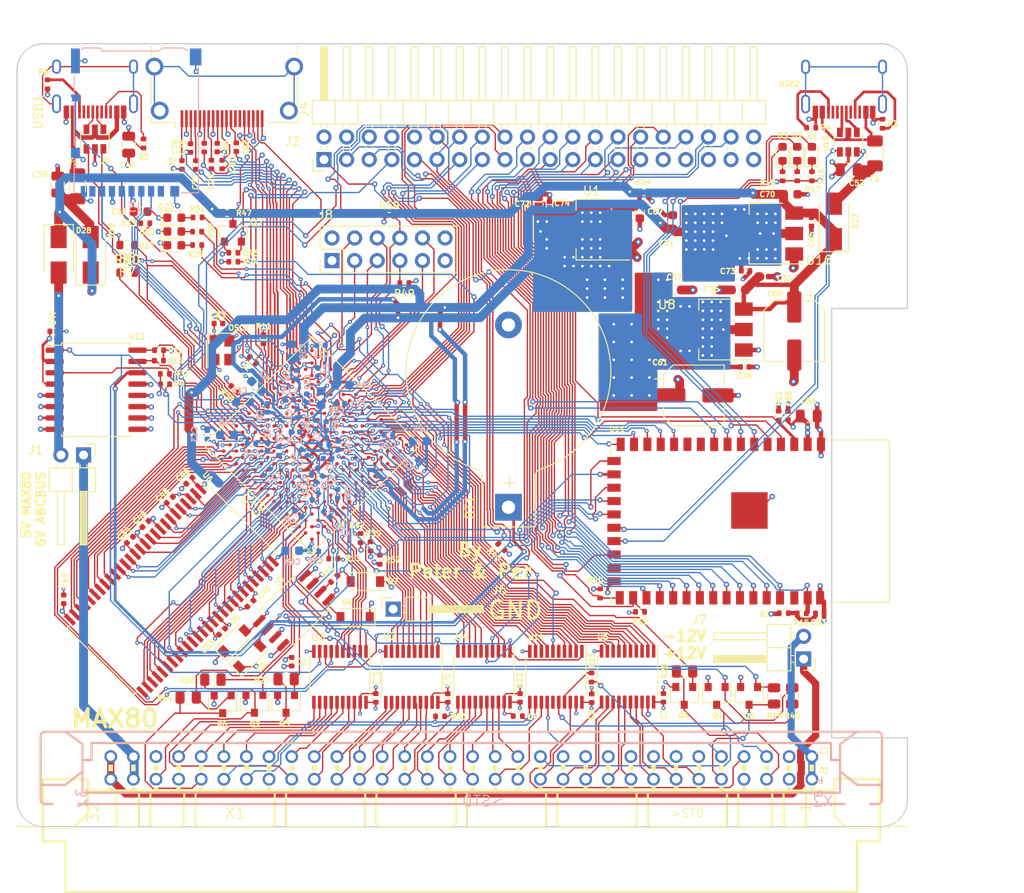
<source format=kicad_pcb>
(kicad_pcb (version 20171130) (host pcbnew 5.99.0+really5.1.10+dfsg1-1)

  (general
    (thickness 1.6)
    (drawings 19)
    (tracks 5294)
    (zones 0)
    (modules 177)
    (nets 304)
  )

  (page A4)
  (title_block
    (title MAX80)
    (date 2021-11-07)
    (rev 0.02)
    (company "No name")
  )

  (layers
    (0 F.Cu signal)
    (1 In1.Cu power)
    (2 In2.Cu signal)
    (31 B.Cu signal)
    (32 B.Adhes user)
    (33 F.Adhes user)
    (34 B.Paste user)
    (35 F.Paste user)
    (36 B.SilkS user)
    (37 F.SilkS user)
    (38 B.Mask user)
    (39 F.Mask user)
    (40 Dwgs.User user)
    (41 Cmts.User user)
    (42 Eco1.User user)
    (43 Eco2.User user)
    (44 Edge.Cuts user)
    (45 Margin user)
    (46 B.CrtYd user)
    (47 F.CrtYd user)
    (48 B.Fab user hide)
    (49 F.Fab user hide)
  )

  (setup
    (last_trace_width 0.15)
    (user_trace_width 0.15)
    (user_trace_width 0.3)
    (user_trace_width 0.5)
    (trace_clearance 0.15)
    (zone_clearance 0.15)
    (zone_45_only no)
    (trace_min 0.15)
    (via_size 0.6)
    (via_drill 0.3)
    (via_min_size 0.45)
    (via_min_drill 0.2)
    (user_via 0.45 0.2)
    (uvia_size 0.3)
    (uvia_drill 0.1)
    (uvias_allowed yes)
    (uvia_min_size 0.2)
    (uvia_min_drill 0.1)
    (edge_width 0.15)
    (segment_width 0.3)
    (pcb_text_width 0.3)
    (pcb_text_size 1.5 1.5)
    (mod_edge_width 0.15)
    (mod_text_size 1 1)
    (mod_text_width 0.15)
    (pad_size 3.5 1.6)
    (pad_drill 0)
    (pad_to_mask_clearance 0)
    (aux_axis_origin 0 0)
    (grid_origin 132.45 85.75)
    (visible_elements FFFFFF7F)
    (pcbplotparams
      (layerselection 0x010fc_ffffffff)
      (usegerberextensions false)
      (usegerberattributes true)
      (usegerberadvancedattributes true)
      (creategerberjobfile true)
      (excludeedgelayer true)
      (linewidth 0.100000)
      (plotframeref false)
      (viasonmask false)
      (mode 1)
      (useauxorigin false)
      (hpglpennumber 1)
      (hpglpenspeed 20)
      (hpglpendiameter 15.000000)
      (psnegative false)
      (psa4output false)
      (plotreference true)
      (plotvalue true)
      (plotinvisibletext false)
      (padsonsilk false)
      (subtractmaskfromsilk false)
      (outputformat 1)
      (mirror false)
      (drillshape 0)
      (scaleselection 1)
      (outputdirectory "max80_gerber002"))
  )

  (net 0 "")
  (net 1 GND)
  (net 2 +5V)
  (net 3 "Net-(R5-Pad2)")
  (net 4 "Net-(R6-Pad2)")
  (net 5 "Net-(U9-Pad4)")
  (net 6 "Net-(U9-Pad6)")
  (net 7 "Net-(USB1-Pad13)")
  (net 8 "Net-(BT1-Pad1)")
  (net 9 /A4)
  (net 10 /A3)
  (net 11 /A2)
  (net 12 /A1)
  (net 13 /A0)
  (net 14 /IO0)
  (net 15 /IO3)
  (net 16 /IO4)
  (net 17 /IO5)
  (net 18 /IO6)
  (net 19 /IO7)
  (net 20 /A11)
  (net 21 /IO9)
  (net 22 /A8)
  (net 23 /A7)
  (net 24 /A6)
  (net 25 /A5)
  (net 26 /A9)
  (net 27 /A10)
  (net 28 /A12)
  (net 29 /IO8)
  (net 30 /IO10)
  (net 31 /IO11)
  (net 32 /IO12)
  (net 33 /IO13)
  (net 34 /IO14)
  (net 35 /IO15)
  (net 36 /abc80bus/D7)
  (net 37 /abc80bus/D6)
  (net 38 /abc80bus/D5)
  (net 39 /abc80bus/D4)
  (net 40 /abc80bus/D3)
  (net 41 /abc80bus/D2)
  (net 42 /abc80bus/D1)
  (net 43 /abc80bus/D0)
  (net 44 /abc80bus/A8)
  (net 45 /abc80bus/A9)
  (net 46 /abc80bus/A10)
  (net 47 /abc80bus/A11)
  (net 48 /abc80bus/A12)
  (net 49 /abc80bus/A13)
  (net 50 /abc80bus/A14)
  (net 51 /abc80bus/A15)
  (net 52 /abc80bus/A7)
  (net 53 /abc80bus/A6)
  (net 54 /abc80bus/A5)
  (net 55 /abc80bus/A4)
  (net 56 /abc80bus/A3)
  (net 57 /abc80bus/A2)
  (net 58 /abc80bus/A1)
  (net 59 /abc80bus/A0)
  (net 60 /IO1)
  (net 61 /IO2)
  (net 62 /32KHZ)
  (net 63 /RTC_INT)
  (net 64 /abc80bus/ABC5V)
  (net 65 /SD_DAT3)
  (net 66 /SD_CMD)
  (net 67 /SD_CLK)
  (net 68 /SD_DAT0)
  (net 69 FPGA_TDI)
  (net 70 FPGA_TMS)
  (net 71 FPGA_TDO)
  (net 72 FPGA_TCK)
  (net 73 ABC_CLK_5)
  (net 74 /FPGA_SCL)
  (net 75 /FPGA_SDA)
  (net 76 FPGA_SPI_CLK)
  (net 77 FGPA_SPI_CS_ESP32)
  (net 78 INT_ESP32)
  (net 79 "Net-(C53-Pad1)")
  (net 80 "Net-(F2-Pad2)")
  (net 81 ESP32_TDO)
  (net 82 ESP32_TCK)
  (net 83 ESP32_TMS)
  (net 84 ESP32_IO0)
  (net 85 ESP32_RXD)
  (net 86 ESP32_TXD)
  (net 87 ESP32_EN)
  (net 88 "Net-(R3-Pad2)")
  (net 89 "Net-(R4-Pad2)")
  (net 90 /ESP32/USB_D-)
  (net 91 /ESP32/USB_D+)
  (net 92 ESP32_TDI)
  (net 93 "Net-(U15-Pad6)")
  (net 94 "Net-(U15-Pad4)")
  (net 95 "Net-(USB2-Pad13)")
  (net 96 "Net-(D1-Pad2)")
  (net 97 "Net-(D1-Pad1)")
  (net 98 "Net-(D2-Pad2)")
  (net 99 "Net-(D2-Pad1)")
  (net 100 "Net-(D3-Pad2)")
  (net 101 "Net-(D3-Pad1)")
  (net 102 ESP32_SCL)
  (net 103 ESP32_SDA)
  (net 104 ESP32_CS2)
  (net 105 ESP32_CS0)
  (net 106 ESP32_MISO)
  (net 107 ESP32_SCK)
  (net 108 ESP32_MOSI)
  (net 109 ESP32_CS1)
  (net 110 /abc80bus/~CS)
  (net 111 /abc80bus/~C4)
  (net 112 /abc80bus/~C3)
  (net 113 /abc80bus/~C2)
  (net 114 /abc80bus/~C1)
  (net 115 /abc80bus/~OUT)
  (net 116 /abc80bus/~RST)
  (net 117 /abc80bus/~XMEMFL)
  (net 118 /abc80bus/~INP)
  (net 119 /abc80bus/~STATUS)
  (net 120 /abc80bus/~XINPSTB)
  (net 121 /abc80bus/~XOUTSTB)
  (net 122 AD0)
  (net 123 AD1)
  (net 124 AD2)
  (net 125 AD3)
  (net 126 AD4)
  (net 127 AD5)
  (net 128 AD6)
  (net 129 AD7)
  (net 130 /abc80bus/~RESIN)
  (net 131 /FPGA_LED1)
  (net 132 /FPGA_LED2)
  (net 133 /FPGA_LED3)
  (net 134 "Net-(D17-Pad2)")
  (net 135 "Net-(D22-Pad2)")
  (net 136 "Net-(D23-Pad2)")
  (net 137 FPGA_GPIO3)
  (net 138 FPGA_GPIO2)
  (net 139 FPGA_GPIO1)
  (net 140 FPGA_GPIO0)
  (net 141 FPGA_GPIO5)
  (net 142 FPGA_GPIO4)
  (net 143 /abc80bus/READY)
  (net 144 /abc80bus/~NMI)
  (net 145 ~FPGA_READY)
  (net 146 FPGA_NMI)
  (net 147 FPGA_RESIN)
  (net 148 /DQMH)
  (net 149 /CLK)
  (net 150 /BA1)
  (net 151 /BA0)
  (net 152 /DQML)
  (net 153 "Net-(D28-Pad2)")
  (net 154 "Net-(F1-Pad2)")
  (net 155 "Net-(C39-Pad1)")
  (net 156 "Net-(C52-Pad1)")
  (net 157 /WE#)
  (net 158 /CAS#)
  (net 159 /RAS#)
  (net 160 /CS#)
  (net 161 +3V3)
  (net 162 +2V5)
  (net 163 +1V2)
  (net 164 "Net-(R13-Pad1)")
  (net 165 "Net-(R37-Pad2)")
  (net 166 "Net-(R38-Pad2)")
  (net 167 "Net-(R41-Pad2)")
  (net 168 DATA0)
  (net 169 ~CS_ABC_3V3)
  (net 170 ~OUT_ABC_3V3)
  (net 171 AD8)
  (net 172 ~C1_ABC_3V3)
  (net 173 AD9)
  (net 174 ~C2_ABC_3V3)
  (net 175 AD10)
  (net 176 ~C3_ABC_3V3)
  (net 177 ~C4_ABC_3V3)
  (net 178 AD11)
  (net 179 AD12)
  (net 180 AD13)
  (net 181 AD14)
  (net 182 AD15)
  (net 183 DLCK)
  (net 184 ASD0)
  (net 185 nCE0)
  (net 186 ~INP_ABC_3V3)
  (net 187 ~STATUS_ABC_3V3)
  (net 188 DD0)
  (net 189 DD1)
  (net 190 DD2)
  (net 191 DD3)
  (net 192 DD4)
  (net 193 DD5)
  (net 194 DD6)
  (net 195 DD7)
  (net 196 DD8)
  (net 197 ~XOUTSTB_ABC_3V3)
  (net 198 ~RST_ABC_3V3)
  (net 199 ~XMEMFL_ABC_3V3)
  (net 200 ~XINPSTB_ABC_3V3)
  (net 201 ABC_CLK_3V3)
  (net 202 FPGA_SPI_MOSI)
  (net 203 FPGA_SPI_MISO)
  (net 204 CLK0n)
  (net 205 HDMI_CK-)
  (net 206 HDMI_D0+)
  (net 207 HDMI_D1-)
  (net 208 HDMI_D2+)
  (net 209 HDMI_CK+)
  (net 210 HDMI_D0-)
  (net 211 HDMI_D1+)
  (net 212 HDMI_D2-)
  (net 213 HDMI_SDA)
  (net 214 HDMI_HPD)
  (net 215 HDMI_SCL)
  (net 216 FPGA_JTAGEN)
  (net 217 FLASH_CS#)
  (net 218 /abc80bus/~INT)
  (net 219 /abc80bus/~XMEMW800)
  (net 220 /abc80bus/~XMEMW80)
  (net 221 INT_ABC_3V3)
  (net 222 INT800_ABC_3V3)
  (net 223 ~XMEMW80_ABC_3V3)
  (net 224 ~XMEMW800_ABC_3V3)
  (net 225 /abc80bus/~XM)
  (net 226 XM_ABC_3V3)
  (net 227 "Net-(R25-Pad2)")
  (net 228 AD16)
  (net 229 /abc80bus/ABC_-12V)
  (net 230 /abc80bus/ABC_12V)
  (net 231 "Net-(C75-Pad1)")
  (net 232 "Net-(C76-Pad1)")
  (net 233 "Net-(C77-Pad1)")
  (net 234 "Net-(C78-Pad1)")
  (net 235 "Net-(C79-Pad1)")
  (net 236 "Net-(C80-Pad1)")
  (net 237 "Net-(C81-Pad1)")
  (net 238 "Net-(C82-Pad1)")
  (net 239 EXT_HG)
  (net 240 EXT_HB)
  (net 241 EXT_HE)
  (net 242 EXT_HC)
  (net 243 EXT_HA)
  (net 244 EXT_HF)
  (net 245 EXT_HH)
  (net 246 EXT_HD)
  (net 247 "Net-(J4-Pad40)")
  (net 248 "Net-(J4-Pad8)")
  (net 249 "Net-(J4-Pad6)")
  (net 250 "Net-(U6-Pad40)")
  (net 251 "Net-(U11-Pad10)")
  (net 252 "Net-(U11-Pad11)")
  (net 253 "Net-(U11-Pad25)")
  (net 254 "Net-(U11-Pad40)")
  (net 255 "Net-(U13-PadK12)")
  (net 256 "Net-(U13-PadL11)")
  (net 257 "Net-(U13-PadP15)")
  (net 258 "Net-(U13-PadJ14)")
  (net 259 "Net-(U13-PadL14)")
  (net 260 "Net-(U13-PadN14)")
  (net 261 "Net-(U13-PadK10)")
  (net 262 "Net-(U13-PadK9)")
  (net 263 "Net-(U13-PadL9)")
  (net 264 "Net-(U13-PadJ13)")
  (net 265 "Net-(U13-PadJ12)")
  (net 266 "Net-(U13-PadP11)")
  (net 267 "Net-(U13-PadL6)")
  (net 268 "Net-(U13-PadK6)")
  (net 269 "Net-(U13-PadC3)")
  (net 270 "Net-(U14-Pad15)")
  (net 271 "Net-(U14-Pad5)")
  (net 272 "Net-(USB1-Pad3)")
  (net 273 "Net-(USB1-Pad9)")
  (net 274 "Net-(USB1-Pad5)")
  (net 275 "Net-(USB1-Pad8)")
  (net 276 "Net-(USB2-Pad3)")
  (net 277 "Net-(USB2-Pad9)")
  (net 278 "Net-(USB2-Pad5)")
  (net 279 "Net-(USB2-Pad8)")
  (net 280 "Net-(X1-PadB30)")
  (net 281 "Net-(X1-PadB12)")
  (net 282 "Net-(X1-PadB11)")
  (net 283 "Net-(X1-PadB10)")
  (net 284 "Net-(X1-PadB9)")
  (net 285 "Net-(X1-PadB8)")
  (net 286 "Net-(X1-PadB7)")
  (net 287 "Net-(X1-PadB6)")
  (net 288 "Net-(X1-PadA29)")
  (net 289 "Net-(X1-PadA25)")
  (net 290 "Net-(X1-PadA14)")
  (net 291 "Net-(J2-PadSH)")
  (net 292 "Net-(J2-Pad19)")
  (net 293 "Net-(J2-Pad14)")
  (net 294 "Net-(J2-Pad13)")
  (net 295 /~SD_DETECT)
  (net 296 "Net-(J3-Pad1)")
  (net 297 "Net-(J3-Pad8)")
  (net 298 "Net-(U13-PadF13)")
  (net 299 "Net-(R7-Pad2)")
  (net 300 /FPGA_USB_DS_DP)
  (net 301 "Net-(R8-Pad2)")
  (net 302 /FPGA_USB_DS_DN)
  (net 303 /FPGA_USB_PU)

  (net_class Default "This is the default net class."
    (clearance 0.15)
    (trace_width 0.15)
    (via_dia 0.6)
    (via_drill 0.3)
    (uvia_dia 0.3)
    (uvia_drill 0.1)
    (add_net +1V2)
    (add_net +2V5)
    (add_net +3V3)
    (add_net +5V)
    (add_net /32KHZ)
    (add_net /A0)
    (add_net /A1)
    (add_net /A10)
    (add_net /A11)
    (add_net /A12)
    (add_net /A2)
    (add_net /A3)
    (add_net /A4)
    (add_net /A5)
    (add_net /A6)
    (add_net /A7)
    (add_net /A8)
    (add_net /A9)
    (add_net /BA0)
    (add_net /BA1)
    (add_net /CAS#)
    (add_net /CLK)
    (add_net /CS#)
    (add_net /DQMH)
    (add_net /DQML)
    (add_net /ESP32/USB_D+)
    (add_net /ESP32/USB_D-)
    (add_net /FPGA_LED1)
    (add_net /FPGA_LED2)
    (add_net /FPGA_LED3)
    (add_net /FPGA_SCL)
    (add_net /FPGA_SDA)
    (add_net /FPGA_USB_DS_DN)
    (add_net /FPGA_USB_DS_DP)
    (add_net /FPGA_USB_PU)
    (add_net /IO0)
    (add_net /IO1)
    (add_net /IO10)
    (add_net /IO11)
    (add_net /IO12)
    (add_net /IO13)
    (add_net /IO14)
    (add_net /IO15)
    (add_net /IO2)
    (add_net /IO3)
    (add_net /IO4)
    (add_net /IO5)
    (add_net /IO6)
    (add_net /IO7)
    (add_net /IO8)
    (add_net /IO9)
    (add_net /RAS#)
    (add_net /RTC_INT)
    (add_net /SD_CLK)
    (add_net /SD_CMD)
    (add_net /SD_DAT0)
    (add_net /SD_DAT3)
    (add_net /WE#)
    (add_net /abc80bus/A0)
    (add_net /abc80bus/A1)
    (add_net /abc80bus/A10)
    (add_net /abc80bus/A11)
    (add_net /abc80bus/A12)
    (add_net /abc80bus/A13)
    (add_net /abc80bus/A14)
    (add_net /abc80bus/A15)
    (add_net /abc80bus/A2)
    (add_net /abc80bus/A3)
    (add_net /abc80bus/A4)
    (add_net /abc80bus/A5)
    (add_net /abc80bus/A6)
    (add_net /abc80bus/A7)
    (add_net /abc80bus/A8)
    (add_net /abc80bus/A9)
    (add_net /abc80bus/ABC5V)
    (add_net /abc80bus/ABC_-12V)
    (add_net /abc80bus/ABC_12V)
    (add_net /abc80bus/D0)
    (add_net /abc80bus/D1)
    (add_net /abc80bus/D2)
    (add_net /abc80bus/D3)
    (add_net /abc80bus/D4)
    (add_net /abc80bus/D5)
    (add_net /abc80bus/D6)
    (add_net /abc80bus/D7)
    (add_net /abc80bus/READY)
    (add_net /abc80bus/~C1)
    (add_net /abc80bus/~C2)
    (add_net /abc80bus/~C3)
    (add_net /abc80bus/~C4)
    (add_net /abc80bus/~CS)
    (add_net /abc80bus/~INP)
    (add_net /abc80bus/~INT)
    (add_net /abc80bus/~NMI)
    (add_net /abc80bus/~OUT)
    (add_net /abc80bus/~RESIN)
    (add_net /abc80bus/~RST)
    (add_net /abc80bus/~STATUS)
    (add_net /abc80bus/~XINPSTB)
    (add_net /abc80bus/~XM)
    (add_net /abc80bus/~XMEMFL)
    (add_net /abc80bus/~XMEMW80)
    (add_net /abc80bus/~XMEMW800)
    (add_net /abc80bus/~XOUTSTB)
    (add_net /~SD_DETECT)
    (add_net ABC_CLK_3V3)
    (add_net ABC_CLK_5)
    (add_net AD0)
    (add_net AD1)
    (add_net AD10)
    (add_net AD11)
    (add_net AD12)
    (add_net AD13)
    (add_net AD14)
    (add_net AD15)
    (add_net AD16)
    (add_net AD2)
    (add_net AD3)
    (add_net AD4)
    (add_net AD5)
    (add_net AD6)
    (add_net AD7)
    (add_net AD8)
    (add_net AD9)
    (add_net ASD0)
    (add_net CLK0n)
    (add_net DATA0)
    (add_net DD0)
    (add_net DD1)
    (add_net DD2)
    (add_net DD3)
    (add_net DD4)
    (add_net DD5)
    (add_net DD6)
    (add_net DD7)
    (add_net DD8)
    (add_net DLCK)
    (add_net ESP32_CS0)
    (add_net ESP32_CS1)
    (add_net ESP32_CS2)
    (add_net ESP32_EN)
    (add_net ESP32_IO0)
    (add_net ESP32_MISO)
    (add_net ESP32_MOSI)
    (add_net ESP32_RXD)
    (add_net ESP32_SCK)
    (add_net ESP32_SCL)
    (add_net ESP32_SDA)
    (add_net ESP32_TCK)
    (add_net ESP32_TDI)
    (add_net ESP32_TDO)
    (add_net ESP32_TMS)
    (add_net ESP32_TXD)
    (add_net EXT_HA)
    (add_net EXT_HB)
    (add_net EXT_HC)
    (add_net EXT_HD)
    (add_net EXT_HE)
    (add_net EXT_HF)
    (add_net EXT_HG)
    (add_net EXT_HH)
    (add_net FGPA_SPI_CS_ESP32)
    (add_net FLASH_CS#)
    (add_net FPGA_GPIO0)
    (add_net FPGA_GPIO1)
    (add_net FPGA_GPIO2)
    (add_net FPGA_GPIO3)
    (add_net FPGA_GPIO4)
    (add_net FPGA_GPIO5)
    (add_net FPGA_JTAGEN)
    (add_net FPGA_NMI)
    (add_net FPGA_RESIN)
    (add_net FPGA_SPI_CLK)
    (add_net FPGA_SPI_MISO)
    (add_net FPGA_SPI_MOSI)
    (add_net FPGA_TCK)
    (add_net FPGA_TDI)
    (add_net FPGA_TDO)
    (add_net FPGA_TMS)
    (add_net GND)
    (add_net HDMI_CK+)
    (add_net HDMI_CK-)
    (add_net HDMI_D0+)
    (add_net HDMI_D0-)
    (add_net HDMI_D1+)
    (add_net HDMI_D1-)
    (add_net HDMI_D2+)
    (add_net HDMI_D2-)
    (add_net HDMI_HPD)
    (add_net HDMI_SCL)
    (add_net HDMI_SDA)
    (add_net INT800_ABC_3V3)
    (add_net INT_ABC_3V3)
    (add_net INT_ESP32)
    (add_net "Net-(BT1-Pad1)")
    (add_net "Net-(C39-Pad1)")
    (add_net "Net-(C52-Pad1)")
    (add_net "Net-(C53-Pad1)")
    (add_net "Net-(C75-Pad1)")
    (add_net "Net-(C76-Pad1)")
    (add_net "Net-(C77-Pad1)")
    (add_net "Net-(C78-Pad1)")
    (add_net "Net-(C79-Pad1)")
    (add_net "Net-(C80-Pad1)")
    (add_net "Net-(C81-Pad1)")
    (add_net "Net-(C82-Pad1)")
    (add_net "Net-(D1-Pad1)")
    (add_net "Net-(D1-Pad2)")
    (add_net "Net-(D17-Pad2)")
    (add_net "Net-(D2-Pad1)")
    (add_net "Net-(D2-Pad2)")
    (add_net "Net-(D22-Pad2)")
    (add_net "Net-(D23-Pad2)")
    (add_net "Net-(D28-Pad2)")
    (add_net "Net-(D3-Pad1)")
    (add_net "Net-(D3-Pad2)")
    (add_net "Net-(F1-Pad2)")
    (add_net "Net-(F2-Pad2)")
    (add_net "Net-(J2-Pad13)")
    (add_net "Net-(J2-Pad14)")
    (add_net "Net-(J2-Pad19)")
    (add_net "Net-(J2-PadSH)")
    (add_net "Net-(J3-Pad1)")
    (add_net "Net-(J3-Pad8)")
    (add_net "Net-(J4-Pad40)")
    (add_net "Net-(J4-Pad6)")
    (add_net "Net-(J4-Pad8)")
    (add_net "Net-(R13-Pad1)")
    (add_net "Net-(R25-Pad2)")
    (add_net "Net-(R3-Pad2)")
    (add_net "Net-(R37-Pad2)")
    (add_net "Net-(R38-Pad2)")
    (add_net "Net-(R4-Pad2)")
    (add_net "Net-(R41-Pad2)")
    (add_net "Net-(R5-Pad2)")
    (add_net "Net-(R6-Pad2)")
    (add_net "Net-(R7-Pad2)")
    (add_net "Net-(R8-Pad2)")
    (add_net "Net-(U11-Pad10)")
    (add_net "Net-(U11-Pad11)")
    (add_net "Net-(U11-Pad25)")
    (add_net "Net-(U11-Pad40)")
    (add_net "Net-(U13-PadC3)")
    (add_net "Net-(U13-PadF13)")
    (add_net "Net-(U13-PadJ12)")
    (add_net "Net-(U13-PadJ13)")
    (add_net "Net-(U13-PadJ14)")
    (add_net "Net-(U13-PadK10)")
    (add_net "Net-(U13-PadK12)")
    (add_net "Net-(U13-PadK6)")
    (add_net "Net-(U13-PadK9)")
    (add_net "Net-(U13-PadL11)")
    (add_net "Net-(U13-PadL14)")
    (add_net "Net-(U13-PadL6)")
    (add_net "Net-(U13-PadL9)")
    (add_net "Net-(U13-PadN14)")
    (add_net "Net-(U13-PadP11)")
    (add_net "Net-(U13-PadP15)")
    (add_net "Net-(U14-Pad15)")
    (add_net "Net-(U14-Pad5)")
    (add_net "Net-(U15-Pad4)")
    (add_net "Net-(U15-Pad6)")
    (add_net "Net-(U6-Pad40)")
    (add_net "Net-(U9-Pad4)")
    (add_net "Net-(U9-Pad6)")
    (add_net "Net-(USB1-Pad13)")
    (add_net "Net-(USB1-Pad3)")
    (add_net "Net-(USB1-Pad5)")
    (add_net "Net-(USB1-Pad8)")
    (add_net "Net-(USB1-Pad9)")
    (add_net "Net-(USB2-Pad13)")
    (add_net "Net-(USB2-Pad3)")
    (add_net "Net-(USB2-Pad5)")
    (add_net "Net-(USB2-Pad8)")
    (add_net "Net-(USB2-Pad9)")
    (add_net "Net-(X1-PadA14)")
    (add_net "Net-(X1-PadA25)")
    (add_net "Net-(X1-PadA29)")
    (add_net "Net-(X1-PadB10)")
    (add_net "Net-(X1-PadB11)")
    (add_net "Net-(X1-PadB12)")
    (add_net "Net-(X1-PadB30)")
    (add_net "Net-(X1-PadB6)")
    (add_net "Net-(X1-PadB7)")
    (add_net "Net-(X1-PadB8)")
    (add_net "Net-(X1-PadB9)")
    (add_net XM_ABC_3V3)
    (add_net nCE0)
    (add_net ~C1_ABC_3V3)
    (add_net ~C2_ABC_3V3)
    (add_net ~C3_ABC_3V3)
    (add_net ~C4_ABC_3V3)
    (add_net ~CS_ABC_3V3)
    (add_net ~FPGA_READY)
    (add_net ~INP_ABC_3V3)
    (add_net ~OUT_ABC_3V3)
    (add_net ~RST_ABC_3V3)
    (add_net ~STATUS_ABC_3V3)
    (add_net ~XINPSTB_ABC_3V3)
    (add_net ~XMEMFL_ABC_3V3)
    (add_net ~XMEMW800_ABC_3V3)
    (add_net ~XMEMW80_ABC_3V3)
    (add_net ~XOUTSTB_ABC_3V3)
  )

  (module Package_BGA:BGA-256_17.0x17.0mm_Layout16x16_P1.0mm_Ball0.5mm_Pad0.4mm_NSMD (layer F.Cu) (tedit 5A058D74) (tstamp 619D06B0)
    (at 138.095 85.555 135)
    (descr "BGA-256, dimensions: https://www.xilinx.com/support/documentation/package_specs/ft256.pdf, design rules: https://www.xilinx.com/support/documentation/user_guides/ug1099-bga-device-design-rules.pdf")
    (tags BGA-256)
    (path /6055A8B6)
    (attr smd)
    (fp_text reference U13 (at 0 -9.6 135) (layer F.SilkS)
      (effects (font (size 1 1) (thickness 0.15)))
    )
    (fp_text value EP4CE15F17C8N (at 0 9.7 135) (layer F.Fab)
      (effects (font (size 1 1) (thickness 0.15)))
    )
    (fp_text user %R (at 0 0 135) (layer F.Fab)
      (effects (font (size 1 1) (thickness 0.15)))
    )
    (fp_line (start -8.1 -8.8) (end -8.8 -8.8) (layer F.SilkS) (width 0.12))
    (fp_line (start -8.8 -8.8) (end -8.8 -8.1) (layer F.SilkS) (width 0.12))
    (fp_line (start 8.6 -8.6) (end -8.6 -8.6) (layer F.SilkS) (width 0.12))
    (fp_line (start -8.6 -8.6) (end -8.6 8.6) (layer F.SilkS) (width 0.12))
    (fp_line (start -8.6 8.6) (end 8.6 8.6) (layer F.SilkS) (width 0.12))
    (fp_line (start 8.6 8.6) (end 8.6 -8.6) (layer F.SilkS) (width 0.12))
    (fp_line (start -8.5 8.5) (end 8.5 8.5) (layer F.Fab) (width 0.1))
    (fp_line (start 8.5 8.5) (end 8.5 -8.5) (layer F.Fab) (width 0.1))
    (fp_line (start 8.5 -8.5) (end -8 -8.5) (layer F.Fab) (width 0.1))
    (fp_line (start -8 -8.5) (end -8.5 -8) (layer F.Fab) (width 0.1))
    (fp_line (start -8.5 -8) (end -8.5 8.5) (layer F.Fab) (width 0.1))
    (fp_line (start -9.5 -9.5) (end 9.5 -9.5) (layer F.CrtYd) (width 0.05))
    (fp_line (start -9.5 -9.5) (end -9.5 9.5) (layer F.CrtYd) (width 0.05))
    (fp_line (start 9.5 9.5) (end 9.5 -9.5) (layer F.CrtYd) (width 0.05))
    (fp_line (start 9.5 9.5) (end -9.5 9.5) (layer F.CrtYd) (width 0.05))
    (pad H16 smd circle (at 7.5 -0.5 135) (size 0.4 0.4) (layers F.Cu F.Paste F.Mask)
      (net 1 GND))
    (pad J16 smd circle (at 7.5 0.5 135) (size 0.4 0.4) (layers F.Cu F.Paste F.Mask)
      (net 205 HDMI_CK-))
    (pad K16 smd circle (at 7.5 1.5 135) (size 0.4 0.4) (layers F.Cu F.Paste F.Mask)
      (net 210 HDMI_D0-))
    (pad L16 smd circle (at 7.5 2.5 135) (size 0.4 0.4) (layers F.Cu F.Paste F.Mask)
      (net 300 /FPGA_USB_DS_DP))
    (pad M16 smd circle (at 7.5 3.5 135) (size 0.4 0.4) (layers F.Cu F.Paste F.Mask)
      (net 1 GND))
    (pad N16 smd circle (at 7.5 4.5 135) (size 0.4 0.4) (layers F.Cu F.Paste F.Mask)
      (net 207 HDMI_D1-))
    (pad P16 smd circle (at 7.5 5.5 135) (size 0.4 0.4) (layers F.Cu F.Paste F.Mask)
      (net 212 HDMI_D2-))
    (pad R16 smd circle (at 7.5 6.5 135) (size 0.4 0.4) (layers F.Cu F.Paste F.Mask)
      (net 208 HDMI_D2+))
    (pad T16 smd circle (at 7.5 7.5 135) (size 0.4 0.4) (layers F.Cu F.Paste F.Mask)
      (net 161 +3V3))
    (pad N12 smd circle (at 3.5 4.5 135) (size 0.4 0.4) (layers F.Cu F.Paste F.Mask)
      (net 243 EXT_HA))
    (pad M12 smd circle (at 3.5 3.5 135) (size 0.4 0.4) (layers F.Cu F.Paste F.Mask)
      (net 1 GND))
    (pad L12 smd circle (at 3.5 2.5 135) (size 0.4 0.4) (layers F.Cu F.Paste F.Mask)
      (net 162 +2V5))
    (pad K12 smd circle (at 3.5 1.5 135) (size 0.4 0.4) (layers F.Cu F.Paste F.Mask)
      (net 255 "Net-(U13-PadK12)"))
    (pad K11 smd circle (at 2.5 1.5 135) (size 0.4 0.4) (layers F.Cu F.Paste F.Mask)
      (net 163 +1V2))
    (pad L11 smd circle (at 2.5 2.5 135) (size 0.4 0.4) (layers F.Cu F.Paste F.Mask)
      (net 256 "Net-(U13-PadL11)"))
    (pad M11 smd circle (at 2.5 3.5 135) (size 0.4 0.4) (layers F.Cu F.Paste F.Mask)
      (net 215 HDMI_SCL))
    (pad N11 smd circle (at 2.5 4.5 135) (size 0.4 0.4) (layers F.Cu F.Paste F.Mask)
      (net 239 EXT_HG))
    (pad T15 smd circle (at 6.5 7.5 135) (size 0.4 0.4) (layers F.Cu F.Paste F.Mask)
      (net 214 HDMI_HPD))
    (pad R15 smd circle (at 6.5 6.5 135) (size 0.4 0.4) (layers F.Cu F.Paste F.Mask)
      (net 1 GND))
    (pad P15 smd circle (at 6.5 5.5 135) (size 0.4 0.4) (layers F.Cu F.Paste F.Mask)
      (net 257 "Net-(U13-PadP15)"))
    (pad N15 smd circle (at 6.5 4.5 135) (size 0.4 0.4) (layers F.Cu F.Paste F.Mask)
      (net 211 HDMI_D1+))
    (pad M15 smd circle (at 6.5 3.5 135) (size 0.4 0.4) (layers F.Cu F.Paste F.Mask)
      (net 204 CLK0n))
    (pad L15 smd circle (at 6.5 2.5 135) (size 0.4 0.4) (layers F.Cu F.Paste F.Mask)
      (net 295 /~SD_DETECT))
    (pad K15 smd circle (at 6.5 1.5 135) (size 0.4 0.4) (layers F.Cu F.Paste F.Mask)
      (net 206 HDMI_D0+))
    (pad J15 smd circle (at 6.5 0.5 135) (size 0.4 0.4) (layers F.Cu F.Paste F.Mask)
      (net 209 HDMI_CK+))
    (pad H15 smd circle (at 6.5 -0.5 135) (size 0.4 0.4) (layers F.Cu F.Paste F.Mask)
      (net 1 GND))
    (pad H14 smd circle (at 5.5 -0.5 135) (size 0.4 0.4) (layers F.Cu F.Paste F.Mask)
      (net 166 "Net-(R38-Pad2)"))
    (pad J14 smd circle (at 5.5 0.5 135) (size 0.4 0.4) (layers F.Cu F.Paste F.Mask)
      (net 258 "Net-(U13-PadJ14)"))
    (pad K14 smd circle (at 5.5 1.5 135) (size 0.4 0.4) (layers F.Cu F.Paste F.Mask)
      (net 162 +2V5))
    (pad L14 smd circle (at 5.5 2.5 135) (size 0.4 0.4) (layers F.Cu F.Paste F.Mask)
      (net 259 "Net-(U13-PadL14)"))
    (pad M14 smd circle (at 5.5 3.5 135) (size 0.4 0.4) (layers F.Cu F.Paste F.Mask)
      (net 162 +2V5))
    (pad N14 smd circle (at 5.5 4.5 135) (size 0.4 0.4) (layers F.Cu F.Paste F.Mask)
      (net 260 "Net-(U13-PadN14)"))
    (pad P14 smd circle (at 5.5 5.5 135) (size 0.4 0.4) (layers F.Cu F.Paste F.Mask)
      (net 133 /FPGA_LED3))
    (pad R14 smd circle (at 5.5 6.5 135) (size 0.4 0.4) (layers F.Cu F.Paste F.Mask)
      (net 132 /FPGA_LED2))
    (pad T14 smd circle (at 5.5 7.5 135) (size 0.4 0.4) (layers F.Cu F.Paste F.Mask)
      (net 180 AD13))
    (pad N10 smd circle (at 1.5 4.5 135) (size 0.4 0.4) (layers F.Cu F.Paste F.Mask)
      (net 1 GND))
    (pad M10 smd circle (at 1.5 3.5 135) (size 0.4 0.4) (layers F.Cu F.Paste F.Mask)
      (net 128 AD6))
    (pad L10 smd circle (at 1.5 2.5 135) (size 0.4 0.4) (layers F.Cu F.Paste F.Mask)
      (net 197 ~XOUTSTB_ABC_3V3))
    (pad K10 smd circle (at 1.5 1.5 135) (size 0.4 0.4) (layers F.Cu F.Paste F.Mask)
      (net 261 "Net-(U13-PadK10)"))
    (pad K9 smd circle (at 0.5 1.5 135) (size 0.4 0.4) (layers F.Cu F.Paste F.Mask)
      (net 262 "Net-(U13-PadK9)"))
    (pad L9 smd circle (at 0.5 2.5 135) (size 0.4 0.4) (layers F.Cu F.Paste F.Mask)
      (net 263 "Net-(U13-PadL9)"))
    (pad M9 smd circle (at 0.5 3.5 135) (size 0.4 0.4) (layers F.Cu F.Paste F.Mask)
      (net 187 ~STATUS_ABC_3V3))
    (pad N9 smd circle (at 0.5 4.5 135) (size 0.4 0.4) (layers F.Cu F.Paste F.Mask)
      (net 240 EXT_HB))
    (pad T13 smd circle (at 4.5 7.5 135) (size 0.4 0.4) (layers F.Cu F.Paste F.Mask)
      (net 131 /FPGA_LED1))
    (pad R13 smd circle (at 4.5 6.5 135) (size 0.4 0.4) (layers F.Cu F.Paste F.Mask)
      (net 213 HDMI_SDA))
    (pad P13 smd circle (at 4.5 5.5 135) (size 0.4 0.4) (layers F.Cu F.Paste F.Mask)
      (net 161 +3V3))
    (pad N13 smd circle (at 4.5 4.5 135) (size 0.4 0.4) (layers F.Cu F.Paste F.Mask)
      (net 163 +1V2))
    (pad M13 smd circle (at 4.5 3.5 135) (size 0.4 0.4) (layers F.Cu F.Paste F.Mask)
      (net 1 GND))
    (pad L13 smd circle (at 4.5 2.5 135) (size 0.4 0.4) (layers F.Cu F.Paste F.Mask)
      (net 302 /FPGA_USB_DS_DN))
    (pad K13 smd circle (at 4.5 1.5 135) (size 0.4 0.4) (layers F.Cu F.Paste F.Mask)
      (net 1 GND))
    (pad J13 smd circle (at 4.5 0.5 135) (size 0.4 0.4) (layers F.Cu F.Paste F.Mask)
      (net 264 "Net-(U13-PadJ13)"))
    (pad H13 smd circle (at 4.5 -0.5 135) (size 0.4 0.4) (layers F.Cu F.Paste F.Mask)
      (net 1 GND))
    (pad J12 smd circle (at 3.5 0.5 135) (size 0.4 0.4) (layers F.Cu F.Paste F.Mask)
      (net 265 "Net-(U13-PadJ12)"))
    (pad J11 smd circle (at 2.5 0.5 135) (size 0.4 0.4) (layers F.Cu F.Paste F.Mask)
      (net 1 GND))
    (pad J10 smd circle (at 1.5 0.5 135) (size 0.4 0.4) (layers F.Cu F.Paste F.Mask)
      (net 1 GND))
    (pad H12 smd circle (at 3.5 -0.5 135) (size 0.4 0.4) (layers F.Cu F.Paste F.Mask)
      (net 161 +3V3))
    (pad H11 smd circle (at 2.5 -0.5 135) (size 0.4 0.4) (layers F.Cu F.Paste F.Mask)
      (net 163 +1V2))
    (pad H10 smd circle (at 1.5 -0.5 135) (size 0.4 0.4) (layers F.Cu F.Paste F.Mask)
      (net 1 GND))
    (pad H9 smd circle (at 0.5 -0.5 135) (size 0.4 0.4) (layers F.Cu F.Paste F.Mask)
      (net 1 GND))
    (pad T12 smd circle (at 3.5 7.5 135) (size 0.4 0.4) (layers F.Cu F.Paste F.Mask)
      (net 200 ~XINPSTB_ABC_3V3))
    (pad R12 smd circle (at 3.5 6.5 135) (size 0.4 0.4) (layers F.Cu F.Paste F.Mask)
      (net 241 EXT_HE))
    (pad G9 smd circle (at 0.5 -1.5 135) (size 0.4 0.4) (layers F.Cu F.Paste F.Mask)
      (net 163 +1V2))
    (pad G10 smd circle (at 1.5 -1.5 135) (size 0.4 0.4) (layers F.Cu F.Paste F.Mask)
      (net 163 +1V2))
    (pad G11 smd circle (at 2.5 -1.5 135) (size 0.4 0.4) (layers F.Cu F.Paste F.Mask)
      (net 74 /FPGA_SCL))
    (pad G12 smd circle (at 3.5 -1.5 135) (size 0.4 0.4) (layers F.Cu F.Paste F.Mask)
      (net 1 GND))
    (pad J9 smd circle (at 0.5 0.5 135) (size 0.4 0.4) (layers F.Cu F.Paste F.Mask)
      (net 1 GND))
    (pad F12 smd circle (at 3.5 -2.5 135) (size 0.4 0.4) (layers F.Cu F.Paste F.Mask)
      (net 162 +2V5))
    (pad F11 smd circle (at 2.5 -2.5 135) (size 0.4 0.4) (layers F.Cu F.Paste F.Mask)
      (net 163 +1V2))
    (pad F10 smd circle (at 1.5 -2.5 135) (size 0.4 0.4) (layers F.Cu F.Paste F.Mask)
      (net 1 GND))
    (pad F9 smd circle (at 0.5 -2.5 135) (size 0.4 0.4) (layers F.Cu F.Paste F.Mask)
      (net 157 /WE#))
    (pad P12 smd circle (at 3.5 5.5 135) (size 0.4 0.4) (layers F.Cu F.Paste F.Mask)
      (net 1 GND))
    (pad E12 smd circle (at 3.5 -3.5 135) (size 0.4 0.4) (layers F.Cu F.Paste F.Mask)
      (net 1 GND))
    (pad E11 smd circle (at 2.5 -3.5 135) (size 0.4 0.4) (layers F.Cu F.Paste F.Mask)
      (net 60 /IO1))
    (pad E10 smd circle (at 1.5 -3.5 135) (size 0.4 0.4) (layers F.Cu F.Paste F.Mask)
      (net 152 /DQML))
    (pad E9 smd circle (at 0.5 -3.5 135) (size 0.4 0.4) (layers F.Cu F.Paste F.Mask)
      (net 158 /CAS#))
    (pad N8 smd circle (at -0.5 4.5 135) (size 0.4 0.4) (layers F.Cu F.Paste F.Mask)
      (net 77 FGPA_SPI_CS_ESP32))
    (pad T11 smd circle (at 2.5 7.5 135) (size 0.4 0.4) (layers F.Cu F.Paste F.Mask)
      (net 244 EXT_HF))
    (pad T10 smd circle (at 1.5 7.5 135) (size 0.4 0.4) (layers F.Cu F.Paste F.Mask)
      (net 123 AD1))
    (pad T9 smd circle (at 0.5 7.5 135) (size 0.4 0.4) (layers F.Cu F.Paste F.Mask)
      (net 242 EXT_HC))
    (pad T8 smd circle (at -0.5 7.5 135) (size 0.4 0.4) (layers F.Cu F.Paste F.Mask)
      (net 1 GND))
    (pad T7 smd circle (at -1.5 7.5 135) (size 0.4 0.4) (layers F.Cu F.Paste F.Mask)
      (net 142 FPGA_GPIO4))
    (pad R11 smd circle (at 2.5 6.5 135) (size 0.4 0.4) (layers F.Cu F.Paste F.Mask)
      (net 246 EXT_HD))
    (pad R10 smd circle (at 1.5 6.5 135) (size 0.4 0.4) (layers F.Cu F.Paste F.Mask)
      (net 137 FPGA_GPIO3))
    (pad R9 smd circle (at 0.5 6.5 135) (size 0.4 0.4) (layers F.Cu F.Paste F.Mask)
      (net 161 +3V3))
    (pad R8 smd circle (at -0.5 6.5 135) (size 0.4 0.4) (layers F.Cu F.Paste F.Mask)
      (net 245 EXT_HH))
    (pad R7 smd circle (at -1.5 6.5 135) (size 0.4 0.4) (layers F.Cu F.Paste F.Mask)
      (net 141 FPGA_GPIO5))
    (pad P7 smd circle (at -1.5 5.5 135) (size 0.4 0.4) (layers F.Cu F.Paste F.Mask)
      (net 161 +3V3))
    (pad P8 smd circle (at -0.5 5.5 135) (size 0.4 0.4) (layers F.Cu F.Paste F.Mask)
      (net 78 INT_ESP32))
    (pad P9 smd circle (at 0.5 5.5 135) (size 0.4 0.4) (layers F.Cu F.Paste F.Mask)
      (net 139 FPGA_GPIO1))
    (pad P10 smd circle (at 1.5 5.5 135) (size 0.4 0.4) (layers F.Cu F.Paste F.Mask)
      (net 161 +3V3))
    (pad P11 smd circle (at 2.5 5.5 135) (size 0.4 0.4) (layers F.Cu F.Paste F.Mask)
      (net 266 "Net-(U13-PadP11)"))
    (pad N7 smd circle (at -1.5 4.5 135) (size 0.4 0.4) (layers F.Cu F.Paste F.Mask)
      (net 1 GND))
    (pad N6 smd circle (at -2.5 4.5 135) (size 0.4 0.4) (layers F.Cu F.Paste F.Mask)
      (net 217 FLASH_CS#))
    (pad N5 smd circle (at -3.5 4.5 135) (size 0.4 0.4) (layers F.Cu F.Paste F.Mask)
      (net 190 DD2))
    (pad M8 smd circle (at -0.5 3.5 135) (size 0.4 0.4) (layers F.Cu F.Paste F.Mask)
      (net 202 FPGA_SPI_MOSI))
    (pad T6 smd circle (at -2.5 7.5 135) (size 0.4 0.4) (layers F.Cu F.Paste F.Mask)
      (net 138 FPGA_GPIO2))
    (pad T5 smd circle (at -3.5 7.5 135) (size 0.4 0.4) (layers F.Cu F.Paste F.Mask)
      (net 201 ABC_CLK_3V3))
    (pad R6 smd circle (at -2.5 6.5 135) (size 0.4 0.4) (layers F.Cu F.Paste F.Mask)
      (net 147 FPGA_RESIN))
    (pad R5 smd circle (at -3.5 6.5 135) (size 0.4 0.4) (layers F.Cu F.Paste F.Mask)
      (net 196 DD8))
    (pad P6 smd circle (at -2.5 5.5 135) (size 0.4 0.4) (layers F.Cu F.Paste F.Mask)
      (net 76 FPGA_SPI_CLK))
    (pad P5 smd circle (at -3.5 5.5 135) (size 0.4 0.4) (layers F.Cu F.Paste F.Mask)
      (net 1 GND))
    (pad M7 smd circle (at -1.5 3.5 135) (size 0.4 0.4) (layers F.Cu F.Paste F.Mask)
      (net 203 FPGA_SPI_MISO))
    (pad M6 smd circle (at -2.5 3.5 135) (size 0.4 0.4) (layers F.Cu F.Paste F.Mask)
      (net 189 DD1))
    (pad M5 smd circle (at -3.5 3.5 135) (size 0.4 0.4) (layers F.Cu F.Paste F.Mask)
      (net 1 GND))
    (pad L8 smd circle (at -0.5 2.5 135) (size 0.4 0.4) (layers F.Cu F.Paste F.Mask)
      (net 84 ESP32_IO0))
    (pad L7 smd circle (at -1.5 2.5 135) (size 0.4 0.4) (layers F.Cu F.Paste F.Mask)
      (net 140 FPGA_GPIO0))
    (pad L6 smd circle (at -2.5 2.5 135) (size 0.4 0.4) (layers F.Cu F.Paste F.Mask)
      (net 267 "Net-(U13-PadL6)"))
    (pad L5 smd circle (at -3.5 2.5 135) (size 0.4 0.4) (layers F.Cu F.Paste F.Mask)
      (net 162 +2V5))
    (pad K8 smd circle (at -0.5 1.5 135) (size 0.4 0.4) (layers F.Cu F.Paste F.Mask)
      (net 1 GND))
    (pad K7 smd circle (at -1.5 1.5 135) (size 0.4 0.4) (layers F.Cu F.Paste F.Mask)
      (net 163 +1V2))
    (pad K6 smd circle (at -2.5 1.5 135) (size 0.4 0.4) (layers F.Cu F.Paste F.Mask)
      (net 268 "Net-(U13-PadK6)"))
    (pad K5 smd circle (at -3.5 1.5 135) (size 0.4 0.4) (layers F.Cu F.Paste F.Mask)
      (net 174 ~C2_ABC_3V3))
    (pad J8 smd circle (at -0.5 0.5 135) (size 0.4 0.4) (layers F.Cu F.Paste F.Mask)
      (net 1 GND))
    (pad J7 smd circle (at -1.5 0.5 135) (size 0.4 0.4) (layers F.Cu F.Paste F.Mask)
      (net 1 GND))
    (pad J6 smd circle (at -2.5 0.5 135) (size 0.4 0.4) (layers F.Cu F.Paste F.Mask)
      (net 163 +1V2))
    (pad J5 smd circle (at -3.5 0.5 135) (size 0.4 0.4) (layers F.Cu F.Paste F.Mask)
      (net 70 FPGA_TMS))
    (pad H8 smd circle (at -0.5 -0.5 135) (size 0.4 0.4) (layers F.Cu F.Paste F.Mask)
      (net 1 GND))
    (pad H7 smd circle (at -1.5 -0.5 135) (size 0.4 0.4) (layers F.Cu F.Paste F.Mask)
      (net 1 GND))
    (pad H6 smd circle (at -2.5 -0.5 135) (size 0.4 0.4) (layers F.Cu F.Paste F.Mask)
      (net 163 +1V2))
    (pad H5 smd circle (at -3.5 -0.5 135) (size 0.4 0.4) (layers F.Cu F.Paste F.Mask)
      (net 165 "Net-(R37-Pad2)"))
    (pad G8 smd circle (at -0.5 -1.5 135) (size 0.4 0.4) (layers F.Cu F.Paste F.Mask)
      (net 163 +1V2))
    (pad G7 smd circle (at -1.5 -1.5 135) (size 0.4 0.4) (layers F.Cu F.Paste F.Mask)
      (net 163 +1V2))
    (pad G6 smd circle (at -2.5 -1.5 135) (size 0.4 0.4) (layers F.Cu F.Paste F.Mask)
      (net 163 +1V2))
    (pad G5 smd circle (at -3.5 -1.5 135) (size 0.4 0.4) (layers F.Cu F.Paste F.Mask)
      (net 126 AD4))
    (pad F8 smd circle (at -0.5 -2.5 135) (size 0.4 0.4) (layers F.Cu F.Paste F.Mask)
      (net 122 AD0))
    (pad F7 smd circle (at -1.5 -2.5 135) (size 0.4 0.4) (layers F.Cu F.Paste F.Mask)
      (net 163 +1V2))
    (pad F6 smd circle (at -2.5 -2.5 135) (size 0.4 0.4) (layers F.Cu F.Paste F.Mask)
      (net 1 GND))
    (pad F5 smd circle (at -3.5 -2.5 135) (size 0.4 0.4) (layers F.Cu F.Paste F.Mask)
      (net 162 +2V5))
    (pad E5 smd circle (at -3.5 -3.5 135) (size 0.4 0.4) (layers F.Cu F.Paste F.Mask)
      (net 1 GND))
    (pad E6 smd circle (at -2.5 -3.5 135) (size 0.4 0.4) (layers F.Cu F.Paste F.Mask)
      (net 32 /IO12))
    (pad E7 smd circle (at -1.5 -3.5 135) (size 0.4 0.4) (layers F.Cu F.Paste F.Mask)
      (net 21 /IO9))
    (pad E8 smd circle (at -0.5 -3.5 135) (size 0.4 0.4) (layers F.Cu F.Paste F.Mask)
      (net 24 /A6))
    (pad T4 smd circle (at -4.5 7.5 135) (size 0.4 0.4) (layers F.Cu F.Paste F.Mask)
      (net 195 DD7))
    (pad T3 smd circle (at -5.5 7.5 135) (size 0.4 0.4) (layers F.Cu F.Paste F.Mask)
      (net 193 DD5))
    (pad T2 smd circle (at -6.5 7.5 135) (size 0.4 0.4) (layers F.Cu F.Paste F.Mask)
      (net 191 DD3))
    (pad T1 smd circle (at -7.5 7.5 135) (size 0.4 0.4) (layers F.Cu F.Paste F.Mask)
      (net 161 +3V3))
    (pad R1 smd circle (at -7.5 6.5 135) (size 0.4 0.4) (layers F.Cu F.Paste F.Mask)
      (net 223 ~XMEMW80_ABC_3V3))
    (pad P1 smd circle (at -7.5 5.5 135) (size 0.4 0.4) (layers F.Cu F.Paste F.Mask)
      (net 224 ~XMEMW800_ABC_3V3))
    (pad N1 smd circle (at -7.5 4.5 135) (size 0.4 0.4) (layers F.Cu F.Paste F.Mask)
      (net 182 AD15))
    (pad R2 smd circle (at -6.5 6.5 135) (size 0.4 0.4) (layers F.Cu F.Paste F.Mask)
      (net 1 GND))
    (pad P2 smd circle (at -6.5 5.5 135) (size 0.4 0.4) (layers F.Cu F.Paste F.Mask)
      (net 198 ~RST_ABC_3V3))
    (pad N2 smd circle (at -6.5 4.5 135) (size 0.4 0.4) (layers F.Cu F.Paste F.Mask)
      (net 181 AD14))
    (pad N3 smd circle (at -5.5 4.5 135) (size 0.4 0.4) (layers F.Cu F.Paste F.Mask)
      (net 199 ~XMEMFL_ABC_3V3))
    (pad P3 smd circle (at -5.5 5.5 135) (size 0.4 0.4) (layers F.Cu F.Paste F.Mask)
      (net 188 DD0))
    (pad R3 smd circle (at -5.5 6.5 135) (size 0.4 0.4) (layers F.Cu F.Paste F.Mask)
      (net 192 DD4))
    (pad R4 smd circle (at -4.5 6.5 135) (size 0.4 0.4) (layers F.Cu F.Paste F.Mask)
      (net 194 DD6))
    (pad P4 smd circle (at -4.5 5.5 135) (size 0.4 0.4) (layers F.Cu F.Paste F.Mask)
      (net 161 +3V3))
    (pad N4 smd circle (at -4.5 4.5 135) (size 0.4 0.4) (layers F.Cu F.Paste F.Mask)
      (net 163 +1V2))
    (pad M4 smd circle (at -4.5 3.5 135) (size 0.4 0.4) (layers F.Cu F.Paste F.Mask)
      (net 1 GND))
    (pad M3 smd circle (at -5.5 3.5 135) (size 0.4 0.4) (layers F.Cu F.Paste F.Mask)
      (net 161 +3V3))
    (pad M2 smd circle (at -6.5 3.5 135) (size 0.4 0.4) (layers F.Cu F.Paste F.Mask)
      (net 1 GND))
    (pad M1 smd circle (at -7.5 3.5 135) (size 0.4 0.4) (layers F.Cu F.Paste F.Mask)
      (net 1 GND))
    (pad L1 smd circle (at -7.5 2.5 135) (size 0.4 0.4) (layers F.Cu F.Paste F.Mask)
      (net 179 AD12))
    (pad L2 smd circle (at -6.5 2.5 135) (size 0.4 0.4) (layers F.Cu F.Paste F.Mask)
      (net 186 ~INP_ABC_3V3))
    (pad L3 smd circle (at -5.5 2.5 135) (size 0.4 0.4) (layers F.Cu F.Paste F.Mask)
      (net 176 ~C3_ABC_3V3))
    (pad L4 smd circle (at -4.5 2.5 135) (size 0.4 0.4) (layers F.Cu F.Paste F.Mask)
      (net 175 AD10))
    (pad K4 smd circle (at -4.5 1.5 135) (size 0.4 0.4) (layers F.Cu F.Paste F.Mask)
      (net 1 GND))
    (pad K3 smd circle (at -5.5 1.5 135) (size 0.4 0.4) (layers F.Cu F.Paste F.Mask)
      (net 161 +3V3))
    (pad K2 smd circle (at -6.5 1.5 135) (size 0.4 0.4) (layers F.Cu F.Paste F.Mask)
      (net 177 ~C4_ABC_3V3))
    (pad K1 smd circle (at -7.5 1.5 135) (size 0.4 0.4) (layers F.Cu F.Paste F.Mask)
      (net 178 AD11))
    (pad J2 smd circle (at -6.5 0.5 135) (size 0.4 0.4) (layers F.Cu F.Paste F.Mask)
      (net 172 ~C1_ABC_3V3))
    (pad J3 smd circle (at -5.5 0.5 135) (size 0.4 0.4) (layers F.Cu F.Paste F.Mask)
      (net 216 FPGA_JTAGEN))
    (pad J4 smd circle (at -4.5 0.5 135) (size 0.4 0.4) (layers F.Cu F.Paste F.Mask)
      (net 71 FPGA_TDO))
    (pad H4 smd circle (at -4.5 -0.5 135) (size 0.4 0.4) (layers F.Cu F.Paste F.Mask)
      (net 69 FPGA_TDI))
    (pad H3 smd circle (at -5.5 -0.5 135) (size 0.4 0.4) (layers F.Cu F.Paste F.Mask)
      (net 72 FPGA_TCK))
    (pad H2 smd circle (at -6.5 -0.5 135) (size 0.4 0.4) (layers F.Cu F.Paste F.Mask)
      (net 168 DATA0))
    (pad G2 smd circle (at -6.5 -1.5 135) (size 0.4 0.4) (layers F.Cu F.Paste F.Mask)
      (net 170 ~OUT_ABC_3V3))
    (pad G3 smd circle (at -5.5 -1.5 135) (size 0.4 0.4) (layers F.Cu F.Paste F.Mask)
      (net 161 +3V3))
    (pad G4 smd circle (at -4.5 -1.5 135) (size 0.4 0.4) (layers F.Cu F.Paste F.Mask)
      (net 1 GND))
    (pad F4 smd circle (at -4.5 -2.5 135) (size 0.4 0.4) (layers F.Cu F.Paste F.Mask)
      (net 164 "Net-(R13-Pad1)"))
    (pad F3 smd circle (at -5.5 -2.5 135) (size 0.4 0.4) (layers F.Cu F.Paste F.Mask)
      (net 127 AD5))
    (pad F2 smd circle (at -6.5 -2.5 135) (size 0.4 0.4) (layers F.Cu F.Paste F.Mask)
      (net 169 ~CS_ABC_3V3))
    (pad E16 smd circle (at 7.5 -3.5 135) (size 0.4 0.4) (layers F.Cu F.Paste F.Mask)
      (net 1 GND))
    (pad F16 smd circle (at 7.5 -2.5 135) (size 0.4 0.4) (layers F.Cu F.Paste F.Mask)
      (net 65 /SD_DAT3))
    (pad G16 smd circle (at 7.5 -1.5 135) (size 0.4 0.4) (layers F.Cu F.Paste F.Mask)
      (net 66 /SD_CMD))
    (pad G15 smd circle (at 6.5 -1.5 135) (size 0.4 0.4) (layers F.Cu F.Paste F.Mask)
      (net 67 /SD_CLK))
    (pad F15 smd circle (at 6.5 -2.5 135) (size 0.4 0.4) (layers F.Cu F.Paste F.Mask)
      (net 68 /SD_DAT0))
    (pad E15 smd circle (at 6.5 -3.5 135) (size 0.4 0.4) (layers F.Cu F.Paste F.Mask)
      (net 62 /32KHZ))
    (pad E14 smd circle (at 5.5 -3.5 135) (size 0.4 0.4) (layers F.Cu F.Paste F.Mask)
      (net 161 +3V3))
    (pad F14 smd circle (at 5.5 -2.5 135) (size 0.4 0.4) (layers F.Cu F.Paste F.Mask)
      (net 124 AD2))
    (pad G14 smd circle (at 5.5 -1.5 135) (size 0.4 0.4) (layers F.Cu F.Paste F.Mask)
      (net 161 +3V3))
    (pad G13 smd circle (at 4.5 -1.5 135) (size 0.4 0.4) (layers F.Cu F.Paste F.Mask)
      (net 1 GND))
    (pad F13 smd circle (at 4.5 -2.5 135) (size 0.4 0.4) (layers F.Cu F.Paste F.Mask)
      (net 298 "Net-(U13-PadF13)"))
    (pad E13 smd circle (at 4.5 -3.5 135) (size 0.4 0.4) (layers F.Cu F.Paste F.Mask)
      (net 1 GND))
    (pad C16 smd circle (at 7.5 -5.5 135) (size 0.4 0.4) (layers F.Cu F.Paste F.Mask)
      (net 303 /FPGA_USB_PU))
    (pad D16 smd circle (at 7.5 -4.5 135) (size 0.4 0.4) (layers F.Cu F.Paste F.Mask)
      (net 302 /FPGA_USB_DS_DN))
    (pad D15 smd circle (at 6.5 -4.5 135) (size 0.4 0.4) (layers F.Cu F.Paste F.Mask)
      (net 300 /FPGA_USB_DS_DP))
    (pad C15 smd circle (at 6.5 -5.5 135) (size 0.4 0.4) (layers F.Cu F.Paste F.Mask)
      (net 75 /FPGA_SDA))
    (pad D13 smd circle (at 4.5 -4.5 135) (size 0.4 0.4) (layers F.Cu F.Paste F.Mask)
      (net 163 +1V2))
    (pad D14 smd circle (at 5.5 -4.5 135) (size 0.4 0.4) (layers F.Cu F.Paste F.Mask)
      (net 11 /A2))
    (pad C14 smd circle (at 5.5 -5.5 135) (size 0.4 0.4) (layers F.Cu F.Paste F.Mask)
      (net 27 /A10))
    (pad C13 smd circle (at 4.5 -5.5 135) (size 0.4 0.4) (layers F.Cu F.Paste F.Mask)
      (net 161 +3V3))
    (pad C12 smd circle (at 3.5 -5.5 135) (size 0.4 0.4) (layers F.Cu F.Paste F.Mask)
      (net 1 GND))
    (pad D12 smd circle (at 3.5 -4.5 135) (size 0.4 0.4) (layers F.Cu F.Paste F.Mask)
      (net 160 /CS#))
    (pad D11 smd circle (at 2.5 -4.5 135) (size 0.4 0.4) (layers F.Cu F.Paste F.Mask)
      (net 61 /IO2))
    (pad C11 smd circle (at 2.5 -5.5 135) (size 0.4 0.4) (layers F.Cu F.Paste F.Mask)
      (net 15 /IO3))
    (pad D10 smd circle (at 1.5 -4.5 135) (size 0.4 0.4) (layers F.Cu F.Paste F.Mask)
      (net 1 GND))
    (pad C10 smd circle (at 1.5 -5.5 135) (size 0.4 0.4) (layers F.Cu F.Paste F.Mask)
      (net 161 +3V3))
    (pad E4 smd circle (at -4.5 -3.5 135) (size 0.4 0.4) (layers F.Cu F.Paste F.Mask)
      (net 1 GND))
    (pad E3 smd circle (at -5.5 -3.5 135) (size 0.4 0.4) (layers F.Cu F.Paste F.Mask)
      (net 161 +3V3))
    (pad E2 smd circle (at -6.5 -3.5 135) (size 0.4 0.4) (layers F.Cu F.Paste F.Mask)
      (net 1 GND))
    (pad D9 smd circle (at 0.5 -4.5 135) (size 0.4 0.4) (layers F.Cu F.Paste F.Mask)
      (net 25 /A5))
    (pad D8 smd circle (at -0.5 -4.5 135) (size 0.4 0.4) (layers F.Cu F.Paste F.Mask)
      (net 148 /DQMH))
    (pad D7 smd circle (at -1.5 -4.5 135) (size 0.4 0.4) (layers F.Cu F.Paste F.Mask)
      (net 1 GND))
    (pad D6 smd circle (at -2.5 -4.5 135) (size 0.4 0.4) (layers F.Cu F.Paste F.Mask)
      (net 33 /IO13))
    (pad D5 smd circle (at -3.5 -4.5 135) (size 0.4 0.4) (layers F.Cu F.Paste F.Mask)
      (net 35 /IO15))
    (pad D4 smd circle (at -4.5 -4.5 135) (size 0.4 0.4) (layers F.Cu F.Paste F.Mask)
      (net 163 +1V2))
    (pad D3 smd circle (at -5.5 -4.5 135) (size 0.4 0.4) (layers F.Cu F.Paste F.Mask)
      (net 149 /CLK))
    (pad D2 smd circle (at -6.5 -4.5 135) (size 0.4 0.4) (layers F.Cu F.Paste F.Mask)
      (net 185 nCE0))
    (pad C9 smd circle (at 0.5 -5.5 135) (size 0.4 0.4) (layers F.Cu F.Paste F.Mask)
      (net 9 /A4))
    (pad C8 smd circle (at -0.5 -5.5 135) (size 0.4 0.4) (layers F.Cu F.Paste F.Mask)
      (net 20 /A11))
    (pad C7 smd circle (at -1.5 -5.5 135) (size 0.4 0.4) (layers F.Cu F.Paste F.Mask)
      (net 161 +3V3))
    (pad C6 smd circle (at -2.5 -5.5 135) (size 0.4 0.4) (layers F.Cu F.Paste F.Mask)
      (net 34 /IO14))
    (pad C5 smd circle (at -3.5 -5.5 135) (size 0.4 0.4) (layers F.Cu F.Paste F.Mask)
      (net 1 GND))
    (pad C4 smd circle (at -4.5 -5.5 135) (size 0.4 0.4) (layers F.Cu F.Paste F.Mask)
      (net 161 +3V3))
    (pad C3 smd circle (at -5.5 -5.5 135) (size 0.4 0.4) (layers F.Cu F.Paste F.Mask)
      (net 269 "Net-(U13-PadC3)"))
    (pad C2 smd circle (at -6.5 -5.5 135) (size 0.4 0.4) (layers F.Cu F.Paste F.Mask)
      (net 228 AD16))
    (pad B4 smd circle (at -4.5 -6.5 135) (size 0.4 0.4) (layers F.Cu F.Paste F.Mask)
      (net 145 ~FPGA_READY))
    (pad B3 smd circle (at -5.5 -6.5 135) (size 0.4 0.4) (layers F.Cu F.Paste F.Mask)
      (net 221 INT_ABC_3V3))
    (pad B2 smd circle (at -6.5 -6.5 135) (size 0.4 0.4) (layers F.Cu F.Paste F.Mask)
      (net 1 GND))
    (pad B5 smd circle (at -3.5 -6.5 135) (size 0.4 0.4) (layers F.Cu F.Paste F.Mask)
      (net 30 /IO10))
    (pad B6 smd circle (at -2.5 -6.5 135) (size 0.4 0.4) (layers F.Cu F.Paste F.Mask)
      (net 28 /A12))
    (pad B7 smd circle (at -1.5 -6.5 135) (size 0.4 0.4) (layers F.Cu F.Paste F.Mask)
      (net 22 /A8))
    (pad B8 smd circle (at -0.5 -6.5 135) (size 0.4 0.4) (layers F.Cu F.Paste F.Mask)
      (net 1 GND))
    (pad B9 smd circle (at 0.5 -6.5 135) (size 0.4 0.4) (layers F.Cu F.Paste F.Mask)
      (net 1 GND))
    (pad B10 smd circle (at 1.5 -6.5 135) (size 0.4 0.4) (layers F.Cu F.Paste F.Mask)
      (net 18 /IO6))
    (pad B11 smd circle (at 2.5 -6.5 135) (size 0.4 0.4) (layers F.Cu F.Paste F.Mask)
      (net 16 /IO4))
    (pad B12 smd circle (at 3.5 -6.5 135) (size 0.4 0.4) (layers F.Cu F.Paste F.Mask)
      (net 159 /RAS#))
    (pad B13 smd circle (at 4.5 -6.5 135) (size 0.4 0.4) (layers F.Cu F.Paste F.Mask)
      (net 150 /BA1))
    (pad B14 smd circle (at 5.5 -6.5 135) (size 0.4 0.4) (layers F.Cu F.Paste F.Mask)
      (net 12 /A1))
    (pad B15 smd circle (at 6.5 -6.5 135) (size 0.4 0.4) (layers F.Cu F.Paste F.Mask)
      (net 1 GND))
    (pad B16 smd circle (at 7.5 -6.5 135) (size 0.4 0.4) (layers F.Cu F.Paste F.Mask)
      (net 63 /RTC_INT))
    (pad J1 smd circle (at -7.5 0.5 135) (size 0.4 0.4) (layers F.Cu F.Paste F.Mask)
      (net 173 AD9))
    (pad H1 smd circle (at -7.5 -0.5 135) (size 0.4 0.4) (layers F.Cu F.Paste F.Mask)
      (net 183 DLCK))
    (pad G1 smd circle (at -7.5 -1.5 135) (size 0.4 0.4) (layers F.Cu F.Paste F.Mask)
      (net 171 AD8))
    (pad F1 smd circle (at -7.5 -2.5 135) (size 0.4 0.4) (layers F.Cu F.Paste F.Mask)
      (net 129 AD7))
    (pad E1 smd circle (at -7.5 -3.5 135) (size 0.4 0.4) (layers F.Cu F.Paste F.Mask)
      (net 1 GND))
    (pad D1 smd circle (at -7.5 -4.5 135) (size 0.4 0.4) (layers F.Cu F.Paste F.Mask)
      (net 125 AD3))
    (pad C1 smd circle (at -7.5 -5.5 135) (size 0.4 0.4) (layers F.Cu F.Paste F.Mask)
      (net 184 ASD0))
    (pad B1 smd circle (at -7.5 -6.5 135) (size 0.4 0.4) (layers F.Cu F.Paste F.Mask)
      (net 226 XM_ABC_3V3))
    (pad A16 smd circle (at 7.5 -7.5 135) (size 0.4 0.4) (layers F.Cu F.Paste F.Mask)
      (net 161 +3V3))
    (pad A15 smd circle (at 6.5 -7.5 135) (size 0.4 0.4) (layers F.Cu F.Paste F.Mask)
      (net 10 /A3))
    (pad A14 smd circle (at 5.5 -7.5 135) (size 0.4 0.4) (layers F.Cu F.Paste F.Mask)
      (net 13 /A0))
    (pad A13 smd circle (at 4.5 -7.5 135) (size 0.4 0.4) (layers F.Cu F.Paste F.Mask)
      (net 151 /BA0))
    (pad A12 smd circle (at 3.5 -7.5 135) (size 0.4 0.4) (layers F.Cu F.Paste F.Mask)
      (net 14 /IO0))
    (pad A11 smd circle (at 2.5 -7.5 135) (size 0.4 0.4) (layers F.Cu F.Paste F.Mask)
      (net 17 /IO5))
    (pad A10 smd circle (at 1.5 -7.5 135) (size 0.4 0.4) (layers F.Cu F.Paste F.Mask)
      (net 19 /IO7))
    (pad A9 smd circle (at 0.5 -7.5 135) (size 0.4 0.4) (layers F.Cu F.Paste F.Mask)
      (net 1 GND))
    (pad A8 smd circle (at -0.5 -7.5 135) (size 0.4 0.4) (layers F.Cu F.Paste F.Mask)
      (net 1 GND))
    (pad A7 smd circle (at -1.5 -7.5 135) (size 0.4 0.4) (layers F.Cu F.Paste F.Mask)
      (net 23 /A7))
    (pad A6 smd circle (at -2.5 -7.5 135) (size 0.4 0.4) (layers F.Cu F.Paste F.Mask)
      (net 26 /A9))
    (pad A5 smd circle (at -3.5 -7.5 135) (size 0.4 0.4) (layers F.Cu F.Paste F.Mask)
      (net 29 /IO8))
    (pad A4 smd circle (at -4.5 -7.5 135) (size 0.4 0.4) (layers F.Cu F.Paste F.Mask)
      (net 31 /IO11))
    (pad A3 smd circle (at -5.5 -7.5 135) (size 0.4 0.4) (layers F.Cu F.Paste F.Mask)
      (net 146 FPGA_NMI))
    (pad A2 smd circle (at -6.5 -7.5 135) (size 0.4 0.4) (layers F.Cu F.Paste F.Mask)
      (net 222 INT800_ABC_3V3))
    (pad A1 smd circle (at -7.5 -7.5 135) (size 0.4 0.4) (layers F.Cu F.Paste F.Mask)
      (net 161 +3V3))
    (model ${KISYS3DMOD}/Package_BGA.3dshapes/BGA-256_17.0x17.0mm_Layout16x16_P1.0mm_Ball0.5mm_Pad0.4mm_NSMD.wrl
      (at (xyz 0 0 0))
      (scale (xyz 1 1 1))
      (rotate (xyz 0 0 0))
    )
  )

  (module Resistor_SMD:R_0402_1005Metric (layer F.Cu) (tedit 5F68FEEE) (tstamp 619D98CB)
    (at 119.375 60.65 180)
    (descr "Resistor SMD 0402 (1005 Metric), square (rectangular) end terminal, IPC_7351 nominal, (Body size source: IPC-SM-782 page 72, https://www.pcb-3d.com/wordpress/wp-content/uploads/ipc-sm-782a_amendment_1_and_2.pdf), generated with kicad-footprint-generator")
    (tags resistor)
    (path /61F81F63)
    (attr smd)
    (fp_text reference R33 (at 1.9 -0.025) (layer F.SilkS)
      (effects (font (size 0.6 0.6) (thickness 0.15)))
    )
    (fp_text value DNP (at 0 1.17) (layer F.Fab)
      (effects (font (size 1 1) (thickness 0.15)))
    )
    (fp_text user %R (at 0 0) (layer F.Fab)
      (effects (font (size 0.26 0.26) (thickness 0.04)))
    )
    (fp_line (start -0.525 0.27) (end -0.525 -0.27) (layer F.Fab) (width 0.1))
    (fp_line (start -0.525 -0.27) (end 0.525 -0.27) (layer F.Fab) (width 0.1))
    (fp_line (start 0.525 -0.27) (end 0.525 0.27) (layer F.Fab) (width 0.1))
    (fp_line (start 0.525 0.27) (end -0.525 0.27) (layer F.Fab) (width 0.1))
    (fp_line (start -0.153641 -0.38) (end 0.153641 -0.38) (layer F.SilkS) (width 0.12))
    (fp_line (start -0.153641 0.38) (end 0.153641 0.38) (layer F.SilkS) (width 0.12))
    (fp_line (start -0.93 0.47) (end -0.93 -0.47) (layer F.CrtYd) (width 0.05))
    (fp_line (start -0.93 -0.47) (end 0.93 -0.47) (layer F.CrtYd) (width 0.05))
    (fp_line (start 0.93 -0.47) (end 0.93 0.47) (layer F.CrtYd) (width 0.05))
    (fp_line (start 0.93 0.47) (end -0.93 0.47) (layer F.CrtYd) (width 0.05))
    (pad 2 smd roundrect (at 0.51 0 180) (size 0.54 0.64) (layers F.Cu F.Paste F.Mask) (roundrect_rratio 0.25)
      (net 161 +3V3))
    (pad 1 smd roundrect (at -0.51 0 180) (size 0.54 0.64) (layers F.Cu F.Paste F.Mask) (roundrect_rratio 0.25)
      (net 295 /~SD_DETECT))
    (model ${KISYS3DMOD}/Resistor_SMD.3dshapes/R_0402_1005Metric.wrl
      (at (xyz 0 0 0))
      (scale (xyz 1 1 1))
      (rotate (xyz 0 0 0))
    )
  )

  (module Resistor_SMD:R_0603_1608Metric (layer F.Cu) (tedit 5F68FEEE) (tstamp 61998D27)
    (at 117.35 66.2)
    (descr "Resistor SMD 0603 (1608 Metric), square (rectangular) end terminal, IPC_7351 nominal, (Body size source: IPC-SM-782 page 72, https://www.pcb-3d.com/wordpress/wp-content/uploads/ipc-sm-782a_amendment_1_and_2.pdf), generated with kicad-footprint-generator")
    (tags resistor)
    (path /601569F0/61BA625A)
    (attr smd)
    (fp_text reference R10 (at 0 -1.43) (layer F.SilkS)
      (effects (font (size 1 1) (thickness 0.15)))
    )
    (fp_text value 1.5k (at 0 1.43) (layer F.Fab)
      (effects (font (size 1 1) (thickness 0.15)))
    )
    (fp_line (start -0.8 0.4125) (end -0.8 -0.4125) (layer F.Fab) (width 0.1))
    (fp_line (start -0.8 -0.4125) (end 0.8 -0.4125) (layer F.Fab) (width 0.1))
    (fp_line (start 0.8 -0.4125) (end 0.8 0.4125) (layer F.Fab) (width 0.1))
    (fp_line (start 0.8 0.4125) (end -0.8 0.4125) (layer F.Fab) (width 0.1))
    (fp_line (start -0.237258 -0.5225) (end 0.237258 -0.5225) (layer F.SilkS) (width 0.12))
    (fp_line (start -0.237258 0.5225) (end 0.237258 0.5225) (layer F.SilkS) (width 0.12))
    (fp_line (start -1.48 0.73) (end -1.48 -0.73) (layer F.CrtYd) (width 0.05))
    (fp_line (start -1.48 -0.73) (end 1.48 -0.73) (layer F.CrtYd) (width 0.05))
    (fp_line (start 1.48 -0.73) (end 1.48 0.73) (layer F.CrtYd) (width 0.05))
    (fp_line (start 1.48 0.73) (end -1.48 0.73) (layer F.CrtYd) (width 0.05))
    (fp_text user %R (at 0 0) (layer F.Fab)
      (effects (font (size 0.4 0.4) (thickness 0.06)))
    )
    (pad 2 smd roundrect (at 0.825 0) (size 0.8 0.95) (layers F.Cu F.Paste F.Mask) (roundrect_rratio 0.25)
      (net 300 /FPGA_USB_DS_DP))
    (pad 1 smd roundrect (at -0.825 0) (size 0.8 0.95) (layers F.Cu F.Paste F.Mask) (roundrect_rratio 0.25)
      (net 303 /FPGA_USB_PU))
    (model ${KISYS3DMOD}/Resistor_SMD.3dshapes/R_0603_1608Metric.wrl
      (at (xyz 0 0 0))
      (scale (xyz 1 1 1))
      (rotate (xyz 0 0 0))
    )
  )

  (module Resistor_SMD:R_0603_1608Metric (layer F.Cu) (tedit 5F68FEEE) (tstamp 61957892)
    (at 117.35 63.1 180)
    (descr "Resistor SMD 0603 (1608 Metric), square (rectangular) end terminal, IPC_7351 nominal, (Body size source: IPC-SM-782 page 72, https://www.pcb-3d.com/wordpress/wp-content/uploads/ipc-sm-782a_amendment_1_and_2.pdf), generated with kicad-footprint-generator")
    (tags resistor)
    (path /601569F0/62589F2A)
    (attr smd)
    (fp_text reference R8 (at 0 -1.43) (layer F.SilkS)
      (effects (font (size 1 1) (thickness 0.15)))
    )
    (fp_text value 27 (at 0 1.43) (layer F.Fab)
      (effects (font (size 1 1) (thickness 0.15)))
    )
    (fp_line (start -0.8 0.4125) (end -0.8 -0.4125) (layer F.Fab) (width 0.1))
    (fp_line (start -0.8 -0.4125) (end 0.8 -0.4125) (layer F.Fab) (width 0.1))
    (fp_line (start 0.8 -0.4125) (end 0.8 0.4125) (layer F.Fab) (width 0.1))
    (fp_line (start 0.8 0.4125) (end -0.8 0.4125) (layer F.Fab) (width 0.1))
    (fp_line (start -0.237258 -0.5225) (end 0.237258 -0.5225) (layer F.SilkS) (width 0.12))
    (fp_line (start -0.237258 0.5225) (end 0.237258 0.5225) (layer F.SilkS) (width 0.12))
    (fp_line (start -1.48 0.73) (end -1.48 -0.73) (layer F.CrtYd) (width 0.05))
    (fp_line (start -1.48 -0.73) (end 1.48 -0.73) (layer F.CrtYd) (width 0.05))
    (fp_line (start 1.48 -0.73) (end 1.48 0.73) (layer F.CrtYd) (width 0.05))
    (fp_line (start 1.48 0.73) (end -1.48 0.73) (layer F.CrtYd) (width 0.05))
    (fp_text user %R (at 0 0) (layer F.Fab)
      (effects (font (size 0.4 0.4) (thickness 0.06)))
    )
    (pad 2 smd roundrect (at 0.825 0 180) (size 0.8 0.95) (layers F.Cu F.Paste F.Mask) (roundrect_rratio 0.25)
      (net 301 "Net-(R8-Pad2)"))
    (pad 1 smd roundrect (at -0.825 0 180) (size 0.8 0.95) (layers F.Cu F.Paste F.Mask) (roundrect_rratio 0.25)
      (net 302 /FPGA_USB_DS_DN))
    (model ${KISYS3DMOD}/Resistor_SMD.3dshapes/R_0603_1608Metric.wrl
      (at (xyz 0 0 0))
      (scale (xyz 1 1 1))
      (rotate (xyz 0 0 0))
    )
  )

  (module Resistor_SMD:R_0603_1608Metric (layer F.Cu) (tedit 5F68FEEE) (tstamp 61957881)
    (at 117.35 64.65 180)
    (descr "Resistor SMD 0603 (1608 Metric), square (rectangular) end terminal, IPC_7351 nominal, (Body size source: IPC-SM-782 page 72, https://www.pcb-3d.com/wordpress/wp-content/uploads/ipc-sm-782a_amendment_1_and_2.pdf), generated with kicad-footprint-generator")
    (tags resistor)
    (path /601569F0/6258957D)
    (attr smd)
    (fp_text reference R7 (at 0 -1.43) (layer F.SilkS)
      (effects (font (size 1 1) (thickness 0.15)))
    )
    (fp_text value 27 (at 0 1.43) (layer F.Fab)
      (effects (font (size 1 1) (thickness 0.15)))
    )
    (fp_line (start -0.8 0.4125) (end -0.8 -0.4125) (layer F.Fab) (width 0.1))
    (fp_line (start -0.8 -0.4125) (end 0.8 -0.4125) (layer F.Fab) (width 0.1))
    (fp_line (start 0.8 -0.4125) (end 0.8 0.4125) (layer F.Fab) (width 0.1))
    (fp_line (start 0.8 0.4125) (end -0.8 0.4125) (layer F.Fab) (width 0.1))
    (fp_line (start -0.237258 -0.5225) (end 0.237258 -0.5225) (layer F.SilkS) (width 0.12))
    (fp_line (start -0.237258 0.5225) (end 0.237258 0.5225) (layer F.SilkS) (width 0.12))
    (fp_line (start -1.48 0.73) (end -1.48 -0.73) (layer F.CrtYd) (width 0.05))
    (fp_line (start -1.48 -0.73) (end 1.48 -0.73) (layer F.CrtYd) (width 0.05))
    (fp_line (start 1.48 -0.73) (end 1.48 0.73) (layer F.CrtYd) (width 0.05))
    (fp_line (start 1.48 0.73) (end -1.48 0.73) (layer F.CrtYd) (width 0.05))
    (fp_text user %R (at 0 0) (layer F.Fab)
      (effects (font (size 0.4 0.4) (thickness 0.06)))
    )
    (pad 2 smd roundrect (at 0.825 0 180) (size 0.8 0.95) (layers F.Cu F.Paste F.Mask) (roundrect_rratio 0.25)
      (net 299 "Net-(R7-Pad2)"))
    (pad 1 smd roundrect (at -0.825 0 180) (size 0.8 0.95) (layers F.Cu F.Paste F.Mask) (roundrect_rratio 0.25)
      (net 300 /FPGA_USB_DS_DP))
    (model ${KISYS3DMOD}/Resistor_SMD.3dshapes/R_0603_1608Metric.wrl
      (at (xyz 0 0 0))
      (scale (xyz 1 1 1))
      (rotate (xyz 0 0 0))
    )
  )

  (module max80:FAB64B (layer B.Cu) (tedit 0) (tstamp 61976193)
    (at 154.87 121.86 90)
    (descr "<b>DIN 41612 CONNECTOR</b>\n<p>\nFemale, 64 pins, type B, rows AB, grid 2.54 mm.<br />\nB mates with Q, but pin numbers reversed.\n</p>")
    (path /6013B380/61C9828F)
    (fp_text reference X2 (at -4.445 39.37 180) (layer B.SilkS)
      (effects (font (size 1.2065 1.2065) (thickness 0.12065)) (justify right bottom mirror))
    )
    (fp_text value ABC-Bus (at -4.445 -34.29 180) (layer B.Fab)
      (effects (font (size 1.2065 1.2065) (thickness 0.12065)) (justify right bottom mirror))
    )
    (fp_poly (pts (xy 0.889 38.735) (xy 1.651 38.735) (xy 1.651 40.005) (xy 0.889 40.005)) (layer B.Fab) (width 0))
    (fp_poly (pts (xy 0.889 36.195) (xy 1.651 36.195) (xy 1.651 37.465) (xy 0.889 37.465)) (layer B.Fab) (width 0))
    (fp_poly (pts (xy 0.889 33.655) (xy 1.651 33.655) (xy 1.651 34.925) (xy 0.889 34.925)) (layer B.Fab) (width 0))
    (fp_poly (pts (xy 0.889 31.115) (xy 1.651 31.115) (xy 1.651 32.385) (xy 0.889 32.385)) (layer B.Fab) (width 0))
    (fp_poly (pts (xy 0.889 28.575) (xy 1.651 28.575) (xy 1.651 29.845) (xy 0.889 29.845)) (layer B.Fab) (width 0))
    (fp_poly (pts (xy 0.889 26.035) (xy 1.651 26.035) (xy 1.651 27.305) (xy 0.889 27.305)) (layer B.Fab) (width 0))
    (fp_poly (pts (xy -1.651 38.735) (xy -0.889 38.735) (xy -0.889 40.005) (xy -1.651 40.005)) (layer B.Fab) (width 0))
    (fp_poly (pts (xy -1.651 36.195) (xy -0.889 36.195) (xy -0.889 37.465) (xy -1.651 37.465)) (layer B.Fab) (width 0))
    (fp_poly (pts (xy -1.651 33.655) (xy -0.889 33.655) (xy -0.889 34.925) (xy -1.651 34.925)) (layer B.Fab) (width 0))
    (fp_poly (pts (xy -1.651 31.115) (xy -0.889 31.115) (xy -0.889 32.385) (xy -1.651 32.385)) (layer B.Fab) (width 0))
    (fp_poly (pts (xy -1.651 28.575) (xy -0.889 28.575) (xy -0.889 29.845) (xy -1.651 29.845)) (layer B.Fab) (width 0))
    (fp_poly (pts (xy -1.651 26.035) (xy -0.889 26.035) (xy -0.889 27.305) (xy -1.651 27.305)) (layer B.Fab) (width 0))
    (fp_poly (pts (xy -1.651 23.495) (xy -0.889 23.495) (xy -0.889 24.765) (xy -1.651 24.765)) (layer B.Fab) (width 0))
    (fp_poly (pts (xy -1.651 20.955) (xy -0.889 20.955) (xy -0.889 22.225) (xy -1.651 22.225)) (layer B.Fab) (width 0))
    (fp_poly (pts (xy -1.651 18.415) (xy -0.889 18.415) (xy -0.889 19.685) (xy -1.651 19.685)) (layer B.Fab) (width 0))
    (fp_poly (pts (xy -1.651 15.875) (xy -0.889 15.875) (xy -0.889 17.145) (xy -1.651 17.145)) (layer B.Fab) (width 0))
    (fp_poly (pts (xy -1.651 13.335) (xy -0.889 13.335) (xy -0.889 14.605) (xy -1.651 14.605)) (layer B.Fab) (width 0))
    (fp_poly (pts (xy -1.651 10.795) (xy -0.889 10.795) (xy -0.889 12.065) (xy -1.651 12.065)) (layer B.Fab) (width 0))
    (fp_poly (pts (xy -1.651 8.255) (xy -0.889 8.255) (xy -0.889 9.525) (xy -1.651 9.525)) (layer B.Fab) (width 0))
    (fp_poly (pts (xy -1.651 5.715) (xy -0.889 5.715) (xy -0.889 6.985) (xy -1.651 6.985)) (layer B.Fab) (width 0))
    (fp_poly (pts (xy -1.651 3.175) (xy -0.889 3.175) (xy -0.889 4.445) (xy -1.651 4.445)) (layer B.Fab) (width 0))
    (fp_poly (pts (xy -1.651 0.635) (xy -0.889 0.635) (xy -0.889 1.905) (xy -1.651 1.905)) (layer B.Fab) (width 0))
    (fp_poly (pts (xy -1.651 -1.905) (xy -0.889 -1.905) (xy -0.889 -0.635) (xy -1.651 -0.635)) (layer B.Fab) (width 0))
    (fp_poly (pts (xy -1.651 -4.445) (xy -0.889 -4.445) (xy -0.889 -3.175) (xy -1.651 -3.175)) (layer B.Fab) (width 0))
    (fp_poly (pts (xy -1.651 -6.985) (xy -0.889 -6.985) (xy -0.889 -5.715) (xy -1.651 -5.715)) (layer B.Fab) (width 0))
    (fp_poly (pts (xy -1.651 -9.525) (xy -0.889 -9.525) (xy -0.889 -8.255) (xy -1.651 -8.255)) (layer B.Fab) (width 0))
    (fp_poly (pts (xy -1.651 -12.065) (xy -0.889 -12.065) (xy -0.889 -10.795) (xy -1.651 -10.795)) (layer B.Fab) (width 0))
    (fp_poly (pts (xy -1.651 -14.605) (xy -0.889 -14.605) (xy -0.889 -13.335) (xy -1.651 -13.335)) (layer B.Fab) (width 0))
    (fp_poly (pts (xy 0.889 23.495) (xy 1.651 23.495) (xy 1.651 24.765) (xy 0.889 24.765)) (layer B.Fab) (width 0))
    (fp_poly (pts (xy 0.889 20.955) (xy 1.651 20.955) (xy 1.651 22.225) (xy 0.889 22.225)) (layer B.Fab) (width 0))
    (fp_poly (pts (xy 0.889 18.415) (xy 1.651 18.415) (xy 1.651 19.685) (xy 0.889 19.685)) (layer B.Fab) (width 0))
    (fp_poly (pts (xy 0.889 15.875) (xy 1.651 15.875) (xy 1.651 17.145) (xy 0.889 17.145)) (layer B.Fab) (width 0))
    (fp_poly (pts (xy 0.889 13.335) (xy 1.651 13.335) (xy 1.651 14.605) (xy 0.889 14.605)) (layer B.Fab) (width 0))
    (fp_poly (pts (xy 0.889 10.795) (xy 1.651 10.795) (xy 1.651 12.065) (xy 0.889 12.065)) (layer B.Fab) (width 0))
    (fp_poly (pts (xy 0.889 8.255) (xy 1.651 8.255) (xy 1.651 9.525) (xy 0.889 9.525)) (layer B.Fab) (width 0))
    (fp_poly (pts (xy 0.889 5.715) (xy 1.651 5.715) (xy 1.651 6.985) (xy 0.889 6.985)) (layer B.Fab) (width 0))
    (fp_poly (pts (xy 0.889 3.175) (xy 1.651 3.175) (xy 1.651 4.445) (xy 0.889 4.445)) (layer B.Fab) (width 0))
    (fp_poly (pts (xy 0.889 0.635) (xy 1.651 0.635) (xy 1.651 1.905) (xy 0.889 1.905)) (layer B.Fab) (width 0))
    (fp_poly (pts (xy 0.889 -1.905) (xy 1.651 -1.905) (xy 1.651 -0.635) (xy 0.889 -0.635)) (layer B.Fab) (width 0))
    (fp_poly (pts (xy 0.889 -4.445) (xy 1.651 -4.445) (xy 1.651 -3.175) (xy 0.889 -3.175)) (layer B.Fab) (width 0))
    (fp_poly (pts (xy 0.889 -6.985) (xy 1.651 -6.985) (xy 1.651 -5.715) (xy 0.889 -5.715)) (layer B.Fab) (width 0))
    (fp_poly (pts (xy 0.889 -9.525) (xy 1.651 -9.525) (xy 1.651 -8.255) (xy 0.889 -8.255)) (layer B.Fab) (width 0))
    (fp_poly (pts (xy 0.889 -12.065) (xy 1.651 -12.065) (xy 1.651 -10.795) (xy 0.889 -10.795)) (layer B.Fab) (width 0))
    (fp_poly (pts (xy 0.889 -14.605) (xy 1.651 -14.605) (xy 1.651 -13.335) (xy 0.889 -13.335)) (layer B.Fab) (width 0))
    (fp_poly (pts (xy -1.651 -17.145) (xy -0.889 -17.145) (xy -0.889 -15.875) (xy -1.651 -15.875)) (layer B.Fab) (width 0))
    (fp_poly (pts (xy 0.889 -17.145) (xy 1.651 -17.145) (xy 1.651 -15.875) (xy 0.889 -15.875)) (layer B.Fab) (width 0))
    (fp_poly (pts (xy 0.889 -19.685) (xy 1.651 -19.685) (xy 1.651 -18.415) (xy 0.889 -18.415)) (layer B.Fab) (width 0))
    (fp_poly (pts (xy 0.889 -22.225) (xy 1.651 -22.225) (xy 1.651 -20.955) (xy 0.889 -20.955)) (layer B.Fab) (width 0))
    (fp_poly (pts (xy -1.651 -19.685) (xy -0.889 -19.685) (xy -0.889 -18.415) (xy -1.651 -18.415)) (layer B.Fab) (width 0))
    (fp_poly (pts (xy -1.651 -22.225) (xy -0.889 -22.225) (xy -0.889 -20.955) (xy -1.651 -20.955)) (layer B.Fab) (width 0))
    (fp_poly (pts (xy -1.651 -24.765) (xy -0.889 -24.765) (xy -0.889 -23.495) (xy -1.651 -23.495)) (layer B.Fab) (width 0))
    (fp_poly (pts (xy 0.889 -24.765) (xy 1.651 -24.765) (xy 1.651 -23.495) (xy 0.889 -23.495)) (layer B.Fab) (width 0))
    (fp_poly (pts (xy 0.889 -27.305) (xy 1.651 -27.305) (xy 1.651 -26.035) (xy 0.889 -26.035)) (layer B.Fab) (width 0))
    (fp_poly (pts (xy 0.889 -29.845) (xy 1.651 -29.845) (xy 1.651 -28.575) (xy 0.889 -28.575)) (layer B.Fab) (width 0))
    (fp_poly (pts (xy -1.651 -27.305) (xy -0.889 -27.305) (xy -0.889 -26.035) (xy -1.651 -26.035)) (layer B.Fab) (width 0))
    (fp_poly (pts (xy -1.651 -29.845) (xy -0.889 -29.845) (xy -0.889 -28.575) (xy -1.651 -28.575)) (layer B.Fab) (width 0))
    (fp_poly (pts (xy 0.889 -32.385) (xy 1.651 -32.385) (xy 1.651 -31.115) (xy 0.889 -31.115)) (layer B.Fab) (width 0))
    (fp_poly (pts (xy 0.889 -34.925) (xy 1.651 -34.925) (xy 1.651 -33.655) (xy 0.889 -33.655)) (layer B.Fab) (width 0))
    (fp_poly (pts (xy -1.651 -32.385) (xy -0.889 -32.385) (xy -0.889 -31.115) (xy -1.651 -31.115)) (layer B.Fab) (width 0))
    (fp_poly (pts (xy -1.651 -34.925) (xy -0.889 -34.925) (xy -0.889 -33.655) (xy -1.651 -33.655)) (layer B.Fab) (width 0))
    (fp_poly (pts (xy -1.651 -37.465) (xy -0.889 -37.465) (xy -0.889 -36.195) (xy -1.651 -36.195)) (layer B.Fab) (width 0))
    (fp_poly (pts (xy 0.889 -37.465) (xy 1.651 -37.465) (xy 1.651 -36.195) (xy 0.889 -36.195)) (layer B.Fab) (width 0))
    (fp_poly (pts (xy -1.651 -40.005) (xy -0.889 -40.005) (xy -0.889 -38.735) (xy -1.651 -38.735)) (layer B.Fab) (width 0))
    (fp_poly (pts (xy 0.889 -40.005) (xy 1.651 -40.005) (xy 1.651 -38.735) (xy 0.889 -38.735)) (layer B.Fab) (width 0))
    (fp_circle (center 0.9652 45.0088) (end 2.2352 45.0088) (layer B.SilkS) (width 0.254))
    (fp_circle (center 0.9652 45.0088) (end 3.2512 45.0088) (layer Dwgs.User) (width 1.778))
    (fp_circle (center 0.9652 45.0088) (end 3.2512 45.0088) (layer Dwgs.User) (width 1.778))
    (fp_circle (center 0.9652 -45.0088) (end 2.2352 -45.0088) (layer B.SilkS) (width 0.254))
    (fp_circle (center 0.9652 -45.0088) (end 3.2512 -45.0088) (layer Dwgs.User) (width 1.778))
    (fp_circle (center 0.9652 -45.0088) (end 3.2512 -45.0088) (layer Dwgs.User) (width 1.778))
    (fp_line (start 4.064 -46.736) (end 4.064 -44.45) (layer B.SilkS) (width 0.254))
    (fp_line (start -4.064 -46.736) (end -4.064 46.736) (layer B.SilkS) (width 0.254))
    (fp_line (start -3.556 -47.244) (end -1.905 -47.244) (layer B.SilkS) (width 0.254))
    (fp_line (start 3.556 47.244) (end -1.905 47.244) (layer B.SilkS) (width 0.254))
    (fp_line (start -0.381 42.545) (end -2.794 42.545) (layer B.SilkS) (width 0.254))
    (fp_line (start 0.635 42.291) (end -2.54 42.291) (layer B.Fab) (width 0.254))
    (fp_line (start -0.381 42.545) (end 0.889 42.545) (layer B.SilkS) (width 0.254))
    (fp_line (start 0.635 41.275) (end 0.635 42.291) (layer B.Fab) (width 0.254))
    (fp_line (start 0.889 42.545) (end 2.667 42.545) (layer B.SilkS) (width 0.254))
    (fp_line (start 0.889 41.529) (end 0.889 42.545) (layer B.SilkS) (width 0.254))
    (fp_line (start 2.794 41.529) (end 0.889 41.529) (layer B.SilkS) (width 0.254))
    (fp_line (start -2.794 -42.545) (end -2.794 42.545) (layer B.SilkS) (width 0.254))
    (fp_line (start 2.794 -41.529) (end 2.794 41.529) (layer B.SilkS) (width 0.254))
    (fp_line (start 0.889 -41.529) (end 2.794 -41.529) (layer B.SilkS) (width 0.254))
    (fp_line (start 0.889 -42.545) (end 2.667 -42.545) (layer B.SilkS) (width 0.254))
    (fp_line (start 0.889 -42.545) (end 0.889 -41.529) (layer B.SilkS) (width 0.254))
    (fp_line (start -0.381 -42.545) (end -2.794 -42.545) (layer B.SilkS) (width 0.254))
    (fp_line (start 0.635 -42.291) (end -2.54 -42.291) (layer B.Fab) (width 0.254))
    (fp_line (start 0.889 -42.545) (end -0.381 -42.545) (layer B.SilkS) (width 0.254))
    (fp_line (start 0.635 -41.275) (end 0.635 -42.291) (layer B.Fab) (width 0.254))
    (fp_line (start 2.667 -42.545) (end 4.064 -44.45) (layer B.SilkS) (width 0.254))
    (fp_line (start 4.064 44.45) (end 4.064 -44.45) (layer B.SilkS) (width 0.254))
    (fp_line (start 2.667 42.545) (end 4.064 44.45) (layer B.SilkS) (width 0.254))
    (fp_line (start 4.064 44.45) (end 4.064 46.736) (layer B.SilkS) (width 0.254))
    (fp_line (start -0.381 -42.545) (end -1.905 -44.45) (layer B.SilkS) (width 0.254))
    (fp_line (start -1.905 -47.244) (end 3.556 -47.244) (layer B.SilkS) (width 0.254))
    (fp_line (start -1.905 -47.244) (end -1.905 -44.45) (layer B.SilkS) (width 0.254))
    (fp_line (start -0.381 42.545) (end -1.905 44.45) (layer B.SilkS) (width 0.254))
    (fp_line (start -1.905 47.244) (end -3.556 47.244) (layer B.SilkS) (width 0.254))
    (fp_line (start -1.905 47.244) (end -1.905 44.45) (layer B.SilkS) (width 0.254))
    (fp_line (start 2.54 41.275) (end 0.635 41.275) (layer B.Fab) (width 0.254))
    (fp_line (start 2.54 -41.275) (end 2.54 41.275) (layer B.Fab) (width 0.254))
    (fp_line (start 0.635 -41.275) (end 2.54 -41.275) (layer B.Fab) (width 0.254))
    (fp_line (start -2.54 42.291) (end -2.54 -42.291) (layer B.Fab) (width 0.254))
    (fp_text user >STD (at -4.445 0) (layer B.SilkS)
      (effects (font (size 1.2065 1.2065) (thickness 0.127)) (justify right bottom mirror))
    )
    (fp_text user 1 (at -0.762 40.64 270) (layer B.SilkS)
      (effects (font (size 1.2065 1.2065) (thickness 0.127)) (justify left bottom mirror))
    )
    (fp_text user a (at -2.286 40.64 270) (layer B.SilkS)
      (effects (font (size 1.2065 1.2065) (thickness 0.127)) (justify left bottom mirror))
    )
    (fp_text user 32 (at -2.159 -41.91 270) (layer B.SilkS)
      (effects (font (size 1.2065 1.2065) (thickness 0.127)) (justify left bottom mirror))
    )
    (fp_arc (start -3.556 -46.736) (end -4.064 -46.736) (angle 90) (layer B.SilkS) (width 0.254))
    (fp_arc (start 3.556 -46.736) (end 3.556 -47.244) (angle 90) (layer B.SilkS) (width 0.254))
    (fp_arc (start 3.504755 46.659599) (end 3.556 47.244) (angle -77.21006) (layer B.SilkS) (width 0.254))
    (fp_arc (start -3.556 46.736) (end -4.064 46.736) (angle -90) (layer B.SilkS) (width 0.254))
    (pad "" np_thru_hole circle (at 0.9652 45.0088 90) (size 2.794 2.794) (drill 2.794) (layers *.Cu *.Mask))
    (pad "" np_thru_hole circle (at 0.9652 -45.0088 90) (size 2.794 2.794) (drill 2.794) (layers *.Cu *.Mask))
    (pad B32 thru_hole circle (at 1.27 -39.37 90) (size 1.4224 1.4224) (drill 0.9144) (layers *.Cu *.Mask)
      (net 230 /abc80bus/ABC_12V) (solder_mask_margin 0.1016))
    (pad B31 thru_hole circle (at 1.27 -36.83 90) (size 1.4224 1.4224) (drill 0.9144) (layers *.Cu *.Mask)
      (net 64 /abc80bus/ABC5V) (solder_mask_margin 0.1016))
    (pad B30 thru_hole circle (at 1.27 -34.29 90) (size 1.4224 1.4224) (drill 0.9144) (layers *.Cu *.Mask)
      (net 280 "Net-(X1-PadB30)") (solder_mask_margin 0.1016))
    (pad B29 thru_hole circle (at 1.27 -31.75 90) (size 1.4224 1.4224) (drill 0.9144) (layers *.Cu *.Mask)
      (net 59 /abc80bus/A0) (solder_mask_margin 0.1016))
    (pad B28 thru_hole circle (at 1.27 -29.21 90) (size 1.4224 1.4224) (drill 0.9144) (layers *.Cu *.Mask)
      (net 58 /abc80bus/A1) (solder_mask_margin 0.1016))
    (pad B27 thru_hole circle (at 1.27 -26.67 90) (size 1.4224 1.4224) (drill 0.9144) (layers *.Cu *.Mask)
      (net 57 /abc80bus/A2) (solder_mask_margin 0.1016))
    (pad B26 thru_hole circle (at 1.27 -24.13 90) (size 1.4224 1.4224) (drill 0.9144) (layers *.Cu *.Mask)
      (net 56 /abc80bus/A3) (solder_mask_margin 0.1016))
    (pad B25 thru_hole circle (at 1.27 -21.59 90) (size 1.4224 1.4224) (drill 0.9144) (layers *.Cu *.Mask)
      (net 55 /abc80bus/A4) (solder_mask_margin 0.1016))
    (pad B24 thru_hole circle (at 1.27 -19.05 90) (size 1.4224 1.4224) (drill 0.9144) (layers *.Cu *.Mask)
      (net 54 /abc80bus/A5) (solder_mask_margin 0.1016))
    (pad B23 thru_hole circle (at 1.27 -16.51 90) (size 1.4224 1.4224) (drill 0.9144) (layers *.Cu *.Mask)
      (net 53 /abc80bus/A6) (solder_mask_margin 0.1016))
    (pad B22 thru_hole circle (at 1.27 -13.97 90) (size 1.4224 1.4224) (drill 0.9144) (layers *.Cu *.Mask)
      (net 52 /abc80bus/A7) (solder_mask_margin 0.1016))
    (pad B21 thru_hole circle (at 1.27 -11.43 90) (size 1.4224 1.4224) (drill 0.9144) (layers *.Cu *.Mask)
      (net 44 /abc80bus/A8) (solder_mask_margin 0.1016))
    (pad B20 thru_hole circle (at 1.27 -8.89 90) (size 1.4224 1.4224) (drill 0.9144) (layers *.Cu *.Mask)
      (net 45 /abc80bus/A9) (solder_mask_margin 0.1016))
    (pad B19 thru_hole circle (at 1.27 -6.35 90) (size 1.4224 1.4224) (drill 0.9144) (layers *.Cu *.Mask)
      (net 46 /abc80bus/A10) (solder_mask_margin 0.1016))
    (pad B18 thru_hole circle (at 1.27 -3.81 90) (size 1.4224 1.4224) (drill 0.9144) (layers *.Cu *.Mask)
      (net 47 /abc80bus/A11) (solder_mask_margin 0.1016))
    (pad B17 thru_hole circle (at 1.27 -1.27 90) (size 1.4224 1.4224) (drill 0.9144) (layers *.Cu *.Mask)
      (net 48 /abc80bus/A12) (solder_mask_margin 0.1016))
    (pad B16 thru_hole circle (at 1.27 1.27 90) (size 1.4224 1.4224) (drill 0.9144) (layers *.Cu *.Mask)
      (net 49 /abc80bus/A13) (solder_mask_margin 0.1016))
    (pad B15 thru_hole circle (at 1.27 3.81 90) (size 1.4224 1.4224) (drill 0.9144) (layers *.Cu *.Mask)
      (net 50 /abc80bus/A14) (solder_mask_margin 0.1016))
    (pad B14 thru_hole circle (at 1.27 6.35 90) (size 1.4224 1.4224) (drill 0.9144) (layers *.Cu *.Mask)
      (net 51 /abc80bus/A15) (solder_mask_margin 0.1016))
    (pad B13 thru_hole circle (at 1.27 8.89 90) (size 1.4224 1.4224) (drill 0.9144) (layers *.Cu *.Mask)
      (net 218 /abc80bus/~INT) (solder_mask_margin 0.1016))
    (pad B12 thru_hole circle (at 1.27 11.43 90) (size 1.4224 1.4224) (drill 0.9144) (layers *.Cu *.Mask)
      (net 281 "Net-(X1-PadB12)") (solder_mask_margin 0.1016))
    (pad B11 thru_hole circle (at 1.27 13.97 90) (size 1.4224 1.4224) (drill 0.9144) (layers *.Cu *.Mask)
      (net 282 "Net-(X1-PadB11)") (solder_mask_margin 0.1016))
    (pad B10 thru_hole circle (at 1.27 16.51 90) (size 1.4224 1.4224) (drill 0.9144) (layers *.Cu *.Mask)
      (net 283 "Net-(X1-PadB10)") (solder_mask_margin 0.1016))
    (pad B9 thru_hole circle (at 1.27 19.05 90) (size 1.4224 1.4224) (drill 0.9144) (layers *.Cu *.Mask)
      (net 284 "Net-(X1-PadB9)") (solder_mask_margin 0.1016))
    (pad B8 thru_hole circle (at 1.27 21.59 90) (size 1.4224 1.4224) (drill 0.9144) (layers *.Cu *.Mask)
      (net 285 "Net-(X1-PadB8)") (solder_mask_margin 0.1016))
    (pad B7 thru_hole circle (at 1.27 24.13 90) (size 1.4224 1.4224) (drill 0.9144) (layers *.Cu *.Mask)
      (net 286 "Net-(X1-PadB7)") (solder_mask_margin 0.1016))
    (pad B6 thru_hole circle (at 1.27 26.67 90) (size 1.4224 1.4224) (drill 0.9144) (layers *.Cu *.Mask)
      (net 287 "Net-(X1-PadB6)") (solder_mask_margin 0.1016))
    (pad B5 thru_hole circle (at 1.27 29.21 90) (size 1.4224 1.4224) (drill 0.9144) (layers *.Cu *.Mask)
      (net 73 ABC_CLK_5) (solder_mask_margin 0.1016))
    (pad B4 thru_hole circle (at 1.27 31.75 90) (size 1.4224 1.4224) (drill 0.9144) (layers *.Cu *.Mask)
      (net 117 /abc80bus/~XMEMFL) (solder_mask_margin 0.1016))
    (pad B3 thru_hole circle (at 1.27 34.29 90) (size 1.4224 1.4224) (drill 0.9144) (layers *.Cu *.Mask)
      (net 219 /abc80bus/~XMEMW800) (solder_mask_margin 0.1016))
    (pad B2 thru_hole circle (at 1.27 36.83 90) (size 1.4224 1.4224) (drill 0.9144) (layers *.Cu *.Mask)
      (net 1 GND) (solder_mask_margin 0.1016))
    (pad B1 thru_hole circle (at 1.27 39.37 90) (size 1.4224 1.4224) (drill 0.9144) (layers *.Cu *.Mask)
      (net 229 /abc80bus/ABC_-12V) (solder_mask_margin 0.1016))
    (pad A32 thru_hole circle (at -1.27 -39.37 90) (size 1.4224 1.4224) (drill 0.9144) (layers *.Cu *.Mask)
      (net 230 /abc80bus/ABC_12V) (solder_mask_margin 0.1016))
    (pad A31 thru_hole circle (at -1.27 -36.83 90) (size 1.4224 1.4224) (drill 0.9144) (layers *.Cu *.Mask)
      (net 64 /abc80bus/ABC5V) (solder_mask_margin 0.1016))
    (pad A30 thru_hole circle (at -1.27 -34.29 90) (size 1.4224 1.4224) (drill 0.9144) (layers *.Cu *.Mask)
      (net 143 /abc80bus/READY) (solder_mask_margin 0.1016))
    (pad A29 thru_hole circle (at -1.27 -31.75 90) (size 1.4224 1.4224) (drill 0.9144) (layers *.Cu *.Mask)
      (net 288 "Net-(X1-PadA29)") (solder_mask_margin 0.1016))
    (pad A28 thru_hole circle (at -1.27 -29.21 90) (size 1.4224 1.4224) (drill 0.9144) (layers *.Cu *.Mask)
      (net 225 /abc80bus/~XM) (solder_mask_margin 0.1016))
    (pad A27 thru_hole circle (at -1.27 -26.67 90) (size 1.4224 1.4224) (drill 0.9144) (layers *.Cu *.Mask)
      (net 121 /abc80bus/~XOUTSTB) (solder_mask_margin 0.1016))
    (pad A26 thru_hole circle (at -1.27 -24.13 90) (size 1.4224 1.4224) (drill 0.9144) (layers *.Cu *.Mask)
      (net 120 /abc80bus/~XINPSTB) (solder_mask_margin 0.1016))
    (pad A25 thru_hole circle (at -1.27 -21.59 90) (size 1.4224 1.4224) (drill 0.9144) (layers *.Cu *.Mask)
      (net 289 "Net-(X1-PadA25)") (solder_mask_margin 0.1016))
    (pad A24 thru_hole circle (at -1.27 -19.05 90) (size 1.4224 1.4224) (drill 0.9144) (layers *.Cu *.Mask)
      (net 144 /abc80bus/~NMI) (solder_mask_margin 0.1016))
    (pad A23 thru_hole circle (at -1.27 -16.51 90) (size 1.4224 1.4224) (drill 0.9144) (layers *.Cu *.Mask)
      (net 110 /abc80bus/~CS) (solder_mask_margin 0.1016))
    (pad A22 thru_hole circle (at -1.27 -13.97 90) (size 1.4224 1.4224) (drill 0.9144) (layers *.Cu *.Mask)
      (net 115 /abc80bus/~OUT) (solder_mask_margin 0.1016))
    (pad A21 thru_hole circle (at -1.27 -11.43 90) (size 1.4224 1.4224) (drill 0.9144) (layers *.Cu *.Mask)
      (net 114 /abc80bus/~C1) (solder_mask_margin 0.1016))
    (pad A20 thru_hole circle (at -1.27 -8.89 90) (size 1.4224 1.4224) (drill 0.9144) (layers *.Cu *.Mask)
      (net 113 /abc80bus/~C2) (solder_mask_margin 0.1016))
    (pad A19 thru_hole circle (at -1.27 -6.35 90) (size 1.4224 1.4224) (drill 0.9144) (layers *.Cu *.Mask)
      (net 112 /abc80bus/~C3) (solder_mask_margin 0.1016))
    (pad A18 thru_hole circle (at -1.27 -3.81 90) (size 1.4224 1.4224) (drill 0.9144) (layers *.Cu *.Mask)
      (net 111 /abc80bus/~C4) (solder_mask_margin 0.1016))
    (pad A17 thru_hole circle (at -1.27 -1.27 90) (size 1.4224 1.4224) (drill 0.9144) (layers *.Cu *.Mask)
      (net 118 /abc80bus/~INP) (solder_mask_margin 0.1016))
    (pad A16 thru_hole circle (at -1.27 1.27 90) (size 1.4224 1.4224) (drill 0.9144) (layers *.Cu *.Mask)
      (net 119 /abc80bus/~STATUS) (solder_mask_margin 0.1016))
    (pad A15 thru_hole circle (at -1.27 3.81 90) (size 1.4224 1.4224) (drill 0.9144) (layers *.Cu *.Mask)
      (net 116 /abc80bus/~RST) (solder_mask_margin 0.1016))
    (pad A14 thru_hole circle (at -1.27 6.35 90) (size 1.4224 1.4224) (drill 0.9144) (layers *.Cu *.Mask)
      (net 290 "Net-(X1-PadA14)") (solder_mask_margin 0.1016))
    (pad A13 thru_hole circle (at -1.27 8.89 90) (size 1.4224 1.4224) (drill 0.9144) (layers *.Cu *.Mask)
      (net 43 /abc80bus/D0) (solder_mask_margin 0.1016))
    (pad A12 thru_hole circle (at -1.27 11.43 90) (size 1.4224 1.4224) (drill 0.9144) (layers *.Cu *.Mask)
      (net 42 /abc80bus/D1) (solder_mask_margin 0.1016))
    (pad A11 thru_hole circle (at -1.27 13.97 90) (size 1.4224 1.4224) (drill 0.9144) (layers *.Cu *.Mask)
      (net 41 /abc80bus/D2) (solder_mask_margin 0.1016))
    (pad A10 thru_hole circle (at -1.27 16.51 90) (size 1.4224 1.4224) (drill 0.9144) (layers *.Cu *.Mask)
      (net 40 /abc80bus/D3) (solder_mask_margin 0.1016))
    (pad A9 thru_hole circle (at -1.27 19.05 90) (size 1.4224 1.4224) (drill 0.9144) (layers *.Cu *.Mask)
      (net 39 /abc80bus/D4) (solder_mask_margin 0.1016))
    (pad A8 thru_hole circle (at -1.27 21.59 90) (size 1.4224 1.4224) (drill 0.9144) (layers *.Cu *.Mask)
      (net 38 /abc80bus/D5) (solder_mask_margin 0.1016))
    (pad A7 thru_hole circle (at -1.27 24.13 90) (size 1.4224 1.4224) (drill 0.9144) (layers *.Cu *.Mask)
      (net 37 /abc80bus/D6) (solder_mask_margin 0.1016))
    (pad A6 thru_hole circle (at -1.27 26.67 90) (size 1.4224 1.4224) (drill 0.9144) (layers *.Cu *.Mask)
      (net 36 /abc80bus/D7) (solder_mask_margin 0.1016))
    (pad A5 thru_hole circle (at -1.27 29.21 90) (size 1.4224 1.4224) (drill 0.9144) (layers *.Cu *.Mask)
      (net 220 /abc80bus/~XMEMW80) (solder_mask_margin 0.1016))
    (pad A4 thru_hole circle (at -1.27 31.75 90) (size 1.4224 1.4224) (drill 0.9144) (layers *.Cu *.Mask)
      (net 1 GND) (solder_mask_margin 0.1016))
    (pad A3 thru_hole circle (at -1.27 34.29 90) (size 1.4224 1.4224) (drill 0.9144) (layers *.Cu *.Mask)
      (net 130 /abc80bus/~RESIN) (solder_mask_margin 0.1016))
    (pad A2 thru_hole circle (at -1.27 36.83 90) (size 1.4224 1.4224) (drill 0.9144) (layers *.Cu *.Mask)
      (net 1 GND) (solder_mask_margin 0.1016))
    (pad A1 thru_hole circle (at -1.27 39.37 90) (size 1.4224 1.4224) (drill 0.9144) (layers *.Cu *.Mask)
      (net 229 /abc80bus/ABC_-12V) (solder_mask_margin 0.1016))
  )

  (module Connector_PinHeader_2.54mm:PinHeader_2x20_P2.54mm_Horizontal (layer F.Cu) (tedit 59FED5CB) (tstamp 6194C2E8)
    (at 139.45 53.5 90)
    (descr "Through hole angled pin header, 2x20, 2.54mm pitch, 6mm pin length, double rows")
    (tags "Through hole angled pin header THT 2x20 2.54mm double row")
    (path /60B94961/60B95FED)
    (fp_text reference J4 (at 5.655 -2.27 90) (layer F.SilkS)
      (effects (font (size 1 1) (thickness 0.15)))
    )
    (fp_text value Conn_02x20_Odd_Even (at 5.655 50.53 90) (layer F.Fab)
      (effects (font (size 1 1) (thickness 0.15)))
    )
    (fp_line (start 13.1 -1.8) (end -1.8 -1.8) (layer F.CrtYd) (width 0.05))
    (fp_line (start 13.1 50.05) (end 13.1 -1.8) (layer F.CrtYd) (width 0.05))
    (fp_line (start -1.8 50.05) (end 13.1 50.05) (layer F.CrtYd) (width 0.05))
    (fp_line (start -1.8 -1.8) (end -1.8 50.05) (layer F.CrtYd) (width 0.05))
    (fp_line (start -1.27 -1.27) (end 0 -1.27) (layer F.SilkS) (width 0.12))
    (fp_line (start -1.27 0) (end -1.27 -1.27) (layer F.SilkS) (width 0.12))
    (fp_line (start 1.042929 48.64) (end 1.497071 48.64) (layer F.SilkS) (width 0.12))
    (fp_line (start 1.042929 47.88) (end 1.497071 47.88) (layer F.SilkS) (width 0.12))
    (fp_line (start 3.582929 48.64) (end 3.98 48.64) (layer F.SilkS) (width 0.12))
    (fp_line (start 3.582929 47.88) (end 3.98 47.88) (layer F.SilkS) (width 0.12))
    (fp_line (start 12.64 48.64) (end 6.64 48.64) (layer F.SilkS) (width 0.12))
    (fp_line (start 12.64 47.88) (end 12.64 48.64) (layer F.SilkS) (width 0.12))
    (fp_line (start 6.64 47.88) (end 12.64 47.88) (layer F.SilkS) (width 0.12))
    (fp_line (start 3.98 46.99) (end 6.64 46.99) (layer F.SilkS) (width 0.12))
    (fp_line (start 1.042929 46.1) (end 1.497071 46.1) (layer F.SilkS) (width 0.12))
    (fp_line (start 1.042929 45.34) (end 1.497071 45.34) (layer F.SilkS) (width 0.12))
    (fp_line (start 3.582929 46.1) (end 3.98 46.1) (layer F.SilkS) (width 0.12))
    (fp_line (start 3.582929 45.34) (end 3.98 45.34) (layer F.SilkS) (width 0.12))
    (fp_line (start 12.64 46.1) (end 6.64 46.1) (layer F.SilkS) (width 0.12))
    (fp_line (start 12.64 45.34) (end 12.64 46.1) (layer F.SilkS) (width 0.12))
    (fp_line (start 6.64 45.34) (end 12.64 45.34) (layer F.SilkS) (width 0.12))
    (fp_line (start 3.98 44.45) (end 6.64 44.45) (layer F.SilkS) (width 0.12))
    (fp_line (start 1.042929 43.56) (end 1.497071 43.56) (layer F.SilkS) (width 0.12))
    (fp_line (start 1.042929 42.8) (end 1.497071 42.8) (layer F.SilkS) (width 0.12))
    (fp_line (start 3.582929 43.56) (end 3.98 43.56) (layer F.SilkS) (width 0.12))
    (fp_line (start 3.582929 42.8) (end 3.98 42.8) (layer F.SilkS) (width 0.12))
    (fp_line (start 12.64 43.56) (end 6.64 43.56) (layer F.SilkS) (width 0.12))
    (fp_line (start 12.64 42.8) (end 12.64 43.56) (layer F.SilkS) (width 0.12))
    (fp_line (start 6.64 42.8) (end 12.64 42.8) (layer F.SilkS) (width 0.12))
    (fp_line (start 3.98 41.91) (end 6.64 41.91) (layer F.SilkS) (width 0.12))
    (fp_line (start 1.042929 41.02) (end 1.497071 41.02) (layer F.SilkS) (width 0.12))
    (fp_line (start 1.042929 40.26) (end 1.497071 40.26) (layer F.SilkS) (width 0.12))
    (fp_line (start 3.582929 41.02) (end 3.98 41.02) (layer F.SilkS) (width 0.12))
    (fp_line (start 3.582929 40.26) (end 3.98 40.26) (layer F.SilkS) (width 0.12))
    (fp_line (start 12.64 41.02) (end 6.64 41.02) (layer F.SilkS) (width 0.12))
    (fp_line (start 12.64 40.26) (end 12.64 41.02) (layer F.SilkS) (width 0.12))
    (fp_line (start 6.64 40.26) (end 12.64 40.26) (layer F.SilkS) (width 0.12))
    (fp_line (start 3.98 39.37) (end 6.64 39.37) (layer F.SilkS) (width 0.12))
    (fp_line (start 1.042929 38.48) (end 1.497071 38.48) (layer F.SilkS) (width 0.12))
    (fp_line (start 1.042929 37.72) (end 1.497071 37.72) (layer F.SilkS) (width 0.12))
    (fp_line (start 3.582929 38.48) (end 3.98 38.48) (layer F.SilkS) (width 0.12))
    (fp_line (start 3.582929 37.72) (end 3.98 37.72) (layer F.SilkS) (width 0.12))
    (fp_line (start 12.64 38.48) (end 6.64 38.48) (layer F.SilkS) (width 0.12))
    (fp_line (start 12.64 37.72) (end 12.64 38.48) (layer F.SilkS) (width 0.12))
    (fp_line (start 6.64 37.72) (end 12.64 37.72) (layer F.SilkS) (width 0.12))
    (fp_line (start 3.98 36.83) (end 6.64 36.83) (layer F.SilkS) (width 0.12))
    (fp_line (start 1.042929 35.94) (end 1.497071 35.94) (layer F.SilkS) (width 0.12))
    (fp_line (start 1.042929 35.18) (end 1.497071 35.18) (layer F.SilkS) (width 0.12))
    (fp_line (start 3.582929 35.94) (end 3.98 35.94) (layer F.SilkS) (width 0.12))
    (fp_line (start 3.582929 35.18) (end 3.98 35.18) (layer F.SilkS) (width 0.12))
    (fp_line (start 12.64 35.94) (end 6.64 35.94) (layer F.SilkS) (width 0.12))
    (fp_line (start 12.64 35.18) (end 12.64 35.94) (layer F.SilkS) (width 0.12))
    (fp_line (start 6.64 35.18) (end 12.64 35.18) (layer F.SilkS) (width 0.12))
    (fp_line (start 3.98 34.29) (end 6.64 34.29) (layer F.SilkS) (width 0.12))
    (fp_line (start 1.042929 33.4) (end 1.497071 33.4) (layer F.SilkS) (width 0.12))
    (fp_line (start 1.042929 32.64) (end 1.497071 32.64) (layer F.SilkS) (width 0.12))
    (fp_line (start 3.582929 33.4) (end 3.98 33.4) (layer F.SilkS) (width 0.12))
    (fp_line (start 3.582929 32.64) (end 3.98 32.64) (layer F.SilkS) (width 0.12))
    (fp_line (start 12.64 33.4) (end 6.64 33.4) (layer F.SilkS) (width 0.12))
    (fp_line (start 12.64 32.64) (end 12.64 33.4) (layer F.SilkS) (width 0.12))
    (fp_line (start 6.64 32.64) (end 12.64 32.64) (layer F.SilkS) (width 0.12))
    (fp_line (start 3.98 31.75) (end 6.64 31.75) (layer F.SilkS) (width 0.12))
    (fp_line (start 1.042929 30.86) (end 1.497071 30.86) (layer F.SilkS) (width 0.12))
    (fp_line (start 1.042929 30.1) (end 1.497071 30.1) (layer F.SilkS) (width 0.12))
    (fp_line (start 3.582929 30.86) (end 3.98 30.86) (layer F.SilkS) (width 0.12))
    (fp_line (start 3.582929 30.1) (end 3.98 30.1) (layer F.SilkS) (width 0.12))
    (fp_line (start 12.64 30.86) (end 6.64 30.86) (layer F.SilkS) (width 0.12))
    (fp_line (start 12.64 30.1) (end 12.64 30.86) (layer F.SilkS) (width 0.12))
    (fp_line (start 6.64 30.1) (end 12.64 30.1) (layer F.SilkS) (width 0.12))
    (fp_line (start 3.98 29.21) (end 6.64 29.21) (layer F.SilkS) (width 0.12))
    (fp_line (start 1.042929 28.32) (end 1.497071 28.32) (layer F.SilkS) (width 0.12))
    (fp_line (start 1.042929 27.56) (end 1.497071 27.56) (layer F.SilkS) (width 0.12))
    (fp_line (start 3.582929 28.32) (end 3.98 28.32) (layer F.SilkS) (width 0.12))
    (fp_line (start 3.582929 27.56) (end 3.98 27.56) (layer F.SilkS) (width 0.12))
    (fp_line (start 12.64 28.32) (end 6.64 28.32) (layer F.SilkS) (width 0.12))
    (fp_line (start 12.64 27.56) (end 12.64 28.32) (layer F.SilkS) (width 0.12))
    (fp_line (start 6.64 27.56) (end 12.64 27.56) (layer F.SilkS) (width 0.12))
    (fp_line (start 3.98 26.67) (end 6.64 26.67) (layer F.SilkS) (width 0.12))
    (fp_line (start 1.042929 25.78) (end 1.497071 25.78) (layer F.SilkS) (width 0.12))
    (fp_line (start 1.042929 25.02) (end 1.497071 25.02) (layer F.SilkS) (width 0.12))
    (fp_line (start 3.582929 25.78) (end 3.98 25.78) (layer F.SilkS) (width 0.12))
    (fp_line (start 3.582929 25.02) (end 3.98 25.02) (layer F.SilkS) (width 0.12))
    (fp_line (start 12.64 25.78) (end 6.64 25.78) (layer F.SilkS) (width 0.12))
    (fp_line (start 12.64 25.02) (end 12.64 25.78) (layer F.SilkS) (width 0.12))
    (fp_line (start 6.64 25.02) (end 12.64 25.02) (layer F.SilkS) (width 0.12))
    (fp_line (start 3.98 24.13) (end 6.64 24.13) (layer F.SilkS) (width 0.12))
    (fp_line (start 1.042929 23.24) (end 1.497071 23.24) (layer F.SilkS) (width 0.12))
    (fp_line (start 1.042929 22.48) (end 1.497071 22.48) (layer F.SilkS) (width 0.12))
    (fp_line (start 3.582929 23.24) (end 3.98 23.24) (layer F.SilkS) (width 0.12))
    (fp_line (start 3.582929 22.48) (end 3.98 22.48) (layer F.SilkS) (width 0.12))
    (fp_line (start 12.64 23.24) (end 6.64 23.24) (layer F.SilkS) (width 0.12))
    (fp_line (start 12.64 22.48) (end 12.64 23.24) (layer F.SilkS) (width 0.12))
    (fp_line (start 6.64 22.48) (end 12.64 22.48) (layer F.SilkS) (width 0.12))
    (fp_line (start 3.98 21.59) (end 6.64 21.59) (layer F.SilkS) (width 0.12))
    (fp_line (start 1.042929 20.7) (end 1.497071 20.7) (layer F.SilkS) (width 0.12))
    (fp_line (start 1.042929 19.94) (end 1.497071 19.94) (layer F.SilkS) (width 0.12))
    (fp_line (start 3.582929 20.7) (end 3.98 20.7) (layer F.SilkS) (width 0.12))
    (fp_line (start 3.582929 19.94) (end 3.98 19.94) (layer F.SilkS) (width 0.12))
    (fp_line (start 12.64 20.7) (end 6.64 20.7) (layer F.SilkS) (width 0.12))
    (fp_line (start 12.64 19.94) (end 12.64 20.7) (layer F.SilkS) (width 0.12))
    (fp_line (start 6.64 19.94) (end 12.64 19.94) (layer F.SilkS) (width 0.12))
    (fp_line (start 3.98 19.05) (end 6.64 19.05) (layer F.SilkS) (width 0.12))
    (fp_line (start 1.042929 18.16) (end 1.497071 18.16) (layer F.SilkS) (width 0.12))
    (fp_line (start 1.042929 17.4) (end 1.497071 17.4) (layer F.SilkS) (width 0.12))
    (fp_line (start 3.582929 18.16) (end 3.98 18.16) (layer F.SilkS) (width 0.12))
    (fp_line (start 3.582929 17.4) (end 3.98 17.4) (layer F.SilkS) (width 0.12))
    (fp_line (start 12.64 18.16) (end 6.64 18.16) (layer F.SilkS) (width 0.12))
    (fp_line (start 12.64 17.4) (end 12.64 18.16) (layer F.SilkS) (width 0.12))
    (fp_line (start 6.64 17.4) (end 12.64 17.4) (layer F.SilkS) (width 0.12))
    (fp_line (start 3.98 16.51) (end 6.64 16.51) (layer F.SilkS) (width 0.12))
    (fp_line (start 1.042929 15.62) (end 1.497071 15.62) (layer F.SilkS) (width 0.12))
    (fp_line (start 1.042929 14.86) (end 1.497071 14.86) (layer F.SilkS) (width 0.12))
    (fp_line (start 3.582929 15.62) (end 3.98 15.62) (layer F.SilkS) (width 0.12))
    (fp_line (start 3.582929 14.86) (end 3.98 14.86) (layer F.SilkS) (width 0.12))
    (fp_line (start 12.64 15.62) (end 6.64 15.62) (layer F.SilkS) (width 0.12))
    (fp_line (start 12.64 14.86) (end 12.64 15.62) (layer F.SilkS) (width 0.12))
    (fp_line (start 6.64 14.86) (end 12.64 14.86) (layer F.SilkS) (width 0.12))
    (fp_line (start 3.98 13.97) (end 6.64 13.97) (layer F.SilkS) (width 0.12))
    (fp_line (start 1.042929 13.08) (end 1.497071 13.08) (layer F.SilkS) (width 0.12))
    (fp_line (start 1.042929 12.32) (end 1.497071 12.32) (layer F.SilkS) (width 0.12))
    (fp_line (start 3.582929 13.08) (end 3.98 13.08) (layer F.SilkS) (width 0.12))
    (fp_line (start 3.582929 12.32) (end 3.98 12.32) (layer F.SilkS) (width 0.12))
    (fp_line (start 12.64 13.08) (end 6.64 13.08) (layer F.SilkS) (width 0.12))
    (fp_line (start 12.64 12.32) (end 12.64 13.08) (layer F.SilkS) (width 0.12))
    (fp_line (start 6.64 12.32) (end 12.64 12.32) (layer F.SilkS) (width 0.12))
    (fp_line (start 3.98 11.43) (end 6.64 11.43) (layer F.SilkS) (width 0.12))
    (fp_line (start 1.042929 10.54) (end 1.497071 10.54) (layer F.SilkS) (width 0.12))
    (fp_line (start 1.042929 9.78) (end 1.497071 9.78) (layer F.SilkS) (width 0.12))
    (fp_line (start 3.582929 10.54) (end 3.98 10.54) (layer F.SilkS) (width 0.12))
    (fp_line (start 3.582929 9.78) (end 3.98 9.78) (layer F.SilkS) (width 0.12))
    (fp_line (start 12.64 10.54) (end 6.64 10.54) (layer F.SilkS) (width 0.12))
    (fp_line (start 12.64 9.78) (end 12.64 10.54) (layer F.SilkS) (width 0.12))
    (fp_line (start 6.64 9.78) (end 12.64 9.78) (layer F.SilkS) (width 0.12))
    (fp_line (start 3.98 8.89) (end 6.64 8.89) (layer F.SilkS) (width 0.12))
    (fp_line (start 1.042929 8) (end 1.497071 8) (layer F.SilkS) (width 0.12))
    (fp_line (start 1.042929 7.24) (end 1.497071 7.24) (layer F.SilkS) (width 0.12))
    (fp_line (start 3.582929 8) (end 3.98 8) (layer F.SilkS) (width 0.12))
    (fp_line (start 3.582929 7.24) (end 3.98 7.24) (layer F.SilkS) (width 0.12))
    (fp_line (start 12.64 8) (end 6.64 8) (layer F.SilkS) (width 0.12))
    (fp_line (start 12.64 7.24) (end 12.64 8) (layer F.SilkS) (width 0.12))
    (fp_line (start 6.64 7.24) (end 12.64 7.24) (layer F.SilkS) (width 0.12))
    (fp_line (start 3.98 6.35) (end 6.64 6.35) (layer F.SilkS) (width 0.12))
    (fp_line (start 1.042929 5.46) (end 1.497071 5.46) (layer F.SilkS) (width 0.12))
    (fp_line (start 1.042929 4.7) (end 1.497071 4.7) (layer F.SilkS) (width 0.12))
    (fp_line (start 3.582929 5.46) (end 3.98 5.46) (layer F.SilkS) (width 0.12))
    (fp_line (start 3.582929 4.7) (end 3.98 4.7) (layer F.SilkS) (width 0.12))
    (fp_line (start 12.64 5.46) (end 6.64 5.46) (layer F.SilkS) (width 0.12))
    (fp_line (start 12.64 4.7) (end 12.64 5.46) (layer F.SilkS) (width 0.12))
    (fp_line (start 6.64 4.7) (end 12.64 4.7) (layer F.SilkS) (width 0.12))
    (fp_line (start 3.98 3.81) (end 6.64 3.81) (layer F.SilkS) (width 0.12))
    (fp_line (start 1.042929 2.92) (end 1.497071 2.92) (layer F.SilkS) (width 0.12))
    (fp_line (start 1.042929 2.16) (end 1.497071 2.16) (layer F.SilkS) (width 0.12))
    (fp_line (start 3.582929 2.92) (end 3.98 2.92) (layer F.SilkS) (width 0.12))
    (fp_line (start 3.582929 2.16) (end 3.98 2.16) (layer F.SilkS) (width 0.12))
    (fp_line (start 12.64 2.92) (end 6.64 2.92) (layer F.SilkS) (width 0.12))
    (fp_line (start 12.64 2.16) (end 12.64 2.92) (layer F.SilkS) (width 0.12))
    (fp_line (start 6.64 2.16) (end 12.64 2.16) (layer F.SilkS) (width 0.12))
    (fp_line (start 3.98 1.27) (end 6.64 1.27) (layer F.SilkS) (width 0.12))
    (fp_line (start 1.11 0.38) (end 1.497071 0.38) (layer F.SilkS) (width 0.12))
    (fp_line (start 1.11 -0.38) (end 1.497071 -0.38) (layer F.SilkS) (width 0.12))
    (fp_line (start 3.582929 0.38) (end 3.98 0.38) (layer F.SilkS) (width 0.12))
    (fp_line (start 3.582929 -0.38) (end 3.98 -0.38) (layer F.SilkS) (width 0.12))
    (fp_line (start 6.64 0.28) (end 12.64 0.28) (layer F.SilkS) (width 0.12))
    (fp_line (start 6.64 0.16) (end 12.64 0.16) (layer F.SilkS) (width 0.12))
    (fp_line (start 6.64 0.04) (end 12.64 0.04) (layer F.SilkS) (width 0.12))
    (fp_line (start 6.64 -0.08) (end 12.64 -0.08) (layer F.SilkS) (width 0.12))
    (fp_line (start 6.64 -0.2) (end 12.64 -0.2) (layer F.SilkS) (width 0.12))
    (fp_line (start 6.64 -0.32) (end 12.64 -0.32) (layer F.SilkS) (width 0.12))
    (fp_line (start 12.64 0.38) (end 6.64 0.38) (layer F.SilkS) (width 0.12))
    (fp_line (start 12.64 -0.38) (end 12.64 0.38) (layer F.SilkS) (width 0.12))
    (fp_line (start 6.64 -0.38) (end 12.64 -0.38) (layer F.SilkS) (width 0.12))
    (fp_line (start 6.64 -1.33) (end 3.98 -1.33) (layer F.SilkS) (width 0.12))
    (fp_line (start 6.64 49.59) (end 6.64 -1.33) (layer F.SilkS) (width 0.12))
    (fp_line (start 3.98 49.59) (end 6.64 49.59) (layer F.SilkS) (width 0.12))
    (fp_line (start 3.98 -1.33) (end 3.98 49.59) (layer F.SilkS) (width 0.12))
    (fp_line (start 6.58 48.58) (end 12.58 48.58) (layer F.Fab) (width 0.1))
    (fp_line (start 12.58 47.94) (end 12.58 48.58) (layer F.Fab) (width 0.1))
    (fp_line (start 6.58 47.94) (end 12.58 47.94) (layer F.Fab) (width 0.1))
    (fp_line (start -0.32 48.58) (end 4.04 48.58) (layer F.Fab) (width 0.1))
    (fp_line (start -0.32 47.94) (end -0.32 48.58) (layer F.Fab) (width 0.1))
    (fp_line (start -0.32 47.94) (end 4.04 47.94) (layer F.Fab) (width 0.1))
    (fp_line (start 6.58 46.04) (end 12.58 46.04) (layer F.Fab) (width 0.1))
    (fp_line (start 12.58 45.4) (end 12.58 46.04) (layer F.Fab) (width 0.1))
    (fp_line (start 6.58 45.4) (end 12.58 45.4) (layer F.Fab) (width 0.1))
    (fp_line (start -0.32 46.04) (end 4.04 46.04) (layer F.Fab) (width 0.1))
    (fp_line (start -0.32 45.4) (end -0.32 46.04) (layer F.Fab) (width 0.1))
    (fp_line (start -0.32 45.4) (end 4.04 45.4) (layer F.Fab) (width 0.1))
    (fp_line (start 6.58 43.5) (end 12.58 43.5) (layer F.Fab) (width 0.1))
    (fp_line (start 12.58 42.86) (end 12.58 43.5) (layer F.Fab) (width 0.1))
    (fp_line (start 6.58 42.86) (end 12.58 42.86) (layer F.Fab) (width 0.1))
    (fp_line (start -0.32 43.5) (end 4.04 43.5) (layer F.Fab) (width 0.1))
    (fp_line (start -0.32 42.86) (end -0.32 43.5) (layer F.Fab) (width 0.1))
    (fp_line (start -0.32 42.86) (end 4.04 42.86) (layer F.Fab) (width 0.1))
    (fp_line (start 6.58 40.96) (end 12.58 40.96) (layer F.Fab) (width 0.1))
    (fp_line (start 12.58 40.32) (end 12.58 40.96) (layer F.Fab) (width 0.1))
    (fp_line (start 6.58 40.32) (end 12.58 40.32) (layer F.Fab) (width 0.1))
    (fp_line (start -0.32 40.96) (end 4.04 40.96) (layer F.Fab) (width 0.1))
    (fp_line (start -0.32 40.32) (end -0.32 40.96) (layer F.Fab) (width 0.1))
    (fp_line (start -0.32 40.32) (end 4.04 40.32) (layer F.Fab) (width 0.1))
    (fp_line (start 6.58 38.42) (end 12.58 38.42) (layer F.Fab) (width 0.1))
    (fp_line (start 12.58 37.78) (end 12.58 38.42) (layer F.Fab) (width 0.1))
    (fp_line (start 6.58 37.78) (end 12.58 37.78) (layer F.Fab) (width 0.1))
    (fp_line (start -0.32 38.42) (end 4.04 38.42) (layer F.Fab) (width 0.1))
    (fp_line (start -0.32 37.78) (end -0.32 38.42) (layer F.Fab) (width 0.1))
    (fp_line (start -0.32 37.78) (end 4.04 37.78) (layer F.Fab) (width 0.1))
    (fp_line (start 6.58 35.88) (end 12.58 35.88) (layer F.Fab) (width 0.1))
    (fp_line (start 12.58 35.24) (end 12.58 35.88) (layer F.Fab) (width 0.1))
    (fp_line (start 6.58 35.24) (end 12.58 35.24) (layer F.Fab) (width 0.1))
    (fp_line (start -0.32 35.88) (end 4.04 35.88) (layer F.Fab) (width 0.1))
    (fp_line (start -0.32 35.24) (end -0.32 35.88) (layer F.Fab) (width 0.1))
    (fp_line (start -0.32 35.24) (end 4.04 35.24) (layer F.Fab) (width 0.1))
    (fp_line (start 6.58 33.34) (end 12.58 33.34) (layer F.Fab) (width 0.1))
    (fp_line (start 12.58 32.7) (end 12.58 33.34) (layer F.Fab) (width 0.1))
    (fp_line (start 6.58 32.7) (end 12.58 32.7) (layer F.Fab) (width 0.1))
    (fp_line (start -0.32 33.34) (end 4.04 33.34) (layer F.Fab) (width 0.1))
    (fp_line (start -0.32 32.7) (end -0.32 33.34) (layer F.Fab) (width 0.1))
    (fp_line (start -0.32 32.7) (end 4.04 32.7) (layer F.Fab) (width 0.1))
    (fp_line (start 6.58 30.8) (end 12.58 30.8) (layer F.Fab) (width 0.1))
    (fp_line (start 12.58 30.16) (end 12.58 30.8) (layer F.Fab) (width 0.1))
    (fp_line (start 6.58 30.16) (end 12.58 30.16) (layer F.Fab) (width 0.1))
    (fp_line (start -0.32 30.8) (end 4.04 30.8) (layer F.Fab) (width 0.1))
    (fp_line (start -0.32 30.16) (end -0.32 30.8) (layer F.Fab) (width 0.1))
    (fp_line (start -0.32 30.16) (end 4.04 30.16) (layer F.Fab) (width 0.1))
    (fp_line (start 6.58 28.26) (end 12.58 28.26) (layer F.Fab) (width 0.1))
    (fp_line (start 12.58 27.62) (end 12.58 28.26) (layer F.Fab) (width 0.1))
    (fp_line (start 6.58 27.62) (end 12.58 27.62) (layer F.Fab) (width 0.1))
    (fp_line (start -0.32 28.26) (end 4.04 28.26) (layer F.Fab) (width 0.1))
    (fp_line (start -0.32 27.62) (end -0.32 28.26) (layer F.Fab) (width 0.1))
    (fp_line (start -0.32 27.62) (end 4.04 27.62) (layer F.Fab) (width 0.1))
    (fp_line (start 6.58 25.72) (end 12.58 25.72) (layer F.Fab) (width 0.1))
    (fp_line (start 12.58 25.08) (end 12.58 25.72) (layer F.Fab) (width 0.1))
    (fp_line (start 6.58 25.08) (end 12.58 25.08) (layer F.Fab) (width 0.1))
    (fp_line (start -0.32 25.72) (end 4.04 25.72) (layer F.Fab) (width 0.1))
    (fp_line (start -0.32 25.08) (end -0.32 25.72) (layer F.Fab) (width 0.1))
    (fp_line (start -0.32 25.08) (end 4.04 25.08) (layer F.Fab) (width 0.1))
    (fp_line (start 6.58 23.18) (end 12.58 23.18) (layer F.Fab) (width 0.1))
    (fp_line (start 12.58 22.54) (end 12.58 23.18) (layer F.Fab) (width 0.1))
    (fp_line (start 6.58 22.54) (end 12.58 22.54) (layer F.Fab) (width 0.1))
    (fp_line (start -0.32 23.18) (end 4.04 23.18) (layer F.Fab) (width 0.1))
    (fp_line (start -0.32 22.54) (end -0.32 23.18) (layer F.Fab) (width 0.1))
    (fp_line (start -0.32 22.54) (end 4.04 22.54) (layer F.Fab) (width 0.1))
    (fp_line (start 6.58 20.64) (end 12.58 20.64) (layer F.Fab) (width 0.1))
    (fp_line (start 12.58 20) (end 12.58 20.64) (layer F.Fab) (width 0.1))
    (fp_line (start 6.58 20) (end 12.58 20) (layer F.Fab) (width 0.1))
    (fp_line (start -0.32 20.64) (end 4.04 20.64) (layer F.Fab) (width 0.1))
    (fp_line (start -0.32 20) (end -0.32 20.64) (layer F.Fab) (width 0.1))
    (fp_line (start -0.32 20) (end 4.04 20) (layer F.Fab) (width 0.1))
    (fp_line (start 6.58 18.1) (end 12.58 18.1) (layer F.Fab) (width 0.1))
    (fp_line (start 12.58 17.46) (end 12.58 18.1) (layer F.Fab) (width 0.1))
    (fp_line (start 6.58 17.46) (end 12.58 17.46) (layer F.Fab) (width 0.1))
    (fp_line (start -0.32 18.1) (end 4.04 18.1) (layer F.Fab) (width 0.1))
    (fp_line (start -0.32 17.46) (end -0.32 18.1) (layer F.Fab) (width 0.1))
    (fp_line (start -0.32 17.46) (end 4.04 17.46) (layer F.Fab) (width 0.1))
    (fp_line (start 6.58 15.56) (end 12.58 15.56) (layer F.Fab) (width 0.1))
    (fp_line (start 12.58 14.92) (end 12.58 15.56) (layer F.Fab) (width 0.1))
    (fp_line (start 6.58 14.92) (end 12.58 14.92) (layer F.Fab) (width 0.1))
    (fp_line (start -0.32 15.56) (end 4.04 15.56) (layer F.Fab) (width 0.1))
    (fp_line (start -0.32 14.92) (end -0.32 15.56) (layer F.Fab) (width 0.1))
    (fp_line (start -0.32 14.92) (end 4.04 14.92) (layer F.Fab) (width 0.1))
    (fp_line (start 6.58 13.02) (end 12.58 13.02) (layer F.Fab) (width 0.1))
    (fp_line (start 12.58 12.38) (end 12.58 13.02) (layer F.Fab) (width 0.1))
    (fp_line (start 6.58 12.38) (end 12.58 12.38) (layer F.Fab) (width 0.1))
    (fp_line (start -0.32 13.02) (end 4.04 13.02) (layer F.Fab) (width 0.1))
    (fp_line (start -0.32 12.38) (end -0.32 13.02) (layer F.Fab) (width 0.1))
    (fp_line (start -0.32 12.38) (end 4.04 12.38) (layer F.Fab) (width 0.1))
    (fp_line (start 6.58 10.48) (end 12.58 10.48) (layer F.Fab) (width 0.1))
    (fp_line (start 12.58 9.84) (end 12.58 10.48) (layer F.Fab) (width 0.1))
    (fp_line (start 6.58 9.84) (end 12.58 9.84) (layer F.Fab) (width 0.1))
    (fp_line (start -0.32 10.48) (end 4.04 10.48) (layer F.Fab) (width 0.1))
    (fp_line (start -0.32 9.84) (end -0.32 10.48) (layer F.Fab) (width 0.1))
    (fp_line (start -0.32 9.84) (end 4.04 9.84) (layer F.Fab) (width 0.1))
    (fp_line (start 6.58 7.94) (end 12.58 7.94) (layer F.Fab) (width 0.1))
    (fp_line (start 12.58 7.3) (end 12.58 7.94) (layer F.Fab) (width 0.1))
    (fp_line (start 6.58 7.3) (end 12.58 7.3) (layer F.Fab) (width 0.1))
    (fp_line (start -0.32 7.94) (end 4.04 7.94) (layer F.Fab) (width 0.1))
    (fp_line (start -0.32 7.3) (end -0.32 7.94) (layer F.Fab) (width 0.1))
    (fp_line (start -0.32 7.3) (end 4.04 7.3) (layer F.Fab) (width 0.1))
    (fp_line (start 6.58 5.4) (end 12.58 5.4) (layer F.Fab) (width 0.1))
    (fp_line (start 12.58 4.76) (end 12.58 5.4) (layer F.Fab) (width 0.1))
    (fp_line (start 6.58 4.76) (end 12.58 4.76) (layer F.Fab) (width 0.1))
    (fp_line (start -0.32 5.4) (end 4.04 5.4) (layer F.Fab) (width 0.1))
    (fp_line (start -0.32 4.76) (end -0.32 5.4) (layer F.Fab) (width 0.1))
    (fp_line (start -0.32 4.76) (end 4.04 4.76) (layer F.Fab) (width 0.1))
    (fp_line (start 6.58 2.86) (end 12.58 2.86) (layer F.Fab) (width 0.1))
    (fp_line (start 12.58 2.22) (end 12.58 2.86) (layer F.Fab) (width 0.1))
    (fp_line (start 6.58 2.22) (end 12.58 2.22) (layer F.Fab) (width 0.1))
    (fp_line (start -0.32 2.86) (end 4.04 2.86) (layer F.Fab) (width 0.1))
    (fp_line (start -0.32 2.22) (end -0.32 2.86) (layer F.Fab) (width 0.1))
    (fp_line (start -0.32 2.22) (end 4.04 2.22) (layer F.Fab) (width 0.1))
    (fp_line (start 6.58 0.32) (end 12.58 0.32) (layer F.Fab) (width 0.1))
    (fp_line (start 12.58 -0.32) (end 12.58 0.32) (layer F.Fab) (width 0.1))
    (fp_line (start 6.58 -0.32) (end 12.58 -0.32) (layer F.Fab) (width 0.1))
    (fp_line (start -0.32 0.32) (end 4.04 0.32) (layer F.Fab) (width 0.1))
    (fp_line (start -0.32 -0.32) (end -0.32 0.32) (layer F.Fab) (width 0.1))
    (fp_line (start -0.32 -0.32) (end 4.04 -0.32) (layer F.Fab) (width 0.1))
    (fp_line (start 4.04 -0.635) (end 4.675 -1.27) (layer F.Fab) (width 0.1))
    (fp_line (start 4.04 49.53) (end 4.04 -0.635) (layer F.Fab) (width 0.1))
    (fp_line (start 6.58 49.53) (end 4.04 49.53) (layer F.Fab) (width 0.1))
    (fp_line (start 6.58 -1.27) (end 6.58 49.53) (layer F.Fab) (width 0.1))
    (fp_line (start 4.675 -1.27) (end 6.58 -1.27) (layer F.Fab) (width 0.1))
    (fp_text user %R (at 5.31 24.13) (layer F.Fab)
      (effects (font (size 1 1) (thickness 0.15)))
    )
    (pad 40 thru_hole oval (at 2.54 48.26 90) (size 1.7 1.7) (drill 1) (layers *.Cu *.Mask)
      (net 247 "Net-(J4-Pad40)"))
    (pad 39 thru_hole oval (at 0 48.26 90) (size 1.7 1.7) (drill 1) (layers *.Cu *.Mask)
      (net 1 GND))
    (pad 38 thru_hole oval (at 2.54 45.72 90) (size 1.7 1.7) (drill 1) (layers *.Cu *.Mask)
      (net 92 ESP32_TDI))
    (pad 37 thru_hole oval (at 0 45.72 90) (size 1.7 1.7) (drill 1) (layers *.Cu *.Mask)
      (net 1 GND))
    (pad 36 thru_hole oval (at 2.54 43.18 90) (size 1.7 1.7) (drill 1) (layers *.Cu *.Mask)
      (net 81 ESP32_TDO))
    (pad 35 thru_hole oval (at 0 43.18 90) (size 1.7 1.7) (drill 1) (layers *.Cu *.Mask)
      (net 1 GND))
    (pad 34 thru_hole oval (at 2.54 40.64 90) (size 1.7 1.7) (drill 1) (layers *.Cu *.Mask)
      (net 82 ESP32_TCK))
    (pad 33 thru_hole oval (at 0 40.64 90) (size 1.7 1.7) (drill 1) (layers *.Cu *.Mask)
      (net 1 GND))
    (pad 32 thru_hole oval (at 2.54 38.1 90) (size 1.7 1.7) (drill 1) (layers *.Cu *.Mask)
      (net 83 ESP32_TMS))
    (pad 31 thru_hole oval (at 0 38.1 90) (size 1.7 1.7) (drill 1) (layers *.Cu *.Mask)
      (net 161 +3V3))
    (pad 30 thru_hole oval (at 2.54 35.56 90) (size 1.7 1.7) (drill 1) (layers *.Cu *.Mask)
      (net 84 ESP32_IO0))
    (pad 29 thru_hole oval (at 0 35.56 90) (size 1.7 1.7) (drill 1) (layers *.Cu *.Mask)
      (net 85 ESP32_RXD))
    (pad 28 thru_hole oval (at 2.54 33.02 90) (size 1.7 1.7) (drill 1) (layers *.Cu *.Mask)
      (net 87 ESP32_EN))
    (pad 27 thru_hole oval (at 0 33.02 90) (size 1.7 1.7) (drill 1) (layers *.Cu *.Mask)
      (net 86 ESP32_TXD))
    (pad 26 thru_hole oval (at 2.54 30.48 90) (size 1.7 1.7) (drill 1) (layers *.Cu *.Mask)
      (net 106 ESP32_MISO))
    (pad 25 thru_hole oval (at 0 30.48 90) (size 1.7 1.7) (drill 1) (layers *.Cu *.Mask)
      (net 105 ESP32_CS0))
    (pad 24 thru_hole oval (at 2.54 27.94 90) (size 1.7 1.7) (drill 1) (layers *.Cu *.Mask)
      (net 107 ESP32_SCK))
    (pad 23 thru_hole oval (at 0 27.94 90) (size 1.7 1.7) (drill 1) (layers *.Cu *.Mask)
      (net 109 ESP32_CS1))
    (pad 22 thru_hole oval (at 2.54 25.4 90) (size 1.7 1.7) (drill 1) (layers *.Cu *.Mask)
      (net 108 ESP32_MOSI))
    (pad 21 thru_hole oval (at 0 25.4 90) (size 1.7 1.7) (drill 1) (layers *.Cu *.Mask)
      (net 102 ESP32_SCL))
    (pad 20 thru_hole oval (at 2.54 22.86 90) (size 1.7 1.7) (drill 1) (layers *.Cu *.Mask)
      (net 103 ESP32_SDA))
    (pad 19 thru_hole oval (at 0 22.86 90) (size 1.7 1.7) (drill 1) (layers *.Cu *.Mask)
      (net 104 ESP32_CS2))
    (pad 18 thru_hole oval (at 2.54 20.32 90) (size 1.7 1.7) (drill 1) (layers *.Cu *.Mask)
      (net 141 FPGA_GPIO5))
    (pad 17 thru_hole oval (at 0 20.32 90) (size 1.7 1.7) (drill 1) (layers *.Cu *.Mask)
      (net 142 FPGA_GPIO4))
    (pad 16 thru_hole oval (at 2.54 17.78 90) (size 1.7 1.7) (drill 1) (layers *.Cu *.Mask)
      (net 137 FPGA_GPIO3))
    (pad 15 thru_hole oval (at 0 17.78 90) (size 1.7 1.7) (drill 1) (layers *.Cu *.Mask)
      (net 138 FPGA_GPIO2))
    (pad 14 thru_hole oval (at 2.54 15.24 90) (size 1.7 1.7) (drill 1) (layers *.Cu *.Mask)
      (net 139 FPGA_GPIO1))
    (pad 13 thru_hole oval (at 0 15.24 90) (size 1.7 1.7) (drill 1) (layers *.Cu *.Mask)
      (net 140 FPGA_GPIO0))
    (pad 12 thru_hole oval (at 2.54 12.7 90) (size 1.7 1.7) (drill 1) (layers *.Cu *.Mask)
      (net 75 /FPGA_SDA))
    (pad 11 thru_hole oval (at 0 12.7 90) (size 1.7 1.7) (drill 1) (layers *.Cu *.Mask)
      (net 74 /FPGA_SCL))
    (pad 10 thru_hole oval (at 2.54 10.16 90) (size 1.7 1.7) (drill 1) (layers *.Cu *.Mask)
      (net 1 GND))
    (pad 9 thru_hole oval (at 0 10.16 90) (size 1.7 1.7) (drill 1) (layers *.Cu *.Mask)
      (net 69 FPGA_TDI))
    (pad 8 thru_hole oval (at 2.54 7.62 90) (size 1.7 1.7) (drill 1) (layers *.Cu *.Mask)
      (net 248 "Net-(J4-Pad8)"))
    (pad 7 thru_hole oval (at 0 7.62 90) (size 1.7 1.7) (drill 1) (layers *.Cu *.Mask)
      (net 216 FPGA_JTAGEN))
    (pad 6 thru_hole oval (at 2.54 5.08 90) (size 1.7 1.7) (drill 1) (layers *.Cu *.Mask)
      (net 249 "Net-(J4-Pad6)"))
    (pad 5 thru_hole oval (at 0 5.08 90) (size 1.7 1.7) (drill 1) (layers *.Cu *.Mask)
      (net 70 FPGA_TMS))
    (pad 4 thru_hole oval (at 2.54 2.54 90) (size 1.7 1.7) (drill 1) (layers *.Cu *.Mask)
      (net 161 +3V3))
    (pad 3 thru_hole oval (at 0 2.54 90) (size 1.7 1.7) (drill 1) (layers *.Cu *.Mask)
      (net 71 FPGA_TDO))
    (pad 2 thru_hole oval (at 2.54 0 90) (size 1.7 1.7) (drill 1) (layers *.Cu *.Mask)
      (net 1 GND))
    (pad 1 thru_hole rect (at 0 0 90) (size 1.7 1.7) (drill 1) (layers *.Cu *.Mask)
      (net 72 FPGA_TCK))
    (model ${KISYS3DMOD}/Connector_PinHeader_2.54mm.3dshapes/PinHeader_2x20_P2.54mm_Horizontal.wrl
      (at (xyz 0 0 0))
      (scale (xyz 1 1 1))
      (rotate (xyz 0 0 0))
    )
  )

  (module Capacitor_SMD:CP_Elec_6.3x7.7 (layer F.Cu) (tedit 5BCA39D0) (tstamp 601FE47A)
    (at 192.27 72.77 270)
    (descr "SMD capacitor, aluminum electrolytic, Nichicon, 6.3x7.7mm")
    (tags "capacitor electrolytic")
    (path /6013A59C/602A83A7)
    (attr smd)
    (fp_text reference C60 (at -4.22 2.17 180) (layer F.SilkS)
      (effects (font (size 0.6 0.6) (thickness 0.15)))
    )
    (fp_text value 220uF (at 0 4.35 90) (layer F.Fab)
      (effects (font (size 1 1) (thickness 0.15)))
    )
    (fp_line (start -4.7 1.05) (end -3.55 1.05) (layer F.CrtYd) (width 0.05))
    (fp_line (start -4.7 -1.05) (end -4.7 1.05) (layer F.CrtYd) (width 0.05))
    (fp_line (start -3.55 -1.05) (end -4.7 -1.05) (layer F.CrtYd) (width 0.05))
    (fp_line (start -3.55 1.05) (end -3.55 2.4) (layer F.CrtYd) (width 0.05))
    (fp_line (start -3.55 -2.4) (end -3.55 -1.05) (layer F.CrtYd) (width 0.05))
    (fp_line (start -3.55 -2.4) (end -2.4 -3.55) (layer F.CrtYd) (width 0.05))
    (fp_line (start -3.55 2.4) (end -2.4 3.55) (layer F.CrtYd) (width 0.05))
    (fp_line (start -2.4 -3.55) (end 3.55 -3.55) (layer F.CrtYd) (width 0.05))
    (fp_line (start -2.4 3.55) (end 3.55 3.55) (layer F.CrtYd) (width 0.05))
    (fp_line (start 3.55 1.05) (end 3.55 3.55) (layer F.CrtYd) (width 0.05))
    (fp_line (start 4.7 1.05) (end 3.55 1.05) (layer F.CrtYd) (width 0.05))
    (fp_line (start 4.7 -1.05) (end 4.7 1.05) (layer F.CrtYd) (width 0.05))
    (fp_line (start 3.55 -1.05) (end 4.7 -1.05) (layer F.CrtYd) (width 0.05))
    (fp_line (start 3.55 -3.55) (end 3.55 -1.05) (layer F.CrtYd) (width 0.05))
    (fp_line (start -4.04375 -2.24125) (end -4.04375 -1.45375) (layer F.SilkS) (width 0.12))
    (fp_line (start -4.4375 -1.8475) (end -3.65 -1.8475) (layer F.SilkS) (width 0.12))
    (fp_line (start -3.41 2.345563) (end -2.345563 3.41) (layer F.SilkS) (width 0.12))
    (fp_line (start -3.41 -2.345563) (end -2.345563 -3.41) (layer F.SilkS) (width 0.12))
    (fp_line (start -3.41 -2.345563) (end -3.41 -1.06) (layer F.SilkS) (width 0.12))
    (fp_line (start -3.41 2.345563) (end -3.41 1.06) (layer F.SilkS) (width 0.12))
    (fp_line (start -2.345563 3.41) (end 3.41 3.41) (layer F.SilkS) (width 0.12))
    (fp_line (start -2.345563 -3.41) (end 3.41 -3.41) (layer F.SilkS) (width 0.12))
    (fp_line (start 3.41 -3.41) (end 3.41 -1.06) (layer F.SilkS) (width 0.12))
    (fp_line (start 3.41 3.41) (end 3.41 1.06) (layer F.SilkS) (width 0.12))
    (fp_line (start -2.389838 -1.645) (end -2.389838 -1.015) (layer F.Fab) (width 0.1))
    (fp_line (start -2.704838 -1.33) (end -2.074838 -1.33) (layer F.Fab) (width 0.1))
    (fp_line (start -3.3 2.3) (end -2.3 3.3) (layer F.Fab) (width 0.1))
    (fp_line (start -3.3 -2.3) (end -2.3 -3.3) (layer F.Fab) (width 0.1))
    (fp_line (start -3.3 -2.3) (end -3.3 2.3) (layer F.Fab) (width 0.1))
    (fp_line (start -2.3 3.3) (end 3.3 3.3) (layer F.Fab) (width 0.1))
    (fp_line (start -2.3 -3.3) (end 3.3 -3.3) (layer F.Fab) (width 0.1))
    (fp_line (start 3.3 -3.3) (end 3.3 3.3) (layer F.Fab) (width 0.1))
    (fp_circle (center 0 0) (end 3.15 0) (layer F.Fab) (width 0.1))
    (fp_text user %R (at 0 0 90) (layer F.Fab)
      (effects (font (size 1 1) (thickness 0.15)))
    )
    (pad 2 smd roundrect (at 2.7 0 270) (size 3.5 1.6) (layers F.Cu F.Paste F.Mask) (roundrect_rratio 0.15625)
      (net 1 GND))
    (pad 1 smd roundrect (at -2.7 0 270) (size 3.5 1.6) (layers F.Cu F.Paste F.Mask) (roundrect_rratio 0.15625)
      (net 2 +5V))
    (model ${KISYS3DMOD}/Capacitor_SMD.3dshapes/CP_Elec_6.3x7.7.wrl
      (at (xyz 0 0 0))
      (scale (xyz 1 1 1))
      (rotate (xyz 0 0 0))
    )
  )

  (module sm6uax:HDMI_A_Amphenol_10029449-111 (layer F.Cu) (tedit 618B79FE) (tstamp 618BD092)
    (at 128.25 45.95 180)
    (descr "HDMI, Type A, 10029449-111RLF, https://www.amphenol-icc.com/hdmi-10029449111rlf.html")
    (tags "HDMI type a connector")
    (path /650A9AE9/61917A74)
    (attr smd)
    (fp_text reference J2 (at -7.675 -5.5) (layer F.SilkS)
      (effects (font (size 1 1) (thickness 0.15)))
    )
    (fp_text value HDMI_A (at 0 8.45) (layer F.Fab)
      (effects (font (size 1 1) (thickness 0.15)))
    )
    (fp_line (start -8.2 1.7) (end -8.2 -1.3) (layer F.SilkS) (width 0.12))
    (fp_line (start -8.2 -3.4) (end -5 -3.4) (layer F.SilkS) (width 0.12))
    (fp_line (start -8.2 4.2) (end -8.2 5.2) (layer F.SilkS) (width 0.12))
    (fp_line (start 8.2 5.2) (end 8.2 4.2) (layer F.SilkS) (width 0.12))
    (fp_line (start 8.2 -3.4) (end 8.2 -2.8) (layer F.SilkS) (width 0.12))
    (fp_line (start 8.2 -3.4) (end 5.5 -3.4) (layer F.SilkS) (width 0.12))
    (fp_line (start 5.5 -3.4) (end 5.5 -4.05) (layer F.SilkS) (width 0.12))
    (fp_line (start 8.1 -3.3) (end 8.1 6.42) (layer F.Fab) (width 0.1))
    (fp_line (start 8.1 6.42) (end -8.1 6.42) (layer F.Fab) (width 0.1))
    (fp_line (start -8.1 6.42) (end -8.1 -3.3) (layer F.Fab) (width 0.1))
    (fp_line (start -8.1 -3.3) (end 8.1 -3.3) (layer F.Fab) (width 0.1))
    (fp_line (start -9 -4.4) (end 9 -4.4) (layer F.CrtYd) (width 0.05))
    (fp_line (start 9 -4.4) (end 9 6.92) (layer F.CrtYd) (width 0.05))
    (fp_line (start 9 6.92) (end -9 6.92) (layer F.CrtYd) (width 0.05))
    (fp_line (start -9 6.92) (end -9 -4.4) (layer F.CrtYd) (width 0.05))
    (fp_line (start 4.75 -1.8) (end 4.5 -1.3) (layer F.Fab) (width 0.1))
    (fp_line (start 4.5 -1.3) (end 5 -1.3) (layer F.Fab) (width 0.1))
    (fp_line (start 5 -1.3) (end 4.75 -1.8) (layer F.Fab) (width 0.1))
    (fp_line (start -3 5.45) (end 3 5.45) (layer Dwgs.User) (width 0.1))
    (fp_line (start -8.2 -3.4) (end -8.2 -2.8) (layer F.SilkS) (width 0.12))
    (fp_line (start 8.2 1.7) (end 8.2 -1.3) (layer F.SilkS) (width 0.12))
    (fp_text user "PCB Edge" (at 0 4.7) (layer Dwgs.User)
      (effects (font (size 0.5 0.5) (thickness 0.1)))
    )
    (fp_text user %R (at 0 1.45) (layer F.Fab)
      (effects (font (size 1 1) (thickness 0.15)))
    )
    (pad SH thru_hole circle (at -7.85 2.9 180) (size 2 2) (drill 1.3) (layers *.Cu *.Mask)
      (net 291 "Net-(J2-PadSH)"))
    (pad SH thru_hole circle (at 7.85 2.9 180) (size 2 2) (drill 1.3) (layers *.Cu *.Mask)
      (net 291 "Net-(J2-PadSH)"))
    (pad SH thru_hole circle (at -7.25 -2.05 180) (size 2 2) (drill 1.3) (layers *.Cu *.Mask)
      (net 291 "Net-(J2-PadSH)"))
    (pad SH thru_hole circle (at 7.25 -2.05 180) (size 2 2) (drill 1.3) (layers *.Cu *.Mask)
      (net 291 "Net-(J2-PadSH)"))
    (pad 19 smd rect (at -4.25 -2.95 180) (size 0.3 1.9) (layers F.Cu F.Paste F.Mask)
      (net 292 "Net-(J2-Pad19)"))
    (pad 18 smd rect (at -3.75 -2.95 180) (size 0.3 1.9) (layers F.Cu F.Paste F.Mask)
      (net 2 +5V))
    (pad 17 smd rect (at -3.25 -2.95 180) (size 0.3 1.9) (layers F.Cu F.Paste F.Mask)
      (net 1 GND))
    (pad 16 smd rect (at -2.75 -2.95 180) (size 0.3 1.9) (layers F.Cu F.Paste F.Mask)
      (net 213 HDMI_SDA))
    (pad 15 smd rect (at -2.25 -2.95 180) (size 0.3 1.9) (layers F.Cu F.Paste F.Mask)
      (net 215 HDMI_SCL))
    (pad 14 smd rect (at -1.75 -2.95 180) (size 0.3 1.9) (layers F.Cu F.Paste F.Mask)
      (net 293 "Net-(J2-Pad14)"))
    (pad 13 smd rect (at -1.25 -2.95 180) (size 0.3 1.9) (layers F.Cu F.Paste F.Mask)
      (net 294 "Net-(J2-Pad13)"))
    (pad 12 smd rect (at -0.75 -2.95 180) (size 0.3 1.9) (layers F.Cu F.Paste F.Mask)
      (net 238 "Net-(C82-Pad1)"))
    (pad 11 smd rect (at -0.25 -2.95 180) (size 0.3 1.9) (layers F.Cu F.Paste F.Mask)
      (net 1 GND))
    (pad 10 smd rect (at 0.25 -2.95 180) (size 0.3 1.9) (layers F.Cu F.Paste F.Mask)
      (net 237 "Net-(C81-Pad1)"))
    (pad 9 smd rect (at 0.75 -2.95 180) (size 0.3 1.9) (layers F.Cu F.Paste F.Mask)
      (net 236 "Net-(C80-Pad1)"))
    (pad 8 smd rect (at 1.25 -2.95 180) (size 0.3 1.9) (layers F.Cu F.Paste F.Mask)
      (net 1 GND))
    (pad 7 smd rect (at 1.75 -2.95 180) (size 0.3 1.9) (layers F.Cu F.Paste F.Mask)
      (net 235 "Net-(C79-Pad1)"))
    (pad 6 smd rect (at 2.25 -2.95 180) (size 0.3 1.9) (layers F.Cu F.Paste F.Mask)
      (net 234 "Net-(C78-Pad1)"))
    (pad 5 smd rect (at 2.75 -2.95 180) (size 0.3 1.9) (layers F.Cu F.Paste F.Mask)
      (net 1 GND))
    (pad 4 smd rect (at 3.25 -2.95 180) (size 0.3 1.9) (layers F.Cu F.Paste F.Mask)
      (net 233 "Net-(C77-Pad1)"))
    (pad 3 smd rect (at 3.75 -2.95 180) (size 0.3 1.9) (layers F.Cu F.Paste F.Mask)
      (net 232 "Net-(C76-Pad1)"))
    (pad 2 smd rect (at 4.25 -2.95 180) (size 0.3 1.9) (layers F.Cu F.Paste F.Mask)
      (net 1 GND))
    (pad 1 smd rect (at 4.75 -2.95 180) (size 0.3 1.9) (layers F.Cu F.Paste F.Mask)
      (net 231 "Net-(C75-Pad1)"))
    (model 10029449-111RLF.stp
      (offset (xyz 0 0.3 3.5))
      (scale (xyz 1 1 1))
      (rotate (xyz 180 0 0))
    )
    (model /home/pm/local/dalsroit/kicad/3d/HDMI_10029449.stp
      (offset (xyz 0 0.4 3.5))
      (scale (xyz 1 1 1))
      (rotate (xyz 180 0 0))
    )
  )

  (module Resistor_SMD:R_0402_1005Metric (layer F.Cu) (tedit 5F68FEEE) (tstamp 615EBF47)
    (at 121.58 77.58)
    (descr "Resistor SMD 0402 (1005 Metric), square (rectangular) end terminal, IPC_7351 nominal, (Body size source: IPC-SM-782 page 72, https://www.pcb-3d.com/wordpress/wp-content/uploads/ipc-sm-782a_amendment_1_and_2.pdf), generated with kicad-footprint-generator")
    (tags resistor)
    (path /6023577B/61706B6D)
    (attr smd)
    (fp_text reference R32 (at 1.92 0.02) (layer F.SilkS)
      (effects (font (size 0.6 0.6) (thickness 0.15)))
    )
    (fp_text value 6.2k (at 0 1.17) (layer F.Fab)
      (effects (font (size 1 1) (thickness 0.15)))
    )
    (fp_line (start 0.93 0.47) (end -0.93 0.47) (layer F.CrtYd) (width 0.05))
    (fp_line (start 0.93 -0.47) (end 0.93 0.47) (layer F.CrtYd) (width 0.05))
    (fp_line (start -0.93 -0.47) (end 0.93 -0.47) (layer F.CrtYd) (width 0.05))
    (fp_line (start -0.93 0.47) (end -0.93 -0.47) (layer F.CrtYd) (width 0.05))
    (fp_line (start -0.153641 0.38) (end 0.153641 0.38) (layer F.SilkS) (width 0.12))
    (fp_line (start -0.153641 -0.38) (end 0.153641 -0.38) (layer F.SilkS) (width 0.12))
    (fp_line (start 0.525 0.27) (end -0.525 0.27) (layer F.Fab) (width 0.1))
    (fp_line (start 0.525 -0.27) (end 0.525 0.27) (layer F.Fab) (width 0.1))
    (fp_line (start -0.525 -0.27) (end 0.525 -0.27) (layer F.Fab) (width 0.1))
    (fp_line (start -0.525 0.27) (end -0.525 -0.27) (layer F.Fab) (width 0.1))
    (fp_text user %R (at 0 0) (layer F.Fab)
      (effects (font (size 0.26 0.26) (thickness 0.04)))
    )
    (pad 2 smd roundrect (at 0.51 0) (size 0.54 0.64) (layers F.Cu F.Paste F.Mask) (roundrect_rratio 0.25)
      (net 63 /RTC_INT))
    (pad 1 smd roundrect (at -0.51 0) (size 0.54 0.64) (layers F.Cu F.Paste F.Mask) (roundrect_rratio 0.25)
      (net 161 +3V3))
    (model ${KISYS3DMOD}/Resistor_SMD.3dshapes/R_0402_1005Metric.wrl
      (at (xyz 0 0 0))
      (scale (xyz 1 1 1))
      (rotate (xyz 0 0 0))
    )
  )

  (module Resistor_SMD:R_0402_1005Metric (layer F.Cu) (tedit 5F68FEEE) (tstamp 615EBC76)
    (at 121.6 78.74)
    (descr "Resistor SMD 0402 (1005 Metric), square (rectangular) end terminal, IPC_7351 nominal, (Body size source: IPC-SM-782 page 72, https://www.pcb-3d.com/wordpress/wp-content/uploads/ipc-sm-782a_amendment_1_and_2.pdf), generated with kicad-footprint-generator")
    (tags resistor)
    (path /6023577B/6170570B)
    (attr smd)
    (fp_text reference R9 (at 1.6 -0.04) (layer F.SilkS)
      (effects (font (size 0.6 0.6) (thickness 0.15)))
    )
    (fp_text value 6.2k (at 0 1.17) (layer F.Fab)
      (effects (font (size 1 1) (thickness 0.15)))
    )
    (fp_line (start 0.93 0.47) (end -0.93 0.47) (layer F.CrtYd) (width 0.05))
    (fp_line (start 0.93 -0.47) (end 0.93 0.47) (layer F.CrtYd) (width 0.05))
    (fp_line (start -0.93 -0.47) (end 0.93 -0.47) (layer F.CrtYd) (width 0.05))
    (fp_line (start -0.93 0.47) (end -0.93 -0.47) (layer F.CrtYd) (width 0.05))
    (fp_line (start -0.153641 0.38) (end 0.153641 0.38) (layer F.SilkS) (width 0.12))
    (fp_line (start -0.153641 -0.38) (end 0.153641 -0.38) (layer F.SilkS) (width 0.12))
    (fp_line (start 0.525 0.27) (end -0.525 0.27) (layer F.Fab) (width 0.1))
    (fp_line (start 0.525 -0.27) (end 0.525 0.27) (layer F.Fab) (width 0.1))
    (fp_line (start -0.525 -0.27) (end 0.525 -0.27) (layer F.Fab) (width 0.1))
    (fp_line (start -0.525 0.27) (end -0.525 -0.27) (layer F.Fab) (width 0.1))
    (fp_text user %R (at 0 0) (layer F.Fab)
      (effects (font (size 0.26 0.26) (thickness 0.04)))
    )
    (pad 2 smd roundrect (at 0.51 0) (size 0.54 0.64) (layers F.Cu F.Paste F.Mask) (roundrect_rratio 0.25)
      (net 62 /32KHZ))
    (pad 1 smd roundrect (at -0.51 0) (size 0.54 0.64) (layers F.Cu F.Paste F.Mask) (roundrect_rratio 0.25)
      (net 161 +3V3))
    (model ${KISYS3DMOD}/Resistor_SMD.3dshapes/R_0402_1005Metric.wrl
      (at (xyz 0 0 0))
      (scale (xyz 1 1 1))
      (rotate (xyz 0 0 0))
    )
  )

  (module Package_TO_SOT_SMD:SOT-223-3_TabPin2 (layer F.Cu) (tedit 615354DD) (tstamp 61540A9B)
    (at 183.45 72.6 180)
    (descr "module CMS SOT223 4 pins")
    (tags "CMS SOT")
    (path /604B2191/615F4429)
    (attr smd)
    (fp_text reference U8 (at 5.5 2.8) (layer F.SilkS)
      (effects (font (size 1 1) (thickness 0.15)))
    )
    (fp_text value AMS1117-3.3 (at 0 4.5) (layer F.Fab)
      (effects (font (size 1 1) (thickness 0.15)))
    )
    (fp_line (start 1.91 3.41) (end 1.91 2.15) (layer F.SilkS) (width 0.12))
    (fp_line (start 1.91 -3.41) (end 1.91 -2.15) (layer F.SilkS) (width 0.12))
    (fp_line (start 4.4 -3.6) (end -4.4 -3.6) (layer F.CrtYd) (width 0.05))
    (fp_line (start 4.4 3.6) (end 4.4 -3.6) (layer F.CrtYd) (width 0.05))
    (fp_line (start -4.4 3.6) (end 4.4 3.6) (layer F.CrtYd) (width 0.05))
    (fp_line (start -4.4 -3.6) (end -4.4 3.6) (layer F.CrtYd) (width 0.05))
    (fp_line (start -1.85 -2.35) (end -0.85 -3.35) (layer F.Fab) (width 0.1))
    (fp_line (start -1.85 -2.35) (end -1.85 3.35) (layer F.Fab) (width 0.1))
    (fp_line (start -1.85 3.41) (end 1.91 3.41) (layer F.SilkS) (width 0.12))
    (fp_line (start -0.85 -3.35) (end 1.85 -3.35) (layer F.Fab) (width 0.1))
    (fp_line (start -4.1 -3.41) (end 1.91 -3.41) (layer F.SilkS) (width 0.12))
    (fp_line (start -1.85 3.35) (end 1.85 3.35) (layer F.Fab) (width 0.1))
    (fp_line (start 1.85 -3.35) (end 1.85 3.35) (layer F.Fab) (width 0.1))
    (fp_text user %R (at 0 0 90) (layer F.Fab)
      (effects (font (size 0.8 0.8) (thickness 0.12)))
    )
    (pad 1 smd rect (at -3.15 -2.3 180) (size 2 1.5) (layers F.Cu F.Paste F.Mask)
      (net 1 GND))
    (pad 3 smd rect (at -3.15 2.3 180) (size 2 1.5) (layers F.Cu F.Paste F.Mask)
      (net 2 +5V))
    (pad 2 smd rect (at -3.15 0 180) (size 2 1.5) (layers F.Cu F.Paste F.Mask)
      (net 161 +3V3))
    (pad 2 smd rect (at 3.15 0 180) (size 2 3.8) (layers F.Cu F.Paste F.Mask)
      (net 161 +3V3) (zone_connect 2))
    (model ${KISYS3DMOD}/Package_TO_SOT_SMD.3dshapes/SOT-223.wrl
      (at (xyz 0 0 0))
      (scale (xyz 1 1 1))
      (rotate (xyz 0 0 0))
    )
  )

  (module Capacitor_SMD:C_0402_1005Metric (layer F.Cu) (tedit 5F68FEEE) (tstamp 6153F511)
    (at 186.7 76.8)
    (descr "Capacitor SMD 0402 (1005 Metric), square (rectangular) end terminal, IPC_7351 nominal, (Body size source: IPC-SM-782 page 76, https://www.pcb-3d.com/wordpress/wp-content/uploads/ipc-sm-782a_amendment_1_and_2.pdf), generated with kicad-footprint-generator")
    (tags capacitor)
    (path /604B2191/615F4931)
    (attr smd)
    (fp_text reference C38 (at -0.05 1) (layer F.SilkS)
      (effects (font (size 0.6 0.6) (thickness 0.15)))
    )
    (fp_text value 100nF (at 0 1.16) (layer F.Fab)
      (effects (font (size 1 1) (thickness 0.15)))
    )
    (fp_line (start -0.5 0.25) (end -0.5 -0.25) (layer F.Fab) (width 0.1))
    (fp_line (start -0.5 -0.25) (end 0.5 -0.25) (layer F.Fab) (width 0.1))
    (fp_line (start 0.5 -0.25) (end 0.5 0.25) (layer F.Fab) (width 0.1))
    (fp_line (start 0.5 0.25) (end -0.5 0.25) (layer F.Fab) (width 0.1))
    (fp_line (start -0.107836 -0.36) (end 0.107836 -0.36) (layer F.SilkS) (width 0.12))
    (fp_line (start -0.107836 0.36) (end 0.107836 0.36) (layer F.SilkS) (width 0.12))
    (fp_line (start -0.91 0.46) (end -0.91 -0.46) (layer F.CrtYd) (width 0.05))
    (fp_line (start -0.91 -0.46) (end 0.91 -0.46) (layer F.CrtYd) (width 0.05))
    (fp_line (start 0.91 -0.46) (end 0.91 0.46) (layer F.CrtYd) (width 0.05))
    (fp_line (start 0.91 0.46) (end -0.91 0.46) (layer F.CrtYd) (width 0.05))
    (fp_text user %R (at 0 0) (layer F.Fab)
      (effects (font (size 0.25 0.25) (thickness 0.04)))
    )
    (pad 2 smd roundrect (at 0.48 0) (size 0.56 0.62) (layers F.Cu F.Paste F.Mask) (roundrect_rratio 0.25)
      (net 1 GND))
    (pad 1 smd roundrect (at -0.48 0) (size 0.56 0.62) (layers F.Cu F.Paste F.Mask) (roundrect_rratio 0.25)
      (net 161 +3V3))
    (model ${KISYS3DMOD}/Capacitor_SMD.3dshapes/C_0402_1005Metric.wrl
      (at (xyz 0 0 0))
      (scale (xyz 1 1 1))
      (rotate (xyz 0 0 0))
    )
  )

  (module Capacitor_SMD:C_0603_1608Metric (layer F.Cu) (tedit 5F68FEEE) (tstamp 6153F500)
    (at 178.8 68.15)
    (descr "Capacitor SMD 0603 (1608 Metric), square (rectangular) end terminal, IPC_7351 nominal, (Body size source: IPC-SM-782 page 76, https://www.pcb-3d.com/wordpress/wp-content/uploads/ipc-sm-782a_amendment_1_and_2.pdf), generated with kicad-footprint-generator")
    (tags capacitor)
    (path /604B2191/615F4926)
    (attr smd)
    (fp_text reference C37 (at 0 -1.43) (layer F.SilkS)
      (effects (font (size 0.6 0.6) (thickness 0.15)))
    )
    (fp_text value 47uF (at 0 1.43) (layer F.Fab)
      (effects (font (size 1 1) (thickness 0.15)))
    )
    (fp_line (start -0.8 0.4) (end -0.8 -0.4) (layer F.Fab) (width 0.1))
    (fp_line (start -0.8 -0.4) (end 0.8 -0.4) (layer F.Fab) (width 0.1))
    (fp_line (start 0.8 -0.4) (end 0.8 0.4) (layer F.Fab) (width 0.1))
    (fp_line (start 0.8 0.4) (end -0.8 0.4) (layer F.Fab) (width 0.1))
    (fp_line (start -0.14058 -0.51) (end 0.14058 -0.51) (layer F.SilkS) (width 0.12))
    (fp_line (start -0.14058 0.51) (end 0.14058 0.51) (layer F.SilkS) (width 0.12))
    (fp_line (start -1.48 0.73) (end -1.48 -0.73) (layer F.CrtYd) (width 0.05))
    (fp_line (start -1.48 -0.73) (end 1.48 -0.73) (layer F.CrtYd) (width 0.05))
    (fp_line (start 1.48 -0.73) (end 1.48 0.73) (layer F.CrtYd) (width 0.05))
    (fp_line (start 1.48 0.73) (end -1.48 0.73) (layer F.CrtYd) (width 0.05))
    (fp_text user %R (at 0 0) (layer F.Fab)
      (effects (font (size 0.4 0.4) (thickness 0.06)))
    )
    (pad 2 smd roundrect (at 0.775 0) (size 0.9 0.95) (layers F.Cu F.Paste F.Mask) (roundrect_rratio 0.25)
      (net 1 GND))
    (pad 1 smd roundrect (at -0.775 0) (size 0.9 0.95) (layers F.Cu F.Paste F.Mask) (roundrect_rratio 0.25)
      (net 161 +3V3))
    (model ${KISYS3DMOD}/Capacitor_SMD.3dshapes/C_0603_1608Metric.wrl
      (at (xyz 0 0 0))
      (scale (xyz 1 1 1))
      (rotate (xyz 0 0 0))
    )
  )

  (module Capacitor_SMD:C_0603_1608Metric (layer F.Cu) (tedit 5F68FEEE) (tstamp 6153F4EF)
    (at 186 68.15 180)
    (descr "Capacitor SMD 0603 (1608 Metric), square (rectangular) end terminal, IPC_7351 nominal, (Body size source: IPC-SM-782 page 76, https://www.pcb-3d.com/wordpress/wp-content/uploads/ipc-sm-782a_amendment_1_and_2.pdf), generated with kicad-footprint-generator")
    (tags capacitor)
    (path /604B2191/615F4910)
    (attr smd)
    (fp_text reference C36 (at 3.05 0.075) (layer F.SilkS)
      (effects (font (size 0.6 0.6) (thickness 0.15)))
    )
    (fp_text value 47uF (at 0 1.43) (layer F.Fab)
      (effects (font (size 1 1) (thickness 0.15)))
    )
    (fp_line (start -0.8 0.4) (end -0.8 -0.4) (layer F.Fab) (width 0.1))
    (fp_line (start -0.8 -0.4) (end 0.8 -0.4) (layer F.Fab) (width 0.1))
    (fp_line (start 0.8 -0.4) (end 0.8 0.4) (layer F.Fab) (width 0.1))
    (fp_line (start 0.8 0.4) (end -0.8 0.4) (layer F.Fab) (width 0.1))
    (fp_line (start -0.14058 -0.51) (end 0.14058 -0.51) (layer F.SilkS) (width 0.12))
    (fp_line (start -0.14058 0.51) (end 0.14058 0.51) (layer F.SilkS) (width 0.12))
    (fp_line (start -1.48 0.73) (end -1.48 -0.73) (layer F.CrtYd) (width 0.05))
    (fp_line (start -1.48 -0.73) (end 1.48 -0.73) (layer F.CrtYd) (width 0.05))
    (fp_line (start 1.48 -0.73) (end 1.48 0.73) (layer F.CrtYd) (width 0.05))
    (fp_line (start 1.48 0.73) (end -1.48 0.73) (layer F.CrtYd) (width 0.05))
    (fp_text user %R (at 0 0) (layer F.Fab)
      (effects (font (size 0.4 0.4) (thickness 0.06)))
    )
    (pad 2 smd roundrect (at 0.775 0 180) (size 0.9 0.95) (layers F.Cu F.Paste F.Mask) (roundrect_rratio 0.25)
      (net 1 GND))
    (pad 1 smd roundrect (at -0.775 0 180) (size 0.9 0.95) (layers F.Cu F.Paste F.Mask) (roundrect_rratio 0.25)
      (net 2 +5V))
    (model ${KISYS3DMOD}/Capacitor_SMD.3dshapes/C_0603_1608Metric.wrl
      (at (xyz 0 0 0))
      (scale (xyz 1 1 1))
      (rotate (xyz 0 0 0))
    )
  )

  (module Capacitor_SMD:C_0402_1005Metric (layer F.Cu) (tedit 5F68FEEE) (tstamp 6153F4DE)
    (at 188.9 66.65)
    (descr "Capacitor SMD 0402 (1005 Metric), square (rectangular) end terminal, IPC_7351 nominal, (Body size source: IPC-SM-782 page 76, https://www.pcb-3d.com/wordpress/wp-content/uploads/ipc-sm-782a_amendment_1_and_2.pdf), generated with kicad-footprint-generator")
    (tags capacitor)
    (path /604B2191/615F491B)
    (attr smd)
    (fp_text reference C35 (at 2.3 0.2) (layer F.SilkS)
      (effects (font (size 0.6 0.6) (thickness 0.15)))
    )
    (fp_text value 100nF (at 0 1.16) (layer F.Fab)
      (effects (font (size 1 1) (thickness 0.15)))
    )
    (fp_line (start -0.5 0.25) (end -0.5 -0.25) (layer F.Fab) (width 0.1))
    (fp_line (start -0.5 -0.25) (end 0.5 -0.25) (layer F.Fab) (width 0.1))
    (fp_line (start 0.5 -0.25) (end 0.5 0.25) (layer F.Fab) (width 0.1))
    (fp_line (start 0.5 0.25) (end -0.5 0.25) (layer F.Fab) (width 0.1))
    (fp_line (start -0.107836 -0.36) (end 0.107836 -0.36) (layer F.SilkS) (width 0.12))
    (fp_line (start -0.107836 0.36) (end 0.107836 0.36) (layer F.SilkS) (width 0.12))
    (fp_line (start -0.91 0.46) (end -0.91 -0.46) (layer F.CrtYd) (width 0.05))
    (fp_line (start -0.91 -0.46) (end 0.91 -0.46) (layer F.CrtYd) (width 0.05))
    (fp_line (start 0.91 -0.46) (end 0.91 0.46) (layer F.CrtYd) (width 0.05))
    (fp_line (start 0.91 0.46) (end -0.91 0.46) (layer F.CrtYd) (width 0.05))
    (fp_text user %R (at 0 0) (layer F.Fab)
      (effects (font (size 0.25 0.25) (thickness 0.04)))
    )
    (pad 2 smd roundrect (at 0.48 0) (size 0.56 0.62) (layers F.Cu F.Paste F.Mask) (roundrect_rratio 0.25)
      (net 1 GND))
    (pad 1 smd roundrect (at -0.48 0) (size 0.56 0.62) (layers F.Cu F.Paste F.Mask) (roundrect_rratio 0.25)
      (net 2 +5V))
    (model ${KISYS3DMOD}/Capacitor_SMD.3dshapes/C_0402_1005Metric.wrl
      (at (xyz 0 0 0))
      (scale (xyz 1 1 1))
      (rotate (xyz 0 0 0))
    )
  )

  (module max80:MAB64B (layer F.Cu) (tedit 610A4E52) (tstamp 6025F71F)
    (at 154.8711 125.6736 270)
    (descr "<b>DIN 41612 CONNECTOR</b>\n<p>\nMale, 64 pins, type B, rows ab, grid 2.54 mm<br />\nFemale, 64 bits, type Q, rows ab, grid 2.54 mm<br />\nB mates with Q, but pin numbers reversed\n</p>")
    (path /6013B380/6011F2D2)
    (fp_text reference X1 (at 1.27 25.4) (layer F.SilkS)
      (effects (font (size 1.2065 1.2065) (thickness 0.12065)))
    )
    (fp_text value ABC-Bus (at 1.27 5.1054) (layer F.Fab)
      (effects (font (size 1.2065 1.2065) (thickness 0.12065)))
    )
    (fp_poly (pts (xy -4.191 39.624) (xy -3.429 39.624) (xy -3.429 39.116) (xy -4.191 39.116)) (layer F.SilkS) (width 0))
    (fp_poly (pts (xy -4.191 37.084) (xy -3.429 37.084) (xy -3.429 36.576) (xy -4.191 36.576)) (layer F.SilkS) (width 0))
    (fp_poly (pts (xy -4.191 34.544) (xy -3.429 34.544) (xy -3.429 34.036) (xy -4.191 34.036)) (layer F.SilkS) (width 0))
    (fp_poly (pts (xy -4.191 32.004) (xy -3.429 32.004) (xy -3.429 31.496) (xy -4.191 31.496)) (layer F.SilkS) (width 0))
    (fp_poly (pts (xy -4.191 29.464) (xy -3.429 29.464) (xy -3.429 28.956) (xy -4.191 28.956)) (layer F.SilkS) (width 0))
    (fp_poly (pts (xy -4.191 26.924) (xy -3.429 26.924) (xy -3.429 26.416) (xy -4.191 26.416)) (layer F.SilkS) (width 0))
    (fp_poly (pts (xy -4.191 24.384) (xy -3.429 24.384) (xy -3.429 23.876) (xy -4.191 23.876)) (layer F.SilkS) (width 0))
    (fp_poly (pts (xy -4.191 21.844) (xy -3.429 21.844) (xy -3.429 21.336) (xy -4.191 21.336)) (layer F.SilkS) (width 0))
    (fp_poly (pts (xy -4.191 19.304) (xy -3.429 19.304) (xy -3.429 18.796) (xy -4.191 18.796)) (layer F.SilkS) (width 0))
    (fp_poly (pts (xy -4.191 16.764) (xy -3.429 16.764) (xy -3.429 16.256) (xy -4.191 16.256)) (layer F.SilkS) (width 0))
    (fp_poly (pts (xy -4.191 14.224) (xy -3.429 14.224) (xy -3.429 13.716) (xy -4.191 13.716)) (layer F.SilkS) (width 0))
    (fp_poly (pts (xy -4.191 11.684) (xy -3.429 11.684) (xy -3.429 11.176) (xy -4.191 11.176)) (layer F.SilkS) (width 0))
    (fp_poly (pts (xy -4.191 9.144) (xy -3.429 9.144) (xy -3.429 8.636) (xy -4.191 8.636)) (layer F.SilkS) (width 0))
    (fp_poly (pts (xy -4.191 6.604) (xy -3.429 6.604) (xy -3.429 6.096) (xy -4.191 6.096)) (layer F.SilkS) (width 0))
    (fp_poly (pts (xy -4.191 4.064) (xy -3.429 4.064) (xy -3.429 3.556) (xy -4.191 3.556)) (layer F.SilkS) (width 0))
    (fp_poly (pts (xy -4.191 1.524) (xy -3.429 1.524) (xy -3.429 1.016) (xy -4.191 1.016)) (layer F.SilkS) (width 0))
    (fp_poly (pts (xy -4.191 -1.016) (xy -3.429 -1.016) (xy -3.429 -1.524) (xy -4.191 -1.524)) (layer F.SilkS) (width 0))
    (fp_poly (pts (xy -4.191 -3.556) (xy -3.429 -3.556) (xy -3.429 -4.064) (xy -4.191 -4.064)) (layer F.SilkS) (width 0))
    (fp_poly (pts (xy -4.191 -6.096) (xy -3.429 -6.096) (xy -3.429 -6.604) (xy -4.191 -6.604)) (layer F.SilkS) (width 0))
    (fp_poly (pts (xy -4.191 -8.636) (xy -3.429 -8.636) (xy -3.429 -9.144) (xy -4.191 -9.144)) (layer F.SilkS) (width 0))
    (fp_poly (pts (xy -4.191 -11.176) (xy -3.429 -11.176) (xy -3.429 -11.684) (xy -4.191 -11.684)) (layer F.SilkS) (width 0))
    (fp_poly (pts (xy -4.191 -13.716) (xy -3.429 -13.716) (xy -3.429 -14.224) (xy -4.191 -14.224)) (layer F.SilkS) (width 0))
    (fp_poly (pts (xy -4.191 -16.256) (xy -3.429 -16.256) (xy -3.429 -16.764) (xy -4.191 -16.764)) (layer F.SilkS) (width 0))
    (fp_poly (pts (xy -4.191 -18.796) (xy -3.429 -18.796) (xy -3.429 -19.304) (xy -4.191 -19.304)) (layer F.SilkS) (width 0))
    (fp_poly (pts (xy -4.191 -21.336) (xy -3.429 -21.336) (xy -3.429 -21.844) (xy -4.191 -21.844)) (layer F.SilkS) (width 0))
    (fp_poly (pts (xy -4.191 -23.876) (xy -3.429 -23.876) (xy -3.429 -24.384) (xy -4.191 -24.384)) (layer F.SilkS) (width 0))
    (fp_poly (pts (xy -4.191 -26.416) (xy -3.429 -26.416) (xy -3.429 -26.924) (xy -4.191 -26.924)) (layer F.SilkS) (width 0))
    (fp_poly (pts (xy -4.191 -28.956) (xy -3.429 -28.956) (xy -3.429 -29.464) (xy -4.191 -29.464)) (layer F.SilkS) (width 0))
    (fp_poly (pts (xy -4.191 -31.496) (xy -3.429 -31.496) (xy -3.429 -32.004) (xy -4.191 -32.004)) (layer F.SilkS) (width 0))
    (fp_poly (pts (xy -4.191 -34.036) (xy -3.429 -34.036) (xy -3.429 -34.544) (xy -4.191 -34.544)) (layer F.SilkS) (width 0))
    (fp_poly (pts (xy -4.191 -36.576) (xy -3.429 -36.576) (xy -3.429 -37.084) (xy -4.191 -37.084)) (layer F.SilkS) (width 0))
    (fp_poly (pts (xy -4.191 -39.116) (xy -3.429 -39.116) (xy -3.429 -39.624) (xy -4.191 -39.624)) (layer F.SilkS) (width 0))
    (fp_poly (pts (xy -5.334 39.624) (xy -4.191 39.624) (xy -4.191 39.116) (xy -5.334 39.116)) (layer F.Fab) (width 0))
    (fp_poly (pts (xy -1.651 39.624) (xy -1.27 39.624) (xy -1.27 39.116) (xy -1.651 39.116)) (layer F.SilkS) (width 0))
    (fp_poly (pts (xy -3.429 39.624) (xy -1.651 39.624) (xy -1.651 39.116) (xy -3.429 39.116)) (layer F.Fab) (width 0))
    (fp_poly (pts (xy -1.651 37.084) (xy -1.27 37.084) (xy -1.27 36.576) (xy -1.651 36.576)) (layer F.SilkS) (width 0))
    (fp_poly (pts (xy -3.429 37.084) (xy -1.651 37.084) (xy -1.651 36.576) (xy -3.429 36.576)) (layer F.Fab) (width 0))
    (fp_poly (pts (xy -5.334 37.084) (xy -4.191 37.084) (xy -4.191 36.576) (xy -5.334 36.576)) (layer F.Fab) (width 0))
    (fp_poly (pts (xy -5.334 34.544) (xy -4.191 34.544) (xy -4.191 34.036) (xy -5.334 34.036)) (layer F.Fab) (width 0))
    (fp_poly (pts (xy -3.429 34.544) (xy -1.651 34.544) (xy -1.651 34.036) (xy -3.429 34.036)) (layer F.Fab) (width 0))
    (fp_poly (pts (xy -1.651 34.544) (xy -1.27 34.544) (xy -1.27 34.036) (xy -1.651 34.036)) (layer F.SilkS) (width 0))
    (fp_poly (pts (xy -1.651 32.004) (xy -1.27 32.004) (xy -1.27 31.496) (xy -1.651 31.496)) (layer F.SilkS) (width 0))
    (fp_poly (pts (xy -3.429 32.004) (xy -1.651 32.004) (xy -1.651 31.496) (xy -3.429 31.496)) (layer F.Fab) (width 0))
    (fp_poly (pts (xy -5.334 32.004) (xy -4.191 32.004) (xy -4.191 31.496) (xy -5.334 31.496)) (layer F.Fab) (width 0))
    (fp_poly (pts (xy -5.334 29.464) (xy -4.191 29.464) (xy -4.191 28.956) (xy -5.334 28.956)) (layer F.Fab) (width 0))
    (fp_poly (pts (xy -1.651 29.464) (xy -1.27 29.464) (xy -1.27 28.956) (xy -1.651 28.956)) (layer F.SilkS) (width 0))
    (fp_poly (pts (xy -3.429 29.464) (xy -1.651 29.464) (xy -1.651 28.956) (xy -3.429 28.956)) (layer F.Fab) (width 0))
    (fp_poly (pts (xy -5.334 26.924) (xy -4.191 26.924) (xy -4.191 26.416) (xy -5.334 26.416)) (layer F.Fab) (width 0))
    (fp_poly (pts (xy -1.651 26.924) (xy -1.27 26.924) (xy -1.27 26.416) (xy -1.651 26.416)) (layer F.SilkS) (width 0))
    (fp_poly (pts (xy -3.429 26.924) (xy -1.651 26.924) (xy -1.651 26.416) (xy -3.429 26.416)) (layer F.Fab) (width 0))
    (fp_poly (pts (xy -5.334 24.384) (xy -4.191 24.384) (xy -4.191 23.876) (xy -5.334 23.876)) (layer F.Fab) (width 0))
    (fp_poly (pts (xy -1.651 24.384) (xy -1.27 24.384) (xy -1.27 23.876) (xy -1.651 23.876)) (layer F.SilkS) (width 0))
    (fp_poly (pts (xy -3.429 24.384) (xy -1.651 24.384) (xy -1.651 23.876) (xy -3.429 23.876)) (layer F.Fab) (width 0))
    (fp_poly (pts (xy -1.651 21.844) (xy -1.27 21.844) (xy -1.27 21.336) (xy -1.651 21.336)) (layer F.SilkS) (width 0))
    (fp_poly (pts (xy -3.429 21.844) (xy -1.651 21.844) (xy -1.651 21.336) (xy -3.429 21.336)) (layer F.Fab) (width 0))
    (fp_poly (pts (xy -5.334 21.844) (xy -4.191 21.844) (xy -4.191 21.336) (xy -5.334 21.336)) (layer F.Fab) (width 0))
    (fp_poly (pts (xy -5.334 19.304) (xy -4.191 19.304) (xy -4.191 18.796) (xy -5.334 18.796)) (layer F.Fab) (width 0))
    (fp_poly (pts (xy -1.651 19.304) (xy -1.27 19.304) (xy -1.27 18.796) (xy -1.651 18.796)) (layer F.SilkS) (width 0))
    (fp_poly (pts (xy -3.429 19.304) (xy -1.651 19.304) (xy -1.651 18.796) (xy -3.429 18.796)) (layer F.Fab) (width 0))
    (fp_poly (pts (xy -5.334 14.224) (xy -4.191 14.224) (xy -4.191 13.716) (xy -5.334 13.716)) (layer F.Fab) (width 0))
    (fp_poly (pts (xy -3.429 14.224) (xy -1.651 14.224) (xy -1.651 13.716) (xy -3.429 13.716)) (layer F.Fab) (width 0))
    (fp_poly (pts (xy -5.334 16.764) (xy -4.191 16.764) (xy -4.191 16.256) (xy -5.334 16.256)) (layer F.Fab) (width 0))
    (fp_poly (pts (xy -1.651 16.764) (xy -1.27 16.764) (xy -1.27 16.256) (xy -1.651 16.256)) (layer F.SilkS) (width 0))
    (fp_poly (pts (xy -3.429 16.764) (xy -1.651 16.764) (xy -1.651 16.256) (xy -3.429 16.256)) (layer F.Fab) (width 0))
    (fp_poly (pts (xy -5.334 11.684) (xy -4.191 11.684) (xy -4.191 11.176) (xy -5.334 11.176)) (layer F.Fab) (width 0))
    (fp_poly (pts (xy -3.429 11.684) (xy -1.651 11.684) (xy -1.651 11.176) (xy -3.429 11.176)) (layer F.Fab) (width 0))
    (fp_poly (pts (xy -1.651 14.224) (xy -1.27 14.224) (xy -1.27 13.716) (xy -1.651 13.716)) (layer F.SilkS) (width 0))
    (fp_poly (pts (xy -1.651 11.684) (xy -1.27 11.684) (xy -1.27 11.176) (xy -1.651 11.176)) (layer F.SilkS) (width 0))
    (fp_poly (pts (xy -1.651 9.144) (xy -1.27 9.144) (xy -1.27 8.636) (xy -1.651 8.636)) (layer F.SilkS) (width 0))
    (fp_poly (pts (xy -3.429 9.144) (xy -1.651 9.144) (xy -1.651 8.636) (xy -3.429 8.636)) (layer F.Fab) (width 0))
    (fp_poly (pts (xy -5.334 9.144) (xy -4.191 9.144) (xy -4.191 8.636) (xy -5.334 8.636)) (layer F.Fab) (width 0))
    (fp_poly (pts (xy -5.334 6.604) (xy -4.191 6.604) (xy -4.191 6.096) (xy -5.334 6.096)) (layer F.Fab) (width 0))
    (fp_poly (pts (xy -1.651 6.604) (xy -1.27 6.604) (xy -1.27 6.096) (xy -1.651 6.096)) (layer F.SilkS) (width 0))
    (fp_poly (pts (xy -3.429 6.604) (xy -1.651 6.604) (xy -1.651 6.096) (xy -3.429 6.096)) (layer F.Fab) (width 0))
    (fp_poly (pts (xy -5.334 4.064) (xy -4.191 4.064) (xy -4.191 3.556) (xy -5.334 3.556)) (layer F.Fab) (width 0))
    (fp_poly (pts (xy -3.429 4.064) (xy -1.651 4.064) (xy -1.651 3.556) (xy -3.429 3.556)) (layer F.Fab) (width 0))
    (fp_poly (pts (xy -1.651 4.064) (xy -1.27 4.064) (xy -1.27 3.556) (xy -1.651 3.556)) (layer F.SilkS) (width 0))
    (fp_poly (pts (xy -5.334 1.524) (xy -4.191 1.524) (xy -4.191 1.016) (xy -5.334 1.016)) (layer F.Fab) (width 0))
    (fp_poly (pts (xy -3.429 1.524) (xy -1.651 1.524) (xy -1.651 1.016) (xy -3.429 1.016)) (layer F.Fab) (width 0))
    (fp_poly (pts (xy -1.651 1.524) (xy -1.27 1.524) (xy -1.27 1.016) (xy -1.651 1.016)) (layer F.SilkS) (width 0))
    (fp_poly (pts (xy -1.651 -1.016) (xy -1.27 -1.016) (xy -1.27 -1.524) (xy -1.651 -1.524)) (layer F.SilkS) (width 0))
    (fp_poly (pts (xy -3.429 -1.016) (xy -1.651 -1.016) (xy -1.651 -1.524) (xy -3.429 -1.524)) (layer F.Fab) (width 0))
    (fp_poly (pts (xy -5.334 -1.016) (xy -4.191 -1.016) (xy -4.191 -1.524) (xy -5.334 -1.524)) (layer F.Fab) (width 0))
    (fp_poly (pts (xy -5.334 -3.556) (xy -4.191 -3.556) (xy -4.191 -4.064) (xy -5.334 -4.064)) (layer F.Fab) (width 0))
    (fp_poly (pts (xy -1.651 -3.556) (xy -1.27 -3.556) (xy -1.27 -4.064) (xy -1.651 -4.064)) (layer F.SilkS) (width 0))
    (fp_poly (pts (xy -1.651 -6.096) (xy -1.27 -6.096) (xy -1.27 -6.604) (xy -1.651 -6.604)) (layer F.SilkS) (width 0))
    (fp_poly (pts (xy -3.429 -3.556) (xy -1.651 -3.556) (xy -1.651 -4.064) (xy -3.429 -4.064)) (layer F.Fab) (width 0))
    (fp_poly (pts (xy -3.429 -6.096) (xy -1.651 -6.096) (xy -1.651 -6.604) (xy -3.429 -6.604)) (layer F.Fab) (width 0))
    (fp_poly (pts (xy -5.334 -6.096) (xy -4.191 -6.096) (xy -4.191 -6.604) (xy -5.334 -6.604)) (layer F.Fab) (width 0))
    (fp_poly (pts (xy -5.334 -8.636) (xy -4.191 -8.636) (xy -4.191 -9.144) (xy -5.334 -9.144)) (layer F.Fab) (width 0))
    (fp_poly (pts (xy -5.334 -11.176) (xy -4.191 -11.176) (xy -4.191 -11.684) (xy -5.334 -11.684)) (layer F.Fab) (width 0))
    (fp_poly (pts (xy -1.651 -8.636) (xy -1.27 -8.636) (xy -1.27 -9.144) (xy -1.651 -9.144)) (layer F.SilkS) (width 0))
    (fp_poly (pts (xy -1.651 -11.176) (xy -1.27 -11.176) (xy -1.27 -11.684) (xy -1.651 -11.684)) (layer F.SilkS) (width 0))
    (fp_poly (pts (xy -3.429 -8.636) (xy -1.651 -8.636) (xy -1.651 -9.144) (xy -3.429 -9.144)) (layer F.Fab) (width 0))
    (fp_poly (pts (xy -3.429 -11.176) (xy -1.651 -11.176) (xy -1.651 -11.684) (xy -3.429 -11.684)) (layer F.Fab) (width 0))
    (fp_poly (pts (xy -1.651 -13.716) (xy -1.27 -13.716) (xy -1.27 -14.224) (xy -1.651 -14.224)) (layer F.SilkS) (width 0))
    (fp_poly (pts (xy -3.429 -13.716) (xy -1.651 -13.716) (xy -1.651 -14.224) (xy -3.429 -14.224)) (layer F.Fab) (width 0))
    (fp_poly (pts (xy -5.334 -13.716) (xy -4.191 -13.716) (xy -4.191 -14.224) (xy -5.334 -14.224)) (layer F.Fab) (width 0))
    (fp_poly (pts (xy -5.334 -16.256) (xy -4.191 -16.256) (xy -4.191 -16.764) (xy -5.334 -16.764)) (layer F.Fab) (width 0))
    (fp_poly (pts (xy -3.429 -16.256) (xy -1.651 -16.256) (xy -1.651 -16.764) (xy -3.429 -16.764)) (layer F.Fab) (width 0))
    (fp_poly (pts (xy -1.651 -16.256) (xy -1.27 -16.256) (xy -1.27 -16.764) (xy -1.651 -16.764)) (layer F.SilkS) (width 0))
    (fp_poly (pts (xy -5.334 -18.796) (xy -4.191 -18.796) (xy -4.191 -19.304) (xy -5.334 -19.304)) (layer F.Fab) (width 0))
    (fp_poly (pts (xy -1.651 -18.796) (xy -1.27 -18.796) (xy -1.27 -19.304) (xy -1.651 -19.304)) (layer F.SilkS) (width 0))
    (fp_poly (pts (xy -3.429 -18.796) (xy -1.651 -18.796) (xy -1.651 -19.304) (xy -3.429 -19.304)) (layer F.Fab) (width 0))
    (fp_poly (pts (xy -5.334 -21.336) (xy -4.191 -21.336) (xy -4.191 -21.844) (xy -5.334 -21.844)) (layer F.Fab) (width 0))
    (fp_poly (pts (xy -1.651 -21.336) (xy -1.27 -21.336) (xy -1.27 -21.844) (xy -1.651 -21.844)) (layer F.SilkS) (width 0))
    (fp_poly (pts (xy -3.429 -21.336) (xy -1.651 -21.336) (xy -1.651 -21.844) (xy -3.429 -21.844)) (layer F.Fab) (width 0))
    (fp_poly (pts (xy -3.429 -23.876) (xy -1.651 -23.876) (xy -1.651 -24.384) (xy -3.429 -24.384)) (layer F.Fab) (width 0))
    (fp_poly (pts (xy -1.651 -23.876) (xy -1.27 -23.876) (xy -1.27 -24.384) (xy -1.651 -24.384)) (layer F.SilkS) (width 0))
    (fp_poly (pts (xy -5.334 -23.876) (xy -4.191 -23.876) (xy -4.191 -24.384) (xy -5.334 -24.384)) (layer F.Fab) (width 0))
    (fp_poly (pts (xy -5.334 -26.416) (xy -4.191 -26.416) (xy -4.191 -26.924) (xy -5.334 -26.924)) (layer F.Fab) (width 0))
    (fp_poly (pts (xy -5.334 -28.956) (xy -4.191 -28.956) (xy -4.191 -29.464) (xy -5.334 -29.464)) (layer F.Fab) (width 0))
    (fp_poly (pts (xy -3.429 -26.416) (xy -1.651 -26.416) (xy -1.651 -26.924) (xy -3.429 -26.924)) (layer F.Fab) (width 0))
    (fp_poly (pts (xy -3.429 -28.956) (xy -1.651 -28.956) (xy -1.651 -29.464) (xy -3.429 -29.464)) (layer F.Fab) (width 0))
    (fp_poly (pts (xy -1.651 -26.416) (xy -1.27 -26.416) (xy -1.27 -26.924) (xy -1.651 -26.924)) (layer F.SilkS) (width 0))
    (fp_poly (pts (xy -1.651 -28.956) (xy -1.27 -28.956) (xy -1.27 -29.464) (xy -1.651 -29.464)) (layer F.SilkS) (width 0))
    (fp_poly (pts (xy -5.334 -31.496) (xy -4.191 -31.496) (xy -4.191 -32.004) (xy -5.334 -32.004)) (layer F.Fab) (width 0))
    (fp_poly (pts (xy -3.429 -31.496) (xy -1.651 -31.496) (xy -1.651 -32.004) (xy -3.429 -32.004)) (layer F.Fab) (width 0))
    (fp_poly (pts (xy -1.651 -31.496) (xy -1.27 -31.496) (xy -1.27 -32.004) (xy -1.651 -32.004)) (layer F.SilkS) (width 0))
    (fp_poly (pts (xy -3.429 -34.036) (xy -1.651 -34.036) (xy -1.651 -34.544) (xy -3.429 -34.544)) (layer F.Fab) (width 0))
    (fp_poly (pts (xy -1.651 -34.036) (xy -1.27 -34.036) (xy -1.27 -34.544) (xy -1.651 -34.544)) (layer F.SilkS) (width 0))
    (fp_poly (pts (xy -5.334 -34.036) (xy -4.191 -34.036) (xy -4.191 -34.544) (xy -5.334 -34.544)) (layer F.Fab) (width 0))
    (fp_poly (pts (xy -5.334 -36.576) (xy -4.191 -36.576) (xy -4.191 -37.084) (xy -5.334 -37.084)) (layer F.Fab) (width 0))
    (fp_poly (pts (xy -3.429 -36.576) (xy -1.651 -36.576) (xy -1.651 -37.084) (xy -3.429 -37.084)) (layer F.Fab) (width 0))
    (fp_poly (pts (xy -1.651 -36.576) (xy -1.27 -36.576) (xy -1.27 -37.084) (xy -1.651 -37.084)) (layer F.SilkS) (width 0))
    (fp_poly (pts (xy -5.334 -39.116) (xy -4.191 -39.116) (xy -4.191 -39.624) (xy -5.334 -39.624)) (layer F.Fab) (width 0))
    (fp_poly (pts (xy -3.429 -39.116) (xy -1.651 -39.116) (xy -1.651 -39.624) (xy -3.429 -39.624)) (layer F.Fab) (width 0))
    (fp_poly (pts (xy -1.651 -39.116) (xy -1.27 -39.116) (xy -1.27 -39.624) (xy -1.651 -39.624)) (layer F.SilkS) (width 0))
    (fp_circle (center 0 44.45) (end 1.27 44.45) (layer F.SilkS) (width 0.254))
    (fp_circle (center 0 -44.45) (end 1.27 -44.45) (layer F.SilkS) (width 0.254))
    (fp_line (start 2.794 50.0126) (end 2.794 -50.0126) (layer F.SilkS) (width 0.12))
    (fp_line (start -1.27 38.735) (end -1.27 41.91) (layer F.SilkS) (width 0.254))
    (fp_line (start 2.794 38.735) (end -1.27 38.735) (layer F.SilkS) (width 0.254))
    (fp_line (start -1.27 36.195) (end -1.27 38.735) (layer F.SilkS) (width 0.254))
    (fp_line (start 2.794 36.195) (end 2.794 38.735) (layer F.SilkS) (width 0.254))
    (fp_line (start 2.794 36.195) (end -1.27 36.195) (layer F.SilkS) (width 0.254))
    (fp_line (start -1.27 34.925) (end -1.27 36.195) (layer F.SilkS) (width 0.254))
    (fp_line (start 2.794 34.925) (end -1.27 34.925) (layer F.SilkS) (width 0.254))
    (fp_line (start -1.27 31.115) (end -1.27 34.925) (layer F.SilkS) (width 0.254))
    (fp_line (start 2.794 31.115) (end 2.794 34.925) (layer F.SilkS) (width 0.254))
    (fp_line (start 2.794 31.115) (end -1.27 31.115) (layer F.SilkS) (width 0.254))
    (fp_line (start -1.27 29.845) (end -1.27 31.115) (layer F.SilkS) (width 0.254))
    (fp_line (start 2.794 29.845) (end -1.27 29.845) (layer F.SilkS) (width 0.254))
    (fp_line (start -1.27 20.955) (end -1.27 29.845) (layer F.SilkS) (width 0.254))
    (fp_line (start 2.794 20.955) (end 2.794 29.845) (layer F.SilkS) (width 0.254))
    (fp_line (start 2.794 20.955) (end -1.27 20.955) (layer F.SilkS) (width 0.254))
    (fp_line (start -1.27 19.685) (end -1.27 20.955) (layer F.SilkS) (width 0.254))
    (fp_line (start 2.794 19.685) (end -1.27 19.685) (layer F.SilkS) (width 0.254))
    (fp_line (start -1.27 10.795) (end -1.27 19.685) (layer F.SilkS) (width 0.254))
    (fp_line (start 2.794 10.795) (end 2.794 19.685) (layer F.SilkS) (width 0.254))
    (fp_line (start 2.794 10.795) (end -1.27 10.795) (layer F.SilkS) (width 0.254))
    (fp_line (start -1.27 9.525) (end -1.27 10.795) (layer F.SilkS) (width 0.254))
    (fp_line (start 2.794 9.525) (end -1.27 9.525) (layer F.SilkS) (width 0.254))
    (fp_line (start -1.27 0.635) (end -1.27 9.525) (layer F.SilkS) (width 0.254))
    (fp_line (start 2.794 0.635) (end 2.794 9.525) (layer F.SilkS) (width 0.254))
    (fp_line (start 2.794 0.635) (end -1.27 0.635) (layer F.SilkS) (width 0.254))
    (fp_line (start -1.27 -0.635) (end -1.27 0.635) (layer F.SilkS) (width 0.254))
    (fp_line (start 2.794 -0.635) (end -1.27 -0.635) (layer F.SilkS) (width 0.254))
    (fp_line (start -1.27 -9.525) (end -1.27 -0.635) (layer F.SilkS) (width 0.254))
    (fp_line (start 2.794 -9.525) (end 2.794 -0.635) (layer F.SilkS) (width 0.254))
    (fp_line (start 2.794 -9.525) (end -1.27 -9.525) (layer F.SilkS) (width 0.254))
    (fp_line (start -1.27 -10.795) (end -1.27 -9.525) (layer F.SilkS) (width 0.254))
    (fp_line (start 2.794 -10.795) (end -1.27 -10.795) (layer F.SilkS) (width 0.254))
    (fp_line (start -1.27 -19.685) (end -1.27 -10.795) (layer F.SilkS) (width 0.254))
    (fp_line (start 2.794 -19.685) (end 2.794 -10.795) (layer F.SilkS) (width 0.254))
    (fp_line (start 2.794 -19.685) (end -1.27 -19.685) (layer F.SilkS) (width 0.254))
    (fp_line (start -1.27 -20.955) (end -1.27 -19.685) (layer F.SilkS) (width 0.254))
    (fp_line (start 2.794 -20.955) (end -1.27 -20.955) (layer F.SilkS) (width 0.254))
    (fp_line (start -1.27 -29.845) (end -1.27 -20.955) (layer F.SilkS) (width 0.254))
    (fp_line (start 2.794 -29.845) (end 2.794 -20.955) (layer F.SilkS) (width 0.254))
    (fp_line (start 2.794 -29.845) (end -1.27 -29.845) (layer F.SilkS) (width 0.254))
    (fp_line (start -1.27 -31.115) (end -1.27 -29.845) (layer F.SilkS) (width 0.254))
    (fp_line (start 2.794 -31.115) (end -1.27 -31.115) (layer F.SilkS) (width 0.254))
    (fp_line (start -1.27 -34.925) (end -1.27 -31.115) (layer F.SilkS) (width 0.254))
    (fp_line (start 2.794 -34.925) (end 2.794 -31.115) (layer F.SilkS) (width 0.254))
    (fp_line (start 2.794 -34.925) (end -1.27 -34.925) (layer F.SilkS) (width 0.254))
    (fp_line (start -1.27 -36.195) (end -1.27 -34.925) (layer F.SilkS) (width 0.254))
    (fp_line (start 2.794 -36.195) (end -1.27 -36.195) (layer F.SilkS) (width 0.254))
    (fp_line (start -1.27 -38.735) (end -1.27 -36.195) (layer F.SilkS) (width 0.254))
    (fp_line (start 2.794 -38.735) (end -1.27 -38.735) (layer F.SilkS) (width 0.254))
    (fp_line (start 2.794 -38.735) (end 2.794 -36.195) (layer F.SilkS) (width 0.254))
    (fp_line (start -1.27 -41.91) (end -1.27 -38.735) (layer F.SilkS) (width 0.254))
    (fp_line (start -1.27 41.91) (end 1.27 41.91) (layer F.SilkS) (width 0.254))
    (fp_line (start -2.54 41.91) (end -1.27 41.91) (layer F.SilkS) (width 0.254))
    (fp_line (start -2.54 41.91) (end -2.54 46.99) (layer F.SilkS) (width 0.254))
    (fp_line (start 2.8702 43.5102) (end 2.8702 46.99) (layer F.SilkS) (width 0.254))
    (fp_line (start 2.8702 43.5102) (end 1.27 41.91) (layer F.SilkS) (width 0.254))
    (fp_line (start 2.8702 46.99) (end 4.445 46.99) (layer F.SilkS) (width 0.254))
    (fp_line (start -2.54 46.99) (end 2.8702 46.99) (layer F.SilkS) (width 0.254))
    (fp_line (start 2.8702 -43.18) (end 2.8702 -46.99) (layer F.SilkS) (width 0.254))
    (fp_line (start 1.6002 -41.91) (end 2.8702 -43.18) (layer F.SilkS) (width 0.254))
    (fp_line (start 2.8702 -46.99) (end -2.54 -46.99) (layer F.SilkS) (width 0.254))
    (fp_line (start 4.445 -46.99) (end 2.8702 -46.99) (layer F.SilkS) (width 0.254))
    (fp_line (start -1.27 -41.91) (end 1.6002 -41.91) (layer F.SilkS) (width 0.254))
    (fp_line (start -2.54 -41.91) (end -1.27 -41.91) (layer F.SilkS) (width 0.254))
    (fp_line (start -2.54 -46.99) (end -2.54 -41.91) (layer F.SilkS) (width 0.254))
    (fp_line (start 4.445 -44.45) (end 4.445 -46.99) (layer F.SilkS) (width 0.254))
    (fp_line (start 10.16 -44.45) (end 4.445 -44.45) (layer F.SilkS) (width 0.254))
    (fp_line (start 10.16 44.45) (end 10.16 -44.45) (layer F.SilkS) (width 0.254))
    (fp_line (start 4.445 44.45) (end 10.16 44.45) (layer F.SilkS) (width 0.254))
    (fp_line (start 4.445 46.99) (end 4.445 44.45) (layer F.SilkS) (width 0.254))
    (fp_text user >STD (at 1.27 -25.4) (layer F.SilkS)
      (effects (font (size 0.9652 0.9652) (thickness 0.1016)))
    )
    (fp_text user 32 (at 0 40.64 90) (layer F.SilkS)
      (effects (font (size 1.2065 1.2065) (thickness 0.127)) (justify right bottom))
    )
    (fp_text user b (at -6.35 -41.275 90) (layer F.SilkS)
      (effects (font (size 1.2065 1.2065) (thickness 0.127)) (justify right bottom))
    )
    (fp_text user 1 (at 0 -39.37 90) (layer F.SilkS)
      (effects (font (size 1.2065 1.2065) (thickness 0.127)) (justify right bottom))
    )
    (fp_text user a (at -4.191 -41.275 90) (layer F.SilkS)
      (effects (font (size 1.2065 1.2065) (thickness 0.127)) (justify right bottom))
    )
    (pad "" np_thru_hole circle (at 0 44.45 270) (size 2.794 2.794) (drill 2.794) (layers *.Cu *.Mask))
    (pad "" np_thru_hole circle (at 0 -44.45 270) (size 2.794 2.794) (drill 2.794) (layers *.Cu *.Mask))
    (pad B32 thru_hole circle (at -5.08 39.37 270) (size 1.4224 1.4224) (drill 0.9144) (layers *.Cu *.Mask)
      (net 230 /abc80bus/ABC_12V) (solder_mask_margin 0.1016))
    (pad B31 thru_hole circle (at -5.08 36.83 270) (size 1.4224 1.4224) (drill 0.9144) (layers *.Cu *.Mask)
      (net 64 /abc80bus/ABC5V) (solder_mask_margin 0.1016))
    (pad B30 thru_hole circle (at -5.08 34.29 270) (size 1.4224 1.4224) (drill 0.9144) (layers *.Cu *.Mask)
      (net 280 "Net-(X1-PadB30)") (solder_mask_margin 0.1016))
    (pad B29 thru_hole circle (at -5.08 31.75 270) (size 1.4224 1.4224) (drill 0.9144) (layers *.Cu *.Mask)
      (net 59 /abc80bus/A0) (solder_mask_margin 0.1016))
    (pad B28 thru_hole circle (at -5.08 29.21 270) (size 1.4224 1.4224) (drill 0.9144) (layers *.Cu *.Mask)
      (net 58 /abc80bus/A1) (solder_mask_margin 0.1016))
    (pad B27 thru_hole circle (at -5.08 26.67 270) (size 1.4224 1.4224) (drill 0.9144) (layers *.Cu *.Mask)
      (net 57 /abc80bus/A2) (solder_mask_margin 0.1016))
    (pad B26 thru_hole circle (at -5.08 24.13 270) (size 1.4224 1.4224) (drill 0.9144) (layers *.Cu *.Mask)
      (net 56 /abc80bus/A3) (solder_mask_margin 0.1016))
    (pad B25 thru_hole circle (at -5.08 21.59 270) (size 1.4224 1.4224) (drill 0.9144) (layers *.Cu *.Mask)
      (net 55 /abc80bus/A4) (solder_mask_margin 0.1016))
    (pad B24 thru_hole circle (at -5.08 19.05 270) (size 1.4224 1.4224) (drill 0.9144) (layers *.Cu *.Mask)
      (net 54 /abc80bus/A5) (solder_mask_margin 0.1016))
    (pad B23 thru_hole circle (at -5.08 16.51 270) (size 1.4224 1.4224) (drill 0.9144) (layers *.Cu *.Mask)
      (net 53 /abc80bus/A6) (solder_mask_margin 0.1016))
    (pad B22 thru_hole circle (at -5.08 13.97 270) (size 1.4224 1.4224) (drill 0.9144) (layers *.Cu *.Mask)
      (net 52 /abc80bus/A7) (solder_mask_margin 0.1016))
    (pad B21 thru_hole circle (at -5.08 11.43 270) (size 1.4224 1.4224) (drill 0.9144) (layers *.Cu *.Mask)
      (net 44 /abc80bus/A8) (solder_mask_margin 0.1016))
    (pad B20 thru_hole circle (at -5.08 8.89 270) (size 1.4224 1.4224) (drill 0.9144) (layers *.Cu *.Mask)
      (net 45 /abc80bus/A9) (solder_mask_margin 0.1016))
    (pad B19 thru_hole circle (at -5.08 6.35 270) (size 1.4224 1.4224) (drill 0.9144) (layers *.Cu *.Mask)
      (net 46 /abc80bus/A10) (solder_mask_margin 0.1016))
    (pad B18 thru_hole circle (at -5.08 3.81 270) (size 1.4224 1.4224) (drill 0.9144) (layers *.Cu *.Mask)
      (net 47 /abc80bus/A11) (solder_mask_margin 0.1016))
    (pad B17 thru_hole circle (at -5.08 1.27 270) (size 1.4224 1.4224) (drill 0.9144) (layers *.Cu *.Mask)
      (net 48 /abc80bus/A12) (solder_mask_margin 0.1016))
    (pad B16 thru_hole circle (at -5.08 -1.27 270) (size 1.4224 1.4224) (drill 0.9144) (layers *.Cu *.Mask)
      (net 49 /abc80bus/A13) (solder_mask_margin 0.1016))
    (pad B15 thru_hole circle (at -5.08 -3.81 270) (size 1.4224 1.4224) (drill 0.9144) (layers *.Cu *.Mask)
      (net 50 /abc80bus/A14) (solder_mask_margin 0.1016))
    (pad B14 thru_hole circle (at -5.08 -6.35 270) (size 1.4224 1.4224) (drill 0.9144) (layers *.Cu *.Mask)
      (net 51 /abc80bus/A15) (solder_mask_margin 0.1016))
    (pad B13 thru_hole circle (at -5.08 -8.89 270) (size 1.4224 1.4224) (drill 0.9144) (layers *.Cu *.Mask)
      (net 218 /abc80bus/~INT) (solder_mask_margin 0.1016))
    (pad B12 thru_hole circle (at -5.08 -11.43 270) (size 1.4224 1.4224) (drill 0.9144) (layers *.Cu *.Mask)
      (net 281 "Net-(X1-PadB12)") (solder_mask_margin 0.1016))
    (pad B11 thru_hole circle (at -5.08 -13.97 270) (size 1.4224 1.4224) (drill 0.9144) (layers *.Cu *.Mask)
      (net 282 "Net-(X1-PadB11)") (solder_mask_margin 0.1016))
    (pad B10 thru_hole circle (at -5.08 -16.51 270) (size 1.4224 1.4224) (drill 0.9144) (layers *.Cu *.Mask)
      (net 283 "Net-(X1-PadB10)") (solder_mask_margin 0.1016))
    (pad B9 thru_hole circle (at -5.08 -19.05 270) (size 1.4224 1.4224) (drill 0.9144) (layers *.Cu *.Mask)
      (net 284 "Net-(X1-PadB9)") (solder_mask_margin 0.1016))
    (pad B8 thru_hole circle (at -5.08 -21.59 270) (size 1.4224 1.4224) (drill 0.9144) (layers *.Cu *.Mask)
      (net 285 "Net-(X1-PadB8)") (solder_mask_margin 0.1016))
    (pad B7 thru_hole circle (at -5.08 -24.13 270) (size 1.4224 1.4224) (drill 0.9144) (layers *.Cu *.Mask)
      (net 286 "Net-(X1-PadB7)") (solder_mask_margin 0.1016))
    (pad B6 thru_hole circle (at -5.08 -26.67 270) (size 1.4224 1.4224) (drill 0.9144) (layers *.Cu *.Mask)
      (net 287 "Net-(X1-PadB6)") (solder_mask_margin 0.1016))
    (pad B5 thru_hole circle (at -5.08 -29.21 270) (size 1.4224 1.4224) (drill 0.9144) (layers *.Cu *.Mask)
      (net 73 ABC_CLK_5) (solder_mask_margin 0.1016))
    (pad B4 thru_hole circle (at -5.08 -31.75 270) (size 1.4224 1.4224) (drill 0.9144) (layers *.Cu *.Mask)
      (net 117 /abc80bus/~XMEMFL) (solder_mask_margin 0.1016))
    (pad B3 thru_hole circle (at -5.08 -34.29 270) (size 1.4224 1.4224) (drill 0.9144) (layers *.Cu *.Mask)
      (net 219 /abc80bus/~XMEMW800) (solder_mask_margin 0.1016))
    (pad B2 thru_hole circle (at -5.08 -36.83 270) (size 1.4224 1.4224) (drill 0.9144) (layers *.Cu *.Mask)
      (net 1 GND) (solder_mask_margin 0.1016))
    (pad B1 thru_hole circle (at -5.08 -39.37 270) (size 1.4224 1.4224) (drill 0.9144) (layers *.Cu *.Mask)
      (net 229 /abc80bus/ABC_-12V) (solder_mask_margin 0.1016))
    (pad A32 thru_hole circle (at -2.54 39.37 270) (size 1.4224 1.4224) (drill 0.9144) (layers *.Cu *.Mask)
      (net 230 /abc80bus/ABC_12V) (solder_mask_margin 0.1016))
    (pad A31 thru_hole circle (at -2.54 36.83 270) (size 1.4224 1.4224) (drill 0.9144) (layers *.Cu *.Mask)
      (net 64 /abc80bus/ABC5V) (solder_mask_margin 0.1016))
    (pad A30 thru_hole circle (at -2.54 34.29 270) (size 1.4224 1.4224) (drill 0.9144) (layers *.Cu *.Mask)
      (net 143 /abc80bus/READY) (solder_mask_margin 0.1016))
    (pad A29 thru_hole circle (at -2.54 31.75 270) (size 1.4224 1.4224) (drill 0.9144) (layers *.Cu *.Mask)
      (net 288 "Net-(X1-PadA29)") (solder_mask_margin 0.1016))
    (pad A28 thru_hole circle (at -2.54 29.21 270) (size 1.4224 1.4224) (drill 0.9144) (layers *.Cu *.Mask)
      (net 225 /abc80bus/~XM) (solder_mask_margin 0.1016))
    (pad A27 thru_hole circle (at -2.54 26.67 270) (size 1.4224 1.4224) (drill 0.9144) (layers *.Cu *.Mask)
      (net 121 /abc80bus/~XOUTSTB) (solder_mask_margin 0.1016))
    (pad A26 thru_hole circle (at -2.54 24.13 270) (size 1.4224 1.4224) (drill 0.9144) (layers *.Cu *.Mask)
      (net 120 /abc80bus/~XINPSTB) (solder_mask_margin 0.1016))
    (pad A25 thru_hole circle (at -2.54 21.59 270) (size 1.4224 1.4224) (drill 0.9144) (layers *.Cu *.Mask)
      (net 289 "Net-(X1-PadA25)") (solder_mask_margin 0.1016))
    (pad A24 thru_hole circle (at -2.54 19.05 270) (size 1.4224 1.4224) (drill 0.9144) (layers *.Cu *.Mask)
      (net 144 /abc80bus/~NMI) (solder_mask_margin 0.1016))
    (pad A23 thru_hole circle (at -2.54 16.51 270) (size 1.4224 1.4224) (drill 0.9144) (layers *.Cu *.Mask)
      (net 110 /abc80bus/~CS) (solder_mask_margin 0.1016))
    (pad A22 thru_hole circle (at -2.54 13.97 270) (size 1.4224 1.4224) (drill 0.9144) (layers *.Cu *.Mask)
      (net 115 /abc80bus/~OUT) (solder_mask_margin 0.1016))
    (pad A21 thru_hole circle (at -2.54 11.43 270) (size 1.4224 1.4224) (drill 0.9144) (layers *.Cu *.Mask)
      (net 114 /abc80bus/~C1) (solder_mask_margin 0.1016))
    (pad A20 thru_hole circle (at -2.54 8.89 270) (size 1.4224 1.4224) (drill 0.9144) (layers *.Cu *.Mask)
      (net 113 /abc80bus/~C2) (solder_mask_margin 0.1016))
    (pad A19 thru_hole circle (at -2.54 6.35 270) (size 1.4224 1.4224) (drill 0.9144) (layers *.Cu *.Mask)
      (net 112 /abc80bus/~C3) (solder_mask_margin 0.1016))
    (pad A18 thru_hole circle (at -2.54 3.81 270) (size 1.4224 1.4224) (drill 0.9144) (layers *.Cu *.Mask)
      (net 111 /abc80bus/~C4) (solder_mask_margin 0.1016))
    (pad A17 thru_hole circle (at -2.54 1.27 270) (size 1.4224 1.4224) (drill 0.9144) (layers *.Cu *.Mask)
      (net 118 /abc80bus/~INP) (solder_mask_margin 0.1016))
    (pad A16 thru_hole circle (at -2.54 -1.27 270) (size 1.4224 1.4224) (drill 0.9144) (layers *.Cu *.Mask)
      (net 119 /abc80bus/~STATUS) (solder_mask_margin 0.1016))
    (pad A15 thru_hole circle (at -2.54 -3.81 270) (size 1.4224 1.4224) (drill 0.9144) (layers *.Cu *.Mask)
      (net 116 /abc80bus/~RST) (solder_mask_margin 0.1016))
    (pad A14 thru_hole circle (at -2.54 -6.35 270) (size 1.4224 1.4224) (drill 0.9144) (layers *.Cu *.Mask)
      (net 290 "Net-(X1-PadA14)") (solder_mask_margin 0.1016))
    (pad A13 thru_hole circle (at -2.54 -8.89 270) (size 1.4224 1.4224) (drill 0.9144) (layers *.Cu *.Mask)
      (net 43 /abc80bus/D0) (solder_mask_margin 0.1016))
    (pad A12 thru_hole circle (at -2.54 -11.43 270) (size 1.4224 1.4224) (drill 0.9144) (layers *.Cu *.Mask)
      (net 42 /abc80bus/D1) (solder_mask_margin 0.1016))
    (pad A11 thru_hole circle (at -2.54 -13.97 270) (size 1.4224 1.4224) (drill 0.9144) (layers *.Cu *.Mask)
      (net 41 /abc80bus/D2) (solder_mask_margin 0.1016))
    (pad A10 thru_hole circle (at -2.54 -16.51 270) (size 1.4224 1.4224) (drill 0.9144) (layers *.Cu *.Mask)
      (net 40 /abc80bus/D3) (solder_mask_margin 0.1016))
    (pad A9 thru_hole circle (at -2.54 -19.05 270) (size 1.4224 1.4224) (drill 0.9144) (layers *.Cu *.Mask)
      (net 39 /abc80bus/D4) (solder_mask_margin 0.1016))
    (pad A8 thru_hole circle (at -2.54 -21.59 270) (size 1.4224 1.4224) (drill 0.9144) (layers *.Cu *.Mask)
      (net 38 /abc80bus/D5) (solder_mask_margin 0.1016))
    (pad A7 thru_hole circle (at -2.54 -24.13 270) (size 1.4224 1.4224) (drill 0.9144) (layers *.Cu *.Mask)
      (net 37 /abc80bus/D6) (solder_mask_margin 0.1016))
    (pad A6 thru_hole circle (at -2.54 -26.67 270) (size 1.4224 1.4224) (drill 0.9144) (layers *.Cu *.Mask)
      (net 36 /abc80bus/D7) (solder_mask_margin 0.1016))
    (pad A5 thru_hole circle (at -2.54 -29.21 270) (size 1.4224 1.4224) (drill 0.9144) (layers *.Cu *.Mask)
      (net 220 /abc80bus/~XMEMW80) (solder_mask_margin 0.1016))
    (pad A4 thru_hole circle (at -2.54 -31.75 270) (size 1.4224 1.4224) (drill 0.9144) (layers *.Cu *.Mask)
      (net 1 GND) (solder_mask_margin 0.1016))
    (pad A3 thru_hole circle (at -2.54 -34.29 270) (size 1.4224 1.4224) (drill 0.9144) (layers *.Cu *.Mask)
      (net 130 /abc80bus/~RESIN) (solder_mask_margin 0.1016))
    (pad A2 thru_hole circle (at -2.54 -36.83 270) (size 1.4224 1.4224) (drill 0.9144) (layers *.Cu *.Mask)
      (net 1 GND) (solder_mask_margin 0.1016))
    (pad A1 thru_hole circle (at -2.54 -39.37 270) (size 1.4224 1.4224) (drill 0.9144) (layers *.Cu *.Mask)
      (net 229 /abc80bus/ABC_-12V) (solder_mask_margin 0.1016))
    (model 3d-models/din_41612_male_b-64abr.stp
      (offset (xyz 10.15 0 2.5))
      (scale (xyz 1 1 1))
      (rotate (xyz -90 180 -90))
    )
  )

  (module Capacitor_SMD:C_0402_1005Metric (layer F.Cu) (tedit 5F68FEEE) (tstamp 60E92610)
    (at 127.59 71.92)
    (descr "Capacitor SMD 0402 (1005 Metric), square (rectangular) end terminal, IPC_7351 nominal, (Body size source: IPC-SM-782 page 76, https://www.pcb-3d.com/wordpress/wp-content/uploads/ipc-sm-782a_amendment_1_and_2.pdf), generated with kicad-footprint-generator")
    (tags capacitor)
    (path /60FC8574)
    (attr smd)
    (fp_text reference C83 (at -0.04 -0.96) (layer F.SilkS)
      (effects (font (size 0.6 0.6) (thickness 0.15)))
    )
    (fp_text value 100nF (at 0 1.16) (layer F.Fab)
      (effects (font (size 1 1) (thickness 0.15)))
    )
    (fp_line (start 0.91 0.46) (end -0.91 0.46) (layer F.CrtYd) (width 0.05))
    (fp_line (start 0.91 -0.46) (end 0.91 0.46) (layer F.CrtYd) (width 0.05))
    (fp_line (start -0.91 -0.46) (end 0.91 -0.46) (layer F.CrtYd) (width 0.05))
    (fp_line (start -0.91 0.46) (end -0.91 -0.46) (layer F.CrtYd) (width 0.05))
    (fp_line (start -0.107836 0.36) (end 0.107836 0.36) (layer F.SilkS) (width 0.12))
    (fp_line (start -0.107836 -0.36) (end 0.107836 -0.36) (layer F.SilkS) (width 0.12))
    (fp_line (start 0.5 0.25) (end -0.5 0.25) (layer F.Fab) (width 0.1))
    (fp_line (start 0.5 -0.25) (end 0.5 0.25) (layer F.Fab) (width 0.1))
    (fp_line (start -0.5 -0.25) (end 0.5 -0.25) (layer F.Fab) (width 0.1))
    (fp_line (start -0.5 0.25) (end -0.5 -0.25) (layer F.Fab) (width 0.1))
    (fp_text user %R (at 0 0) (layer F.Fab)
      (effects (font (size 0.25 0.25) (thickness 0.04)))
    )
    (pad 2 smd roundrect (at 0.48 0) (size 0.56 0.62) (layers F.Cu F.Paste F.Mask) (roundrect_rratio 0.25)
      (net 1 GND))
    (pad 1 smd roundrect (at -0.48 0) (size 0.56 0.62) (layers F.Cu F.Paste F.Mask) (roundrect_rratio 0.25)
      (net 161 +3V3))
    (model ${KISYS3DMOD}/Capacitor_SMD.3dshapes/C_0402_1005Metric.wrl
      (at (xyz 0 0 0))
      (scale (xyz 1 1 1))
      (rotate (xyz 0 0 0))
    )
  )

  (module Capacitor_SMD:CP_Elec_6.3x7.7 (layer F.Cu) (tedit 618BE59E) (tstamp 60206C2E)
    (at 181 80)
    (descr "SMD capacitor, aluminum electrolytic, Nichicon, 6.3x7.7mm")
    (tags "capacitor electrolytic")
    (path /6013A59C/602A7E22)
    (attr smd)
    (fp_text reference C61 (at -3.8 -3.7) (layer F.SilkS)
      (effects (font (size 0.6 0.6) (thickness 0.15)))
    )
    (fp_text value 220uF (at 0 4.35) (layer F.Fab)
      (effects (font (size 1 1) (thickness 0.15)))
    )
    (fp_line (start -4.7 1.05) (end -3.55 1.05) (layer F.CrtYd) (width 0.05))
    (fp_line (start -4.7 -1.05) (end -4.7 1.05) (layer F.CrtYd) (width 0.05))
    (fp_line (start -3.55 -1.05) (end -4.7 -1.05) (layer F.CrtYd) (width 0.05))
    (fp_line (start -3.55 1.05) (end -3.55 2.4) (layer F.CrtYd) (width 0.05))
    (fp_line (start -3.55 -2.4) (end -3.55 -1.05) (layer F.CrtYd) (width 0.05))
    (fp_line (start -3.55 -2.4) (end -2.4 -3.55) (layer F.CrtYd) (width 0.05))
    (fp_line (start -3.55 2.4) (end -2.4 3.55) (layer F.CrtYd) (width 0.05))
    (fp_line (start -2.4 -3.55) (end 3.55 -3.55) (layer F.CrtYd) (width 0.05))
    (fp_line (start -2.4 3.55) (end 3.55 3.55) (layer F.CrtYd) (width 0.05))
    (fp_line (start 3.55 1.05) (end 3.55 3.55) (layer F.CrtYd) (width 0.05))
    (fp_line (start 4.7 1.05) (end 3.55 1.05) (layer F.CrtYd) (width 0.05))
    (fp_line (start 4.7 -1.05) (end 4.7 1.05) (layer F.CrtYd) (width 0.05))
    (fp_line (start 3.55 -1.05) (end 4.7 -1.05) (layer F.CrtYd) (width 0.05))
    (fp_line (start 3.55 -3.55) (end 3.55 -1.05) (layer F.CrtYd) (width 0.05))
    (fp_line (start -4.04375 -2.24125) (end -4.04375 -1.45375) (layer F.SilkS) (width 0.12))
    (fp_line (start -4.4375 -1.8475) (end -3.65 -1.8475) (layer F.SilkS) (width 0.12))
    (fp_line (start -3.41 2.345563) (end -2.345563 3.41) (layer F.SilkS) (width 0.12))
    (fp_line (start -3.41 -2.345563) (end -2.345563 -3.41) (layer F.SilkS) (width 0.12))
    (fp_line (start -3.41 -2.345563) (end -3.41 -1.06) (layer F.SilkS) (width 0.12))
    (fp_line (start -3.41 2.345563) (end -3.41 1.06) (layer F.SilkS) (width 0.12))
    (fp_line (start -2.345563 3.41) (end 3.41 3.41) (layer F.SilkS) (width 0.12))
    (fp_line (start -2.345563 -3.41) (end 3.41 -3.41) (layer F.SilkS) (width 0.12))
    (fp_line (start 3.41 -3.41) (end 3.41 -1.06) (layer F.SilkS) (width 0.12))
    (fp_line (start 3.41 3.41) (end 3.41 1.06) (layer F.SilkS) (width 0.12))
    (fp_line (start -2.389838 -1.645) (end -2.389838 -1.015) (layer F.Fab) (width 0.1))
    (fp_line (start -2.704838 -1.33) (end -2.074838 -1.33) (layer F.Fab) (width 0.1))
    (fp_line (start -3.3 2.3) (end -2.3 3.3) (layer F.Fab) (width 0.1))
    (fp_line (start -3.3 -2.3) (end -2.3 -3.3) (layer F.Fab) (width 0.1))
    (fp_line (start -3.3 -2.3) (end -3.3 2.3) (layer F.Fab) (width 0.1))
    (fp_line (start -2.3 3.3) (end 3.3 3.3) (layer F.Fab) (width 0.1))
    (fp_line (start -2.3 -3.3) (end 3.3 -3.3) (layer F.Fab) (width 0.1))
    (fp_line (start 3.3 -3.3) (end 3.3 3.3) (layer F.Fab) (width 0.1))
    (fp_circle (center 0 0) (end 3.15 0) (layer F.Fab) (width 0.1))
    (fp_text user %R (at 0 0) (layer F.Fab)
      (effects (font (size 1 1) (thickness 0.15)))
    )
    (pad 2 smd roundrect (at 2.7 0) (size 3.5 1.6) (layers F.Cu F.Paste F.Mask) (roundrect_rratio 0.15625)
      (net 1 GND))
    (pad 1 smd roundrect (at -2.7 0) (size 3.5 1.6) (layers F.Cu F.Paste F.Mask) (roundrect_rratio 0.156)
      (net 161 +3V3) (zone_connect 2))
    (model ${KISYS3DMOD}/Capacitor_SMD.3dshapes/CP_Elec_6.3x7.7.wrl
      (at (xyz 0 0 0))
      (scale (xyz 1 1 1))
      (rotate (xyz 0 0 0))
    )
  )

  (module max80:BatteryHolder_Keystone_103_1x20mm (layer F.Cu) (tedit 601E5DE3) (tstamp 60EDBD25)
    (at 160.17 92.57 90)
    (descr http://www.keyelco.com/product-pdf.cfm?p=719)
    (tags "Keystone type 103 battery holder")
    (path /6023577B/6023A838)
    (fp_text reference BT1 (at 0 -4.3 90) (layer F.SilkS)
      (effects (font (size 1 1) (thickness 0.15)))
    )
    (fp_text value Battery_Cell (at 15 13 90) (layer F.Fab)
      (effects (font (size 1 1) (thickness 0.15)))
    )
    (fp_line (start 0 -1.3) (end 0 1.3) (layer F.Fab) (width 0.1))
    (fp_line (start 16.2 -1.3) (end 0 -1.3) (layer F.Fab) (width 0.1))
    (fp_line (start 0 1.3) (end 16.2 1.3) (layer F.Fab) (width 0.1))
    (fp_line (start -2.1 -2.5) (end -2.1 2.5) (layer F.Fab) (width 0.1))
    (fp_line (start -1.7 2.9) (end 3.5306 2.9) (layer F.Fab) (width 0.1))
    (fp_line (start 3.5306 -2.9) (end -1.7 -2.9) (layer F.Fab) (width 0.1))
    (fp_line (start 23.5712 -7.7216) (end 22.6314 -6.858) (layer F.Fab) (width 0.1))
    (fp_line (start 23.5712 7.7216) (end 22.6568 6.8834) (layer F.Fab) (width 0.1))
    (fp_line (start -2.2 3) (end 3.5 3) (layer F.SilkS) (width 0.12))
    (fp_line (start -2.2 3) (end -2.2 -3) (layer F.SilkS) (width 0.12))
    (fp_line (start -2.2 -3) (end 3.5 -3) (layer F.SilkS) (width 0.12))
    (fp_line (start -2.45 3.25) (end -2.45 -3.25) (layer F.CrtYd) (width 0.05))
    (fp_line (start -2.45 3.25) (end 3.5 3.25) (layer F.CrtYd) (width 0.05))
    (fp_line (start -2.45 -3.25) (end 3.5 -3.25) (layer F.CrtYd) (width 0.05))
    (fp_arc (start -1.7 -2.5) (end -2.1 -2.5) (angle 90) (layer F.Fab) (width 0.1))
    (fp_arc (start -1.7 2.5) (end -2.1 2.5) (angle -90) (layer F.Fab) (width 0.1))
    (fp_arc (start 16.2 0) (end 16.2 -1.3) (angle 180) (layer F.Fab) (width 0.1))
    (fp_arc (start 3.5 -3.8) (end 3.5 -2.9) (angle -70) (layer F.Fab) (width 0.1))
    (fp_arc (start 15.2 0) (end 5.2 -1.3) (angle 180) (layer F.Fab) (width 0.1))
    (fp_arc (start 15.2 0) (end 9 -1.3) (angle 170) (layer F.Fab) (width 0.1))
    (fp_arc (start 15.2 0) (end 13.3 -1.3) (angle 150) (layer F.Fab) (width 0.1))
    (fp_arc (start 15.2 0) (end 13.3 1.3) (angle -150) (layer F.Fab) (width 0.1))
    (fp_arc (start 15.2 0) (end 9 1.3) (angle -170) (layer F.Fab) (width 0.1))
    (fp_arc (start 15.2 0) (end 5.2 1.3) (angle -180) (layer F.Fab) (width 0.1))
    (fp_arc (start 15.2 0) (end 4.35 -3.5) (angle 162.5) (layer F.Fab) (width 0.1))
    (fp_arc (start 15.2 0) (end 4.35 3.5) (angle -162.5) (layer F.Fab) (width 0.1))
    (fp_arc (start 3.5 3.8) (end 3.5 2.9) (angle 70) (layer F.Fab) (width 0.1))
    (fp_arc (start 3.5 -3.8) (end 3.5 -3) (angle -70) (layer F.SilkS) (width 0.12))
    (fp_arc (start 15.2 0) (end 4.25 -3.5) (angle 162.5) (layer F.SilkS) (width 0.12))
    (fp_arc (start 3.5 3.8) (end 3.5 3) (angle 70) (layer F.SilkS) (width 0.12))
    (fp_arc (start 15.2 0) (end 4.25 3.5) (angle -162.5) (layer F.SilkS) (width 0.12))
    (fp_arc (start 3.5 -3.8) (end 3.5 -3.25) (angle -68.58703433) (layer F.CrtYd) (width 0.05))
    (fp_arc (start 3.5 3.8) (end 3.5 3.25) (angle 70) (layer F.CrtYd) (width 0.05))
    (fp_arc (start 15.2 0) (end 4.01 -3.6) (angle 162.1661955) (layer F.CrtYd) (width 0.05))
    (fp_arc (start 15.2 0) (end 4.016831 3.611889) (angle -162.1008173) (layer F.CrtYd) (width 0.05))
    (fp_text user %R (at 0 0 90) (layer F.Fab)
      (effects (font (size 1 1) (thickness 0.15)))
    )
    (fp_text user + (at 2.75 0 90) (layer F.SilkS)
      (effects (font (size 1.5 1.5) (thickness 0.15)))
    )
    (pad 1 thru_hole rect (at 0 0 90) (size 3 3) (drill 1.5) (layers *.Cu *.Mask)
      (net 8 "Net-(BT1-Pad1)"))
    (pad 2 thru_hole circle (at 20.49 0 90) (size 3 3) (drill 1.5) (layers *.Cu *.Mask)
      (net 1 GND))
    (model ${KISYS3DMOD}/Battery.3dshapes/BatteryHolder_Keystone_103_1x20mm.wrl
      (at (xyz 0 0 0))
      (scale (xyz 1 1 1))
      (rotate (xyz 0 0 0))
    )
  )

  (module Resistor_SMD:R_0402_1005Metric (layer F.Cu) (tedit 5F68FEEE) (tstamp 60E9BA92)
    (at 146.78 59.82)
    (descr "Resistor SMD 0402 (1005 Metric), square (rectangular) end terminal, IPC_7351 nominal, (Body size source: IPC-SM-782 page 72, https://www.pcb-3d.com/wordpress/wp-content/uploads/ipc-sm-782a_amendment_1_and_2.pdf), generated with kicad-footprint-generator")
    (tags resistor)
    (path /60B94961/612EABC3)
    (attr smd)
    (fp_text reference R50 (at 0 -1.17) (layer F.SilkS)
      (effects (font (size 0.8 0.8) (thickness 0.15)))
    )
    (fp_text value 10k (at 0 1.17) (layer F.Fab)
      (effects (font (size 1 1) (thickness 0.15)))
    )
    (fp_line (start -0.525 0.27) (end -0.525 -0.27) (layer F.Fab) (width 0.1))
    (fp_line (start -0.525 -0.27) (end 0.525 -0.27) (layer F.Fab) (width 0.1))
    (fp_line (start 0.525 -0.27) (end 0.525 0.27) (layer F.Fab) (width 0.1))
    (fp_line (start 0.525 0.27) (end -0.525 0.27) (layer F.Fab) (width 0.1))
    (fp_line (start -0.153641 -0.38) (end 0.153641 -0.38) (layer F.SilkS) (width 0.12))
    (fp_line (start -0.153641 0.38) (end 0.153641 0.38) (layer F.SilkS) (width 0.12))
    (fp_line (start -0.93 0.47) (end -0.93 -0.47) (layer F.CrtYd) (width 0.05))
    (fp_line (start -0.93 -0.47) (end 0.93 -0.47) (layer F.CrtYd) (width 0.05))
    (fp_line (start 0.93 -0.47) (end 0.93 0.47) (layer F.CrtYd) (width 0.05))
    (fp_line (start 0.93 0.47) (end -0.93 0.47) (layer F.CrtYd) (width 0.05))
    (fp_text user %R (at 0 0) (layer F.Fab)
      (effects (font (size 0.26 0.26) (thickness 0.04)))
    )
    (pad 2 smd roundrect (at 0.51 0) (size 0.54 0.64) (layers F.Cu F.Paste F.Mask) (roundrect_rratio 0.25)
      (net 245 EXT_HH))
    (pad 1 smd roundrect (at -0.51 0) (size 0.54 0.64) (layers F.Cu F.Paste F.Mask) (roundrect_rratio 0.25)
      (net 161 +3V3))
    (model ${KISYS3DMOD}/Resistor_SMD.3dshapes/R_0402_1005Metric.wrl
      (at (xyz 0 0 0))
      (scale (xyz 1 1 1))
      (rotate (xyz 0 0 0))
    )
  )

  (module Resistor_SMD:R_0402_1005Metric (layer F.Cu) (tedit 5F68FEEE) (tstamp 60E9BA81)
    (at 148.47 67.37 180)
    (descr "Resistor SMD 0402 (1005 Metric), square (rectangular) end terminal, IPC_7351 nominal, (Body size source: IPC-SM-782 page 72, https://www.pcb-3d.com/wordpress/wp-content/uploads/ipc-sm-782a_amendment_1_and_2.pdf), generated with kicad-footprint-generator")
    (tags resistor)
    (path /60B94961/612EA5C6)
    (attr smd)
    (fp_text reference R49 (at 0 -1.17) (layer F.SilkS)
      (effects (font (size 0.8 0.8) (thickness 0.15)))
    )
    (fp_text value 10k (at 0 1.17) (layer F.Fab)
      (effects (font (size 1 1) (thickness 0.15)))
    )
    (fp_line (start -0.525 0.27) (end -0.525 -0.27) (layer F.Fab) (width 0.1))
    (fp_line (start -0.525 -0.27) (end 0.525 -0.27) (layer F.Fab) (width 0.1))
    (fp_line (start 0.525 -0.27) (end 0.525 0.27) (layer F.Fab) (width 0.1))
    (fp_line (start 0.525 0.27) (end -0.525 0.27) (layer F.Fab) (width 0.1))
    (fp_line (start -0.153641 -0.38) (end 0.153641 -0.38) (layer F.SilkS) (width 0.12))
    (fp_line (start -0.153641 0.38) (end 0.153641 0.38) (layer F.SilkS) (width 0.12))
    (fp_line (start -0.93 0.47) (end -0.93 -0.47) (layer F.CrtYd) (width 0.05))
    (fp_line (start -0.93 -0.47) (end 0.93 -0.47) (layer F.CrtYd) (width 0.05))
    (fp_line (start 0.93 -0.47) (end 0.93 0.47) (layer F.CrtYd) (width 0.05))
    (fp_line (start 0.93 0.47) (end -0.93 0.47) (layer F.CrtYd) (width 0.05))
    (fp_text user %R (at 0 0) (layer F.Fab)
      (effects (font (size 0.26 0.26) (thickness 0.04)))
    )
    (pad 2 smd roundrect (at 0.51 0 180) (size 0.54 0.64) (layers F.Cu F.Paste F.Mask) (roundrect_rratio 0.25)
      (net 242 EXT_HC))
    (pad 1 smd roundrect (at -0.51 0 180) (size 0.54 0.64) (layers F.Cu F.Paste F.Mask) (roundrect_rratio 0.25)
      (net 161 +3V3))
    (model ${KISYS3DMOD}/Resistor_SMD.3dshapes/R_0402_1005Metric.wrl
      (at (xyz 0 0 0))
      (scale (xyz 1 1 1))
      (rotate (xyz 0 0 0))
    )
  )

  (module Capacitor_SMD:C_0603_1608Metric (layer B.Cu) (tedit 5F68FEEE) (tstamp 60800F28)
    (at 141.47 78.82)
    (descr "Capacitor SMD 0603 (1608 Metric), square (rectangular) end terminal, IPC_7351 nominal, (Body size source: IPC-SM-782 page 76, https://www.pcb-3d.com/wordpress/wp-content/uploads/ipc-sm-782a_amendment_1_and_2.pdf), generated with kicad-footprint-generator")
    (tags capacitor)
    (path /604B2191/65C6F7D3)
    (zone_connect 2)
    (attr smd)
    (fp_text reference C44 (at 2.45 -0.03) (layer B.SilkS)
      (effects (font (size 0.6 0.6) (thickness 0.15)) (justify mirror))
    )
    (fp_text value 47uF (at 0 -1.43) (layer B.Fab)
      (effects (font (size 1 1) (thickness 0.15)) (justify mirror))
    )
    (fp_line (start 1.48 -0.73) (end -1.48 -0.73) (layer B.CrtYd) (width 0.05))
    (fp_line (start 1.48 0.73) (end 1.48 -0.73) (layer B.CrtYd) (width 0.05))
    (fp_line (start -1.48 0.73) (end 1.48 0.73) (layer B.CrtYd) (width 0.05))
    (fp_line (start -1.48 -0.73) (end -1.48 0.73) (layer B.CrtYd) (width 0.05))
    (fp_line (start -0.14058 -0.51) (end 0.14058 -0.51) (layer B.SilkS) (width 0.12))
    (fp_line (start -0.14058 0.51) (end 0.14058 0.51) (layer B.SilkS) (width 0.12))
    (fp_line (start 0.8 -0.4) (end -0.8 -0.4) (layer B.Fab) (width 0.1))
    (fp_line (start 0.8 0.4) (end 0.8 -0.4) (layer B.Fab) (width 0.1))
    (fp_line (start -0.8 0.4) (end 0.8 0.4) (layer B.Fab) (width 0.1))
    (fp_line (start -0.8 -0.4) (end -0.8 0.4) (layer B.Fab) (width 0.1))
    (fp_text user %R (at 0 0) (layer B.Fab)
      (effects (font (size 0.4 0.4) (thickness 0.06)) (justify mirror))
    )
    (pad 2 smd roundrect (at 0.775 0) (size 0.9 0.95) (layers B.Cu B.Paste B.Mask) (roundrect_rratio 0.25)
      (net 1 GND) (zone_connect 2))
    (pad 1 smd roundrect (at -0.775 0) (size 0.9 0.95) (layers B.Cu B.Paste B.Mask) (roundrect_rratio 0.25)
      (net 163 +1V2) (zone_connect 2))
    (model ${KISYS3DMOD}/Capacitor_SMD.3dshapes/C_0603_1608Metric.wrl
      (at (xyz 0 0 0))
      (scale (xyz 1 1 1))
      (rotate (xyz 0 0 0))
    )
  )

  (module Connector_PinHeader_2.54mm:PinHeader_2x06_P2.54mm_Vertical (layer F.Cu) (tedit 59FED5CC) (tstamp 60E185F6)
    (at 140.35 64.85 90)
    (descr "Through hole straight pin header, 2x06, 2.54mm pitch, double rows")
    (tags "Through hole pin header THT 2x06 2.54mm double row")
    (path /60B94961/6100C1FE)
    (fp_text reference J8 (at 5.13 -0.73 180) (layer F.SilkS)
      (effects (font (size 1 1) (thickness 0.15)))
    )
    (fp_text value Conn_02x5_Odd_Even (at 1.27 15.03 90) (layer F.Fab)
      (effects (font (size 1 1) (thickness 0.15)))
    )
    (fp_line (start 4.35 -1.8) (end -1.8 -1.8) (layer F.CrtYd) (width 0.05))
    (fp_line (start 4.35 14.5) (end 4.35 -1.8) (layer F.CrtYd) (width 0.05))
    (fp_line (start -1.8 14.5) (end 4.35 14.5) (layer F.CrtYd) (width 0.05))
    (fp_line (start -1.8 -1.8) (end -1.8 14.5) (layer F.CrtYd) (width 0.05))
    (fp_line (start -1.33 -1.33) (end 0 -1.33) (layer F.SilkS) (width 0.12))
    (fp_line (start -1.33 0) (end -1.33 -1.33) (layer F.SilkS) (width 0.12))
    (fp_line (start 1.27 -1.33) (end 3.87 -1.33) (layer F.SilkS) (width 0.12))
    (fp_line (start 1.27 1.27) (end 1.27 -1.33) (layer F.SilkS) (width 0.12))
    (fp_line (start -1.33 1.27) (end 1.27 1.27) (layer F.SilkS) (width 0.12))
    (fp_line (start 3.87 -1.33) (end 3.87 14.03) (layer F.SilkS) (width 0.12))
    (fp_line (start -1.33 1.27) (end -1.33 14.03) (layer F.SilkS) (width 0.12))
    (fp_line (start -1.33 14.03) (end 3.87 14.03) (layer F.SilkS) (width 0.12))
    (fp_line (start -1.27 0) (end 0 -1.27) (layer F.Fab) (width 0.1))
    (fp_line (start -1.27 13.97) (end -1.27 0) (layer F.Fab) (width 0.1))
    (fp_line (start 3.81 13.97) (end -1.27 13.97) (layer F.Fab) (width 0.1))
    (fp_line (start 3.81 -1.27) (end 3.81 13.97) (layer F.Fab) (width 0.1))
    (fp_line (start 0 -1.27) (end 3.81 -1.27) (layer F.Fab) (width 0.1))
    (fp_text user %R (at 1.27 6.35) (layer F.Fab)
      (effects (font (size 1 1) (thickness 0.15)))
    )
    (pad 12 thru_hole oval (at 2.54 12.7 90) (size 1.7 1.7) (drill 1) (layers *.Cu *.Mask)
      (net 1 GND))
    (pad 11 thru_hole oval (at 0 12.7 90) (size 1.7 1.7) (drill 1) (layers *.Cu *.Mask)
      (net 1 GND))
    (pad 10 thru_hole oval (at 2.54 10.16 90) (size 1.7 1.7) (drill 1) (layers *.Cu *.Mask)
      (net 244 EXT_HF))
    (pad 9 thru_hole oval (at 0 10.16 90) (size 1.7 1.7) (drill 1) (layers *.Cu *.Mask)
      (net 246 EXT_HD))
    (pad 8 thru_hole oval (at 2.54 7.62 90) (size 1.7 1.7) (drill 1) (layers *.Cu *.Mask)
      (net 245 EXT_HH))
    (pad 7 thru_hole oval (at 0 7.62 90) (size 1.7 1.7) (drill 1) (layers *.Cu *.Mask)
      (net 242 EXT_HC))
    (pad 6 thru_hole oval (at 2.54 5.08 90) (size 1.7 1.7) (drill 1) (layers *.Cu *.Mask)
      (net 239 EXT_HG))
    (pad 5 thru_hole oval (at 0 5.08 90) (size 1.7 1.7) (drill 1) (layers *.Cu *.Mask)
      (net 240 EXT_HB))
    (pad 4 thru_hole oval (at 2.54 2.54 90) (size 1.7 1.7) (drill 1) (layers *.Cu *.Mask)
      (net 241 EXT_HE))
    (pad 3 thru_hole oval (at 0 2.54 90) (size 1.7 1.7) (drill 1) (layers *.Cu *.Mask)
      (net 243 EXT_HA))
    (pad 2 thru_hole oval (at 2.54 0 90) (size 1.7 1.7) (drill 1) (layers *.Cu *.Mask)
      (net 161 +3V3))
    (pad 1 thru_hole rect (at 0 0 90) (size 1.7 1.7) (drill 1) (layers *.Cu *.Mask)
      (net 161 +3V3))
    (model ${KISYS3DMOD}/Connector_PinHeader_2.54mm.3dshapes/PinHeader_2x06_P2.54mm_Vertical.wrl
      (at (xyz 0 0 0))
      (scale (xyz 1 1 1))
      (rotate (xyz 0 0 0))
    )
  )

  (module max80:microSD_HC_Hirose_DM3AT-SF-PEJM5 (layer B.Cu) (tedit 601C235A) (tstamp 6025F4CD)
    (at 118.36 49.34)
    (descr "Micro SD, SMD, right-angle, push-pull (https://www.hirose.com/product/en/download_file/key_name/DM3AT-SF-PEJM5/category/Drawing%20(2D)/doc_file_id/44099/?file_category_id=6&item_id=06090031000&is_series=)")
    (tags "Micro SD")
    (path /6022B125)
    (attr smd)
    (fp_text reference J3 (at -0.075 9.525) (layer B.SilkS)
      (effects (font (size 1 1) (thickness 0.15)) (justify mirror))
    )
    (fp_text value "Micro_SD_Card DM3AT-SF-PEJM5" (at -0.075 -9.575) (layer B.Fab)
      (effects (font (size 1 1) (thickness 0.15)) (justify mirror))
    )
    (fp_line (start 3.275 1.525) (end 2.7 1.125) (layer Dwgs.User) (width 0.1))
    (fp_line (start 3.275 2.025) (end 2 1.125) (layer Dwgs.User) (width 0.1))
    (fp_line (start 3.275 2.525) (end 1.3 1.125) (layer Dwgs.User) (width 0.1))
    (fp_line (start 2.825 2.725) (end 0.6 1.125) (layer Dwgs.User) (width 0.1))
    (fp_line (start 2.125 2.725) (end -0.1 1.125) (layer Dwgs.User) (width 0.1))
    (fp_line (start 1.425 2.725) (end -0.8 1.125) (layer Dwgs.User) (width 0.1))
    (fp_line (start 0.725 2.725) (end -1.5 1.125) (layer Dwgs.User) (width 0.1))
    (fp_line (start 0.025 2.725) (end -2.2 1.125) (layer Dwgs.User) (width 0.1))
    (fp_line (start -0.675 2.725) (end -2.9 1.125) (layer Dwgs.User) (width 0.1))
    (fp_line (start -1.375 2.725) (end -3.6 1.125) (layer Dwgs.User) (width 0.1))
    (fp_line (start -2.075 2.725) (end -4.3 1.125) (layer Dwgs.User) (width 0.1))
    (fp_line (start -5.925 -8.325) (end -5.925 -13.225) (layer B.Fab) (width 0.1))
    (fp_line (start 5.075 -13.225) (end 5.075 -8.325) (layer B.Fab) (width 0.1))
    (fp_line (start -5.425 -13.725) (end 4.575 -13.725) (layer B.Fab) (width 0.1))
    (fp_line (start -5.425 -9.725) (end 4.575 -9.725) (layer B.Fab) (width 0.1))
    (fp_line (start 2.51 -7.975) (end -3.915 -7.975) (layer B.Fab) (width 0.1))
    (fp_line (start 6.925 7.825) (end -6.925 7.825) (layer B.Fab) (width 0.1))
    (fp_line (start 6.925 -8.125) (end 6.925 7.825) (layer B.Fab) (width 0.1))
    (fp_line (start -6.925 -8.125) (end -6.925 7.825) (layer B.Fab) (width 0.1))
    (fp_line (start 5.285 -8.325) (end 3.035 -8.325) (layer B.Fab) (width 0.1))
    (fp_line (start 5.285 -8.325) (end 5.485 -8.125) (layer B.Fab) (width 0.1))
    (fp_line (start 3.035 -8.325) (end 2.51 -7.975) (layer B.Fab) (width 0.1))
    (fp_line (start -5.915 -8.325) (end -6.115 -8.125) (layer B.Fab) (width 0.1))
    (fp_line (start -3.915 -8.125) (end -4.115 -8.325) (layer B.Fab) (width 0.1))
    (fp_line (start -4.115 -8.325) (end -5.915 -8.325) (layer B.Fab) (width 0.1))
    (fp_line (start 5.485 -8.125) (end 6.925 -8.125) (layer B.Fab) (width 0.1))
    (fp_line (start -6.115 -8.125) (end -6.925 -8.125) (layer B.Fab) (width 0.1))
    (fp_line (start -3.915 -8.125) (end -3.915 -7.975) (layer B.Fab) (width 0.1))
    (fp_line (start -5.425 2.725) (end 3.275 2.725) (layer Dwgs.User) (width 0.1))
    (fp_line (start 3.275 2.725) (end 3.275 1.125) (layer Dwgs.User) (width 0.1))
    (fp_line (start 3.275 1.125) (end -5.425 1.125) (layer Dwgs.User) (width 0.1))
    (fp_line (start 2.925 -6.975) (end 5.475 -6.975) (layer Dwgs.User) (width 0.1))
    (fp_line (start 5.475 -6.975) (end 5.475 -8.325) (layer Dwgs.User) (width 0.1))
    (fp_line (start 5.475 -8.325) (end 2.925 -8.325) (layer Dwgs.User) (width 0.1))
    (fp_line (start 2.925 -8.325) (end 2.925 -6.975) (layer Dwgs.User) (width 0.1))
    (fp_line (start -6.125 1.425) (end -5.425 1.425) (layer Dwgs.User) (width 0.1))
    (fp_line (start -5.425 2.725) (end -5.425 -6.175) (layer Dwgs.User) (width 0.1))
    (fp_line (start -5.425 -6.175) (end -6.125 -6.175) (layer Dwgs.User) (width 0.1))
    (fp_line (start -6.125 -6.175) (end -6.125 1.425) (layer Dwgs.User) (width 0.1))
    (fp_line (start -7.225 7.275) (end -6.475 7.275) (layer Dwgs.User) (width 0.1))
    (fp_line (start -6.475 7.275) (end -6.475 -0.775) (layer Dwgs.User) (width 0.1))
    (fp_line (start -6.475 -0.775) (end -7.225 -0.775) (layer Dwgs.User) (width 0.1))
    (fp_line (start -7.225 -0.775) (end -7.225 7.275) (layer Dwgs.User) (width 0.1))
    (fp_line (start -7.82 8.82) (end 7.88 8.82) (layer B.CrtYd) (width 0.05))
    (fp_line (start 7.88 8.82) (end 7.88 -8.88) (layer B.CrtYd) (width 0.05))
    (fp_line (start 7.88 -8.88) (end -7.82 -8.88) (layer B.CrtYd) (width 0.05))
    (fp_line (start -7.82 -8.88) (end -7.82 8.82) (layer B.CrtYd) (width 0.05))
    (fp_line (start 5.075 7.885) (end 6.995 7.885) (layer B.SilkS) (width 0.12))
    (fp_line (start 6.995 7.885) (end 6.995 -6.125) (layer B.SilkS) (width 0.12))
    (fp_line (start -6.525 7.885) (end -6.975 7.885) (layer B.SilkS) (width 0.12))
    (fp_line (start -6.975 7.885) (end -6.975 4.275) (layer B.SilkS) (width 0.12))
    (fp_line (start 5.315 -8.385) (end 3.005 -8.385) (layer B.SilkS) (width 0.12))
    (fp_line (start -5.945 -8.385) (end -4.085 -8.385) (layer B.SilkS) (width 0.12))
    (fp_line (start -5.945 -8.385) (end -6.145 -8.185) (layer B.SilkS) (width 0.12))
    (fp_line (start -6.975 2.575) (end -6.975 -2.125) (layer B.SilkS) (width 0.12))
    (fp_line (start -6.975 -3.425) (end -6.975 -5.225) (layer B.SilkS) (width 0.12))
    (fp_line (start -3.875 -8.035) (end 2.495 -8.035) (layer B.SilkS) (width 0.12))
    (fp_line (start -3.875 -8.035) (end -3.875 -8.185) (layer B.SilkS) (width 0.12))
    (fp_line (start -4.085 -8.385) (end -3.875 -8.185) (layer B.SilkS) (width 0.12))
    (fp_line (start 5.315 -8.385) (end 5.515 -8.185) (layer B.SilkS) (width 0.12))
    (fp_line (start 5.515 -8.185) (end 5.775 -8.185) (layer B.SilkS) (width 0.12))
    (fp_line (start 3.005 -8.385) (end 2.495 -8.035) (layer B.SilkS) (width 0.12))
    (fp_line (start 5.475 -6.975) (end 4.675 -8.325) (layer Dwgs.User) (width 0.1))
    (fp_line (start 4.975 -6.975) (end 4.175 -8.325) (layer Dwgs.User) (width 0.1))
    (fp_line (start 4.475 -6.975) (end 3.675 -8.325) (layer Dwgs.User) (width 0.1))
    (fp_line (start 3.975 -6.975) (end 3.175 -8.325) (layer Dwgs.User) (width 0.1))
    (fp_line (start 3.475 -6.975) (end 2.925 -7.875) (layer Dwgs.User) (width 0.1))
    (fp_line (start -6.475 7.275) (end -7.225 6.775) (layer Dwgs.User) (width 0.1))
    (fp_line (start -6.475 6.775) (end -7.225 6.275) (layer Dwgs.User) (width 0.1))
    (fp_line (start -6.475 6.275) (end -7.225 5.775) (layer Dwgs.User) (width 0.1))
    (fp_line (start -6.475 5.775) (end -7.225 5.275) (layer Dwgs.User) (width 0.1))
    (fp_line (start -6.475 5.275) (end -7.225 4.775) (layer Dwgs.User) (width 0.1))
    (fp_line (start -6.475 4.775) (end -7.225 4.275) (layer Dwgs.User) (width 0.1))
    (fp_line (start -6.475 4.275) (end -7.225 3.775) (layer Dwgs.User) (width 0.1))
    (fp_line (start -6.475 3.775) (end -7.225 3.275) (layer Dwgs.User) (width 0.1))
    (fp_line (start -6.475 3.275) (end -7.225 2.775) (layer Dwgs.User) (width 0.1))
    (fp_line (start -6.475 2.775) (end -7.225 2.275) (layer Dwgs.User) (width 0.1))
    (fp_line (start -6.475 2.275) (end -7.225 1.775) (layer Dwgs.User) (width 0.1))
    (fp_line (start -6.475 1.775) (end -7.225 1.275) (layer Dwgs.User) (width 0.1))
    (fp_line (start -6.475 1.275) (end -7.225 0.775) (layer Dwgs.User) (width 0.1))
    (fp_line (start -6.475 0.775) (end -7.225 0.275) (layer Dwgs.User) (width 0.1))
    (fp_line (start -6.475 0.275) (end -7.225 -0.225) (layer Dwgs.User) (width 0.1))
    (fp_line (start -6.475 -0.225) (end -7.225 -0.725) (layer Dwgs.User) (width 0.1))
    (fp_line (start -6.125 -6.175) (end -5.425 -5.675) (layer Dwgs.User) (width 0.1))
    (fp_line (start -6.125 -5.675) (end -5.425 -5.175) (layer Dwgs.User) (width 0.1))
    (fp_line (start -6.125 -5.175) (end -5.425 -4.675) (layer Dwgs.User) (width 0.1))
    (fp_line (start -6.125 -4.675) (end -5.425 -4.175) (layer Dwgs.User) (width 0.1))
    (fp_line (start -6.125 -4.175) (end -5.425 -3.675) (layer Dwgs.User) (width 0.1))
    (fp_line (start -6.125 -3.675) (end -5.425 -3.175) (layer Dwgs.User) (width 0.1))
    (fp_line (start -6.125 -3.175) (end -5.425 -2.675) (layer Dwgs.User) (width 0.1))
    (fp_line (start -6.125 -2.675) (end -5.425 -2.175) (layer Dwgs.User) (width 0.1))
    (fp_line (start -6.125 -2.175) (end -5.425 -1.675) (layer Dwgs.User) (width 0.1))
    (fp_line (start -6.125 -1.675) (end -5.425 -1.175) (layer Dwgs.User) (width 0.1))
    (fp_line (start -6.125 -1.175) (end -5.425 -0.675) (layer Dwgs.User) (width 0.1))
    (fp_line (start -6.125 -0.675) (end -5.425 -0.175) (layer Dwgs.User) (width 0.1))
    (fp_line (start -6.125 -0.175) (end -5.425 0.325) (layer Dwgs.User) (width 0.1))
    (fp_line (start -6.125 0.325) (end -5.425 0.825) (layer Dwgs.User) (width 0.1))
    (fp_line (start -6.125 1.325) (end -5.975 1.425) (layer Dwgs.User) (width 0.1))
    (fp_line (start -6.125 0.825) (end -5.425 1.325) (layer Dwgs.User) (width 0.1))
    (fp_line (start -5.425 1.325) (end -3.475 2.725) (layer Dwgs.User) (width 0.1))
    (fp_line (start -2.775 2.725) (end -5 1.125) (layer Dwgs.User) (width 0.1))
    (fp_line (start -4.875 2.725) (end -5.425 2.325) (layer Dwgs.User) (width 0.1))
    (fp_line (start -4.175 2.725) (end -5.425 1.825) (layer Dwgs.User) (width 0.1))
    (fp_arc (start -5.425 -13.225) (end -5.425 -13.725) (angle -90) (layer B.Fab) (width 0.1))
    (fp_arc (start 4.575 -13.225) (end 5.075 -13.225) (angle -90) (layer B.Fab) (width 0.1))
    (fp_arc (start -5.425 -9.225) (end -5.425 -9.725) (angle -90) (layer B.Fab) (width 0.1))
    (fp_arc (start 4.575 -9.225) (end 5.075 -9.225) (angle -90) (layer B.Fab) (width 0.1))
    (fp_text user KEEPOUT (at -5.775 -2.375 -90) (layer Cmts.User)
      (effects (font (size 0.6 0.6) (thickness 0.09)))
    )
    (fp_text user KEEPOUT (at -6.85 3.25 -90) (layer Cmts.User)
      (effects (font (size 0.6 0.6) (thickness 0.09)))
    )
    (fp_text user KEEPOUT (at 4.2 -7.65) (layer Cmts.User)
      (effects (font (size 0.4 0.4) (thickness 0.06)))
    )
    (fp_text user %R (at -0.075 -0.375) (layer B.Fab)
      (effects (font (size 1 1) (thickness 0.1)) (justify mirror))
    )
    (fp_text user KEEPOUT (at -1.075 1.925) (layer Cmts.User)
      (effects (font (size 1 1) (thickness 0.1)))
    )
    (pad 11 smd rect (at 6.675 -7.375) (size 1.3 1.9) (layers B.Cu B.Paste B.Mask)
      (net 1 GND))
    (pad 11 smd rect (at -6.825 -6.925) (size 1 2.8) (layers B.Cu B.Paste B.Mask)
      (net 1 GND))
    (pad 10 smd rect (at -6.825 -2.775) (size 1 0.8) (layers B.Cu B.Paste B.Mask)
      (net 295 /~SD_DETECT))
    (pad 11 smd rect (at -6.825 3.425) (size 1 1.2) (layers B.Cu B.Paste B.Mask)
      (net 1 GND))
    (pad 11 smd rect (at 4.325 7.725) (size 1 1.2) (layers B.Cu B.Paste B.Mask)
      (net 1 GND))
    (pad 7 smd rect (at -3.825 7.725) (size 0.7 1.2) (layers B.Cu B.Paste B.Mask)
      (net 68 /SD_DAT0))
    (pad 6 smd rect (at -2.725 7.725) (size 0.7 1.2) (layers B.Cu B.Paste B.Mask)
      (net 1 GND))
    (pad 5 smd rect (at -1.625 7.725) (size 0.7 1.2) (layers B.Cu B.Paste B.Mask)
      (net 67 /SD_CLK))
    (pad 4 smd rect (at -0.525 7.725) (size 0.7 1.2) (layers B.Cu B.Paste B.Mask)
      (net 161 +3V3))
    (pad 3 smd rect (at 0.575 7.725) (size 0.7 1.2) (layers B.Cu B.Paste B.Mask)
      (net 66 /SD_CMD))
    (pad 2 smd rect (at 1.675 7.725) (size 0.7 1.2) (layers B.Cu B.Paste B.Mask)
      (net 65 /SD_DAT3))
    (pad 1 smd rect (at 2.775 7.725) (size 0.7 1.2) (layers B.Cu B.Paste B.Mask)
      (net 296 "Net-(J3-Pad1)"))
    (pad 8 smd rect (at -4.925 7.725) (size 0.7 1.2) (layers B.Cu B.Paste B.Mask)
      (net 297 "Net-(J3-Pad8)"))
    (pad 9 smd rect (at -5.875 7.725) (size 0.7 1.2) (layers B.Cu B.Paste B.Mask)
      (net 1 GND))
    (model ${KISYS3DMOD}/Connector_Card.3dshapes/microSD_HC_Hirose_DM3AT-SF-PEJM5.wrl
      (at (xyz 0 0 0))
      (scale (xyz 1 1 1))
      (rotate (xyz 0 0 0))
    )
    (model "3d-models/Hirose DM3AT-SF-PEJM5 MircoSD Card Reader.stp"
      (at (xyz 0 0 0))
      (scale (xyz 1 1 1))
      (rotate (xyz 0 0 0))
    )
  )

  (module Resistor_SMD:R_0402_1005Metric (layer F.Cu) (tedit 5F68FEEE) (tstamp 60C8866F)
    (at 128.55 59.5 180)
    (descr "Resistor SMD 0402 (1005 Metric), square (rectangular) end terminal, IPC_7351 nominal, (Body size source: IPC-SM-782 page 72, https://www.pcb-3d.com/wordpress/wp-content/uploads/ipc-sm-782a_amendment_1_and_2.pdf), generated with kicad-footprint-generator")
    (tags resistor)
    (path /650A9AE9/60E3BB83)
    (attr smd)
    (fp_text reference R47 (at -1.91 0 180) (layer F.SilkS)
      (effects (font (size 0.6 0.6) (thickness 0.15)))
    )
    (fp_text value 2.2k (at 0 1.17 180) (layer F.Fab)
      (effects (font (size 1 1) (thickness 0.15)))
    )
    (fp_line (start 0.93 0.47) (end -0.93 0.47) (layer F.CrtYd) (width 0.05))
    (fp_line (start 0.93 -0.47) (end 0.93 0.47) (layer F.CrtYd) (width 0.05))
    (fp_line (start -0.93 -0.47) (end 0.93 -0.47) (layer F.CrtYd) (width 0.05))
    (fp_line (start -0.93 0.47) (end -0.93 -0.47) (layer F.CrtYd) (width 0.05))
    (fp_line (start -0.153641 0.38) (end 0.153641 0.38) (layer F.SilkS) (width 0.12))
    (fp_line (start -0.153641 -0.38) (end 0.153641 -0.38) (layer F.SilkS) (width 0.12))
    (fp_line (start 0.525 0.27) (end -0.525 0.27) (layer F.Fab) (width 0.1))
    (fp_line (start 0.525 -0.27) (end 0.525 0.27) (layer F.Fab) (width 0.1))
    (fp_line (start -0.525 -0.27) (end 0.525 -0.27) (layer F.Fab) (width 0.1))
    (fp_line (start -0.525 0.27) (end -0.525 -0.27) (layer F.Fab) (width 0.1))
    (fp_text user %R (at 0 0 180) (layer F.Fab)
      (effects (font (size 0.26 0.26) (thickness 0.04)))
    )
    (pad 2 smd roundrect (at 0.51 0 180) (size 0.54 0.64) (layers F.Cu F.Paste F.Mask) (roundrect_rratio 0.25)
      (net 2 +5V))
    (pad 1 smd roundrect (at -0.51 0 180) (size 0.54 0.64) (layers F.Cu F.Paste F.Mask) (roundrect_rratio 0.25)
      (net 292 "Net-(J2-Pad19)"))
    (model ${KISYS3DMOD}/Resistor_SMD.3dshapes/R_0402_1005Metric.wrl
      (at (xyz 0 0 0))
      (scale (xyz 1 1 1))
      (rotate (xyz 0 0 0))
    )
  )

  (module Resistor_SMD:R_0402_1005Metric (layer F.Cu) (tedit 5F68FEEE) (tstamp 60C8865E)
    (at 129.27 63.97 180)
    (descr "Resistor SMD 0402 (1005 Metric), square (rectangular) end terminal, IPC_7351 nominal, (Body size source: IPC-SM-782 page 72, https://www.pcb-3d.com/wordpress/wp-content/uploads/ipc-sm-782a_amendment_1_and_2.pdf), generated with kicad-footprint-generator")
    (tags resistor)
    (path /650A9AE9/60E40DE0)
    (attr smd)
    (fp_text reference R46 (at -1.94 -0.054) (layer F.SilkS)
      (effects (font (size 0.6 0.6) (thickness 0.15)))
    )
    (fp_text value 12.7k (at 0 1.17) (layer F.Fab)
      (effects (font (size 1 1) (thickness 0.15)))
    )
    (fp_line (start 0.93 0.47) (end -0.93 0.47) (layer F.CrtYd) (width 0.05))
    (fp_line (start 0.93 -0.47) (end 0.93 0.47) (layer F.CrtYd) (width 0.05))
    (fp_line (start -0.93 -0.47) (end 0.93 -0.47) (layer F.CrtYd) (width 0.05))
    (fp_line (start -0.93 0.47) (end -0.93 -0.47) (layer F.CrtYd) (width 0.05))
    (fp_line (start -0.153641 0.38) (end 0.153641 0.38) (layer F.SilkS) (width 0.12))
    (fp_line (start -0.153641 -0.38) (end 0.153641 -0.38) (layer F.SilkS) (width 0.12))
    (fp_line (start 0.525 0.27) (end -0.525 0.27) (layer F.Fab) (width 0.1))
    (fp_line (start 0.525 -0.27) (end 0.525 0.27) (layer F.Fab) (width 0.1))
    (fp_line (start -0.525 -0.27) (end 0.525 -0.27) (layer F.Fab) (width 0.1))
    (fp_line (start -0.525 0.27) (end -0.525 -0
... [1995699 chars truncated]
</source>
